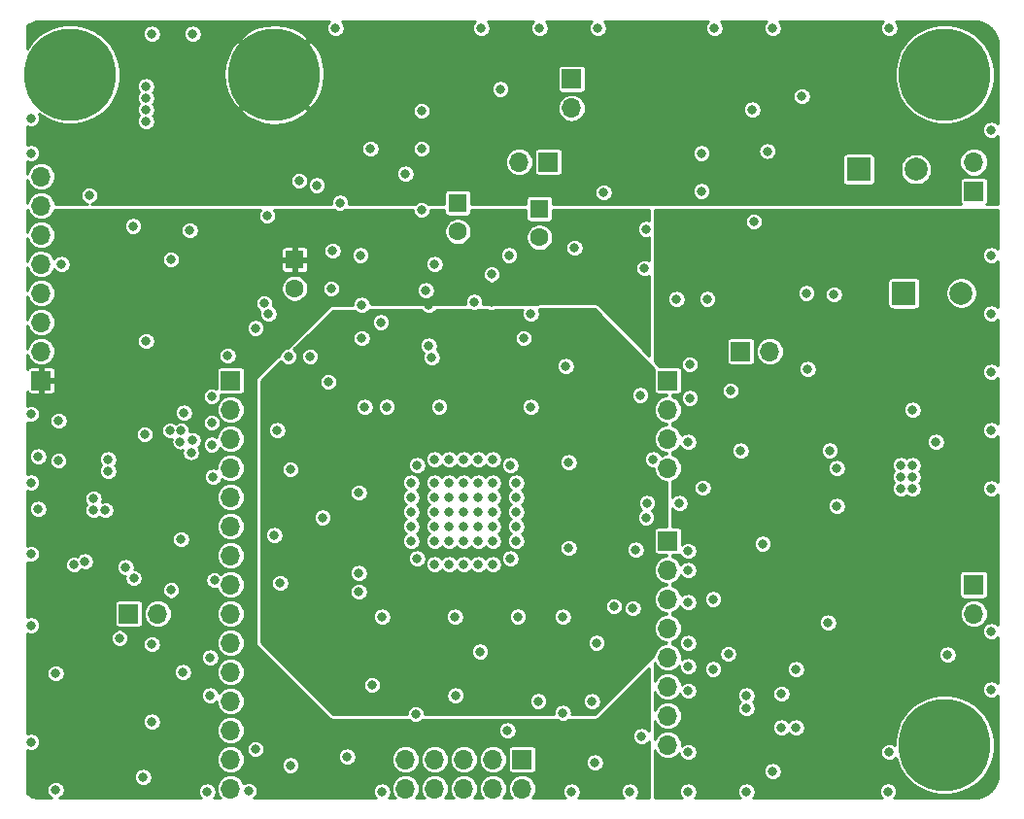
<source format=gbr>
G04 #@! TF.GenerationSoftware,KiCad,Pcbnew,(5.1.4)-1*
G04 #@! TF.CreationDate,2020-01-10T00:36:40-06:00*
G04 #@! TF.ProjectId,Capstone,43617073-746f-46e6-952e-6b696361645f,rev?*
G04 #@! TF.SameCoordinates,Original*
G04 #@! TF.FileFunction,Copper,L3,Inr*
G04 #@! TF.FilePolarity,Positive*
%FSLAX46Y46*%
G04 Gerber Fmt 4.6, Leading zero omitted, Abs format (unit mm)*
G04 Created by KiCad (PCBNEW (5.1.4)-1) date 2020-01-10 00:36:40*
%MOMM*%
%LPD*%
G04 APERTURE LIST*
%ADD10R,1.600000X1.600000*%
%ADD11C,1.600000*%
%ADD12C,8.000000*%
%ADD13C,0.900000*%
%ADD14R,1.700000X1.700000*%
%ADD15O,1.700000X1.700000*%
%ADD16R,2.000000X2.000000*%
%ADD17C,2.000000*%
%ADD18C,0.800000*%
%ADD19C,0.254000*%
G04 APERTURE END LIST*
D10*
X132334000Y-112014000D03*
D11*
X132334000Y-114514000D03*
D12*
X167640000Y-158750000D03*
D13*
X170640000Y-158750000D03*
X169761320Y-160871320D03*
X167640000Y-161750000D03*
X165518680Y-160871320D03*
X164640000Y-158750000D03*
X165518680Y-156628680D03*
X167640000Y-155750000D03*
X169761320Y-156628680D03*
D12*
X167640000Y-100330000D03*
D13*
X170640000Y-100330000D03*
X169761320Y-102451320D03*
X167640000Y-103330000D03*
X165518680Y-102451320D03*
X164640000Y-100330000D03*
X165518680Y-98208680D03*
X167640000Y-97330000D03*
X169761320Y-98208680D03*
D14*
X143510000Y-140970000D03*
D15*
X143510000Y-143510000D03*
X143510000Y-146050000D03*
X143510000Y-148590000D03*
X143510000Y-151130000D03*
X143510000Y-153670000D03*
X143510000Y-156210000D03*
X143510000Y-158750000D03*
D14*
X105410000Y-127000000D03*
D15*
X105410000Y-129540000D03*
X105410000Y-132080000D03*
X105410000Y-134620000D03*
X105410000Y-137160000D03*
X105410000Y-139700000D03*
X105410000Y-142240000D03*
X105410000Y-144780000D03*
X105410000Y-147320000D03*
X105410000Y-149860000D03*
X105410000Y-152400000D03*
X105410000Y-154940000D03*
X105410000Y-157480000D03*
X105410000Y-160020000D03*
X105410000Y-162560000D03*
D14*
X143510000Y-127000000D03*
D15*
X143510000Y-129540000D03*
X143510000Y-132080000D03*
X143510000Y-134620000D03*
D14*
X130810000Y-160020000D03*
D15*
X130810000Y-162560000D03*
X128270000Y-160020000D03*
X128270000Y-162560000D03*
X125730000Y-160020000D03*
X125730000Y-162560000D03*
X123190000Y-160020000D03*
X123190000Y-162560000D03*
X120650000Y-160020000D03*
X120650000Y-162560000D03*
D14*
X170180000Y-110490000D03*
D15*
X170180000Y-107950000D03*
D14*
X135128000Y-100711000D03*
D15*
X135128000Y-103251000D03*
D14*
X149860000Y-124460000D03*
D15*
X152400000Y-124460000D03*
D14*
X96520000Y-147320000D03*
D15*
X99060000Y-147320000D03*
D14*
X88900000Y-127000000D03*
D15*
X88900000Y-124460000D03*
X88900000Y-121920000D03*
X88900000Y-119380000D03*
X88900000Y-116840000D03*
X88900000Y-114300000D03*
X88900000Y-111760000D03*
X88900000Y-109220000D03*
D14*
X133096000Y-107950000D03*
D15*
X130556000Y-107950000D03*
D14*
X170180000Y-144780000D03*
D15*
X170180000Y-147320000D03*
D12*
X91440000Y-100330000D03*
D13*
X94440000Y-100330000D03*
X93561320Y-102451320D03*
X91440000Y-103330000D03*
X89318680Y-102451320D03*
X88440000Y-100330000D03*
X89318680Y-98208680D03*
X91440000Y-97330000D03*
X93561320Y-98208680D03*
D12*
X109220000Y-100330000D03*
D13*
X112220000Y-100330000D03*
X111341320Y-102451320D03*
X109220000Y-103330000D03*
X107098680Y-102451320D03*
X106220000Y-100330000D03*
X107098680Y-98208680D03*
X109220000Y-97330000D03*
X111341320Y-98208680D03*
D16*
X164084000Y-119380000D03*
D17*
X169084000Y-119380000D03*
D16*
X160147000Y-108585000D03*
D17*
X165147000Y-108585000D03*
D10*
X125222000Y-111506000D03*
D11*
X125222000Y-114006000D03*
D10*
X110998000Y-116459000D03*
D11*
X110998000Y-118959000D03*
D18*
X88011000Y-158496000D03*
X164846000Y-135382000D03*
X163830000Y-135382000D03*
X164846000Y-136398000D03*
X163830000Y-136398000D03*
X164846000Y-134366000D03*
X163830000Y-134366000D03*
X128270000Y-137160000D03*
X128270000Y-135890000D03*
X127000000Y-137160000D03*
X127000000Y-135890000D03*
X124460000Y-137160000D03*
X123190000Y-137160000D03*
X123190000Y-135890000D03*
X124460000Y-135890000D03*
X128270000Y-140970000D03*
X128270000Y-139700000D03*
X127000000Y-140970000D03*
X127000000Y-139700000D03*
X124460000Y-140970000D03*
X123190000Y-140970000D03*
X123190000Y-139700000D03*
X124460000Y-139700000D03*
X125730000Y-140970000D03*
X125730000Y-139700000D03*
X125730000Y-135890000D03*
X125730000Y-137160000D03*
X128270000Y-138430000D03*
X127000000Y-138430000D03*
X123190000Y-138430000D03*
X124460000Y-138430000D03*
X125730000Y-138430000D03*
X124992999Y-154432000D03*
X117729000Y-153543000D03*
X140716000Y-141732000D03*
X130937000Y-123317000D03*
X110617000Y-134747000D03*
X141681200Y-137668000D03*
X109728000Y-144653000D03*
X98552000Y-149987000D03*
X98552000Y-156718000D03*
X107569000Y-159131000D03*
X109220000Y-140462000D03*
X132207000Y-154940000D03*
X118491000Y-121920000D03*
X151765000Y-141224000D03*
X147447000Y-146050000D03*
X147447000Y-152146000D03*
X153416000Y-154305000D03*
X154686000Y-157226000D03*
X157480000Y-148082000D03*
X153416000Y-157226000D03*
X140462000Y-146862800D03*
X101854000Y-113919000D03*
X98044000Y-123571000D03*
X96901000Y-113538000D03*
X98552000Y-96774000D03*
X102108000Y-96774000D03*
X98044000Y-103378000D03*
X98044000Y-101346000D03*
X98044000Y-104394000D03*
X98044000Y-102362000D03*
X110439200Y-124891800D03*
X113919000Y-127127000D03*
X137287000Y-149860000D03*
X134366000Y-155956000D03*
X114173000Y-118999000D03*
X88011000Y-142113000D03*
X90170000Y-162687000D03*
X90170000Y-152527000D03*
X100203000Y-116459000D03*
X131572000Y-121158000D03*
X127155000Y-150622000D03*
X116586000Y-136779000D03*
X134620000Y-125730000D03*
X122682000Y-123952000D03*
X126619000Y-120142000D03*
X117602000Y-106807000D03*
X122047000Y-106807000D03*
X122047000Y-103505000D03*
X167894000Y-150876000D03*
X146558000Y-136347200D03*
X149860000Y-133096000D03*
X148971000Y-127889000D03*
X141097000Y-128270000D03*
X146939000Y-119888000D03*
X155194000Y-102235000D03*
X150876000Y-103378000D03*
X144272000Y-119888000D03*
X142240000Y-133858000D03*
X155575000Y-119380000D03*
X155702000Y-125984000D03*
X158242000Y-134620000D03*
X158242000Y-137922000D03*
X164846000Y-129540000D03*
X146431000Y-110490000D03*
X146431000Y-107188000D03*
X137922000Y-110617000D03*
X157988000Y-119507000D03*
X141478000Y-117221000D03*
X121158000Y-138430000D03*
X121158000Y-137160000D03*
X121158000Y-135890000D03*
X121158000Y-139700000D03*
X121158000Y-140970000D03*
X123190000Y-143002000D03*
X124460000Y-143002000D03*
X125730000Y-143002000D03*
X127000000Y-143002000D03*
X128270000Y-143002000D03*
X130302000Y-140970000D03*
X130302000Y-139700000D03*
X130302000Y-138430000D03*
X130302000Y-137160000D03*
X130302000Y-135890000D03*
X128270000Y-133858000D03*
X127000000Y-133858000D03*
X125730000Y-133858000D03*
X124460000Y-133858000D03*
X123190000Y-133858000D03*
X121666000Y-134366000D03*
X129794000Y-134366000D03*
X129794000Y-142494000D03*
X121666000Y-142494000D03*
X118999000Y-129286000D03*
X117094000Y-129286000D03*
X123571000Y-129286000D03*
X131572000Y-129286000D03*
X134874000Y-134112000D03*
X134874000Y-141605000D03*
X134366000Y-147574000D03*
X130429000Y-147574000D03*
X118618000Y-147574000D03*
X116586000Y-145415000D03*
X88011000Y-129921000D03*
X88011000Y-135890000D03*
X88646000Y-133604000D03*
X88646000Y-138176000D03*
X88011000Y-148336000D03*
X88011000Y-107188000D03*
X88011000Y-104140000D03*
X103378000Y-162814000D03*
X118618000Y-162814000D03*
X135128000Y-162814000D03*
X140208000Y-162814000D03*
X145288000Y-162814000D03*
X150368000Y-162814000D03*
X171704000Y-153924000D03*
X171704000Y-148844000D03*
X171704000Y-136398000D03*
X171704000Y-131318000D03*
X171704000Y-126238000D03*
X171704000Y-121158000D03*
X171704000Y-116078000D03*
X171704000Y-105156000D03*
X162814000Y-96266000D03*
X152654000Y-96266000D03*
X147574000Y-96266000D03*
X137414000Y-96266000D03*
X132334000Y-96266000D03*
X127254000Y-96266000D03*
X114554000Y-96266000D03*
X122428000Y-119126000D03*
X152654000Y-161036000D03*
X162687000Y-162814000D03*
X101346000Y-129794000D03*
X97917000Y-131699000D03*
X116713000Y-116078000D03*
X108585000Y-112649000D03*
X112903000Y-109982000D03*
X97790000Y-161544000D03*
X115570000Y-159766000D03*
X101092000Y-140843000D03*
X103632000Y-151130000D03*
X103632000Y-154432000D03*
X103987600Y-144399000D03*
X103886000Y-135382000D03*
X103759000Y-132588000D03*
X103759000Y-130683000D03*
X103759000Y-128397000D03*
X105156000Y-124841000D03*
X107569000Y-122428000D03*
X106997500Y-162750500D03*
X114300000Y-115697000D03*
X122047000Y-112141000D03*
X123190000Y-116840000D03*
X129667000Y-116078000D03*
X145415000Y-125603000D03*
X145415000Y-128524000D03*
X145288000Y-132334000D03*
X144526000Y-137668000D03*
X145288000Y-141859000D03*
X145288000Y-143510000D03*
X145288000Y-146304000D03*
X145288000Y-149860000D03*
X145288000Y-151892000D03*
X145288000Y-154051000D03*
X145288000Y-159385000D03*
X137160000Y-160274000D03*
X141224000Y-157988000D03*
X162814000Y-159385000D03*
X152171400Y-107010200D03*
X128905000Y-101600000D03*
X125730000Y-119126000D03*
X130048000Y-119126000D03*
X136144000Y-119126000D03*
X139192000Y-120396000D03*
X113538000Y-120142000D03*
X107442000Y-125730000D03*
X108966000Y-124206000D03*
X141478000Y-155321000D03*
X108204000Y-153543000D03*
X110617000Y-155575000D03*
X112776000Y-157988000D03*
X116332000Y-157988000D03*
X119126000Y-158623000D03*
X123444000Y-158496000D03*
X127762000Y-158496000D03*
X132080000Y-158496000D03*
X134366000Y-158496000D03*
X139954000Y-156718000D03*
X137922000Y-158496000D03*
X97028000Y-149987000D03*
X97028000Y-156718000D03*
X96647000Y-163068000D03*
X98933000Y-163068000D03*
X107569000Y-157099000D03*
X102997000Y-159766000D03*
X95885000Y-113538000D03*
X109474000Y-131318000D03*
X112344200Y-124891800D03*
X113411000Y-138938000D03*
X141605000Y-138938000D03*
X124968000Y-147574000D03*
X122936000Y-124968000D03*
X122682000Y-120396000D03*
X128143000Y-120142000D03*
X140843000Y-118491000D03*
X138176000Y-118491000D03*
X107188000Y-135382000D03*
X107188000Y-132334000D03*
X107188000Y-137668000D03*
X107188000Y-141859000D03*
X107188000Y-140081000D03*
X107188000Y-145288000D03*
X107188000Y-151130000D03*
X140970000Y-122682000D03*
X118872000Y-119964200D03*
X141605000Y-153035000D03*
X101346000Y-124206000D03*
X101092000Y-138811000D03*
X107188000Y-148590000D03*
X116586000Y-143764000D03*
X138811000Y-146685000D03*
X121539000Y-156083000D03*
X129540000Y-157480000D03*
X116840000Y-123317000D03*
X116840000Y-120396000D03*
X128151049Y-117743999D03*
X136906000Y-154940000D03*
X152273000Y-146074900D03*
X153289000Y-153035000D03*
X148590000Y-136347200D03*
X148209000Y-123698000D03*
X156464000Y-157226000D03*
X150749000Y-161163000D03*
X114935000Y-111506000D03*
X111379000Y-109601000D03*
X119507000Y-153543000D03*
X140716000Y-143510000D03*
X132715000Y-123317000D03*
X110617000Y-132969000D03*
X109220000Y-142240000D03*
X130429000Y-154940000D03*
X142240000Y-135382000D03*
X120269000Y-121920000D03*
X134112000Y-121158000D03*
X133223000Y-121158000D03*
X135001000Y-121158000D03*
X93091000Y-110871000D03*
X90424000Y-130492500D03*
X90678000Y-116840000D03*
X90415670Y-133993330D03*
X166878000Y-132334000D03*
X157607000Y-133096000D03*
X102616000Y-102362000D03*
X102616000Y-103378000D03*
X102616000Y-104394000D03*
X102616000Y-101346000D03*
X99060000Y-110109000D03*
X105029000Y-109982000D03*
X91694000Y-107442000D03*
X113919000Y-104140000D03*
X93472000Y-137287000D03*
X101014929Y-132323423D03*
X94488000Y-138303000D03*
X101955802Y-133264296D03*
X92710000Y-142748000D03*
X96266000Y-143256000D03*
X101260998Y-152400000D03*
X96964500Y-144208500D03*
X91773048Y-143049952D03*
X93472000Y-138303000D03*
X102108000Y-132207000D03*
X150368000Y-154432000D03*
X148780500Y-150812500D03*
X110617000Y-160528000D03*
X135382000Y-115443000D03*
X94742000Y-134874000D03*
X108712000Y-121158000D03*
X101082497Y-131350757D03*
X120650000Y-108966000D03*
X108331000Y-120269000D03*
X100122523Y-131343518D03*
X94742000Y-133858000D03*
X100232688Y-145258312D03*
X95720850Y-149441850D03*
X141605000Y-113792000D03*
X151003000Y-113157000D03*
X150368000Y-155575000D03*
X154686000Y-152146000D03*
D19*
G36*
X87757202Y-112233363D02*
G01*
X87871509Y-112447216D01*
X88025340Y-112634660D01*
X88212784Y-112788491D01*
X88426637Y-112902798D01*
X88658682Y-112973188D01*
X88839528Y-112991000D01*
X88960472Y-112991000D01*
X89141318Y-112973188D01*
X89373363Y-112902798D01*
X89587216Y-112788491D01*
X89774660Y-112634660D01*
X89928491Y-112447216D01*
X90042798Y-112233363D01*
X90070816Y-112141000D01*
X107988499Y-112141000D01*
X107978358Y-112151141D01*
X107892887Y-112279058D01*
X107834013Y-112421191D01*
X107804000Y-112572078D01*
X107804000Y-112725922D01*
X107834013Y-112876809D01*
X107892887Y-113018942D01*
X107978358Y-113146859D01*
X108087141Y-113255642D01*
X108215058Y-113341113D01*
X108357191Y-113399987D01*
X108508078Y-113430000D01*
X108661922Y-113430000D01*
X108812809Y-113399987D01*
X108954942Y-113341113D01*
X109082859Y-113255642D01*
X109191642Y-113146859D01*
X109277113Y-113018942D01*
X109335987Y-112876809D01*
X109366000Y-112725922D01*
X109366000Y-112572078D01*
X109335987Y-112421191D01*
X109277113Y-112279058D01*
X109191642Y-112151141D01*
X109181501Y-112141000D01*
X114479582Y-112141000D01*
X114565058Y-112198113D01*
X114707191Y-112256987D01*
X114858078Y-112287000D01*
X115011922Y-112287000D01*
X115162809Y-112256987D01*
X115304942Y-112198113D01*
X115390418Y-112141000D01*
X121266000Y-112141000D01*
X121266000Y-112217922D01*
X121296013Y-112368809D01*
X121354887Y-112510942D01*
X121440358Y-112638859D01*
X121549141Y-112747642D01*
X121677058Y-112833113D01*
X121819191Y-112891987D01*
X121970078Y-112922000D01*
X122123922Y-112922000D01*
X122274809Y-112891987D01*
X122416942Y-112833113D01*
X122544859Y-112747642D01*
X122653642Y-112638859D01*
X122739113Y-112510942D01*
X122797987Y-112368809D01*
X122828000Y-112217922D01*
X122828000Y-112141000D01*
X124039157Y-112141000D01*
X124039157Y-112306000D01*
X124046513Y-112380689D01*
X124068299Y-112452508D01*
X124103678Y-112518696D01*
X124151289Y-112576711D01*
X124209304Y-112624322D01*
X124275492Y-112659701D01*
X124347311Y-112681487D01*
X124422000Y-112688843D01*
X126022000Y-112688843D01*
X126096689Y-112681487D01*
X126168508Y-112659701D01*
X126234696Y-112624322D01*
X126292711Y-112576711D01*
X126340322Y-112518696D01*
X126375701Y-112452508D01*
X126397487Y-112380689D01*
X126404843Y-112306000D01*
X126404843Y-112141000D01*
X131151157Y-112141000D01*
X131151157Y-112814000D01*
X131158513Y-112888689D01*
X131180299Y-112960508D01*
X131215678Y-113026696D01*
X131263289Y-113084711D01*
X131321304Y-113132322D01*
X131387492Y-113167701D01*
X131459311Y-113189487D01*
X131534000Y-113196843D01*
X133134000Y-113196843D01*
X133208689Y-113189487D01*
X133280508Y-113167701D01*
X133346696Y-113132322D01*
X133404711Y-113084711D01*
X133452322Y-113026696D01*
X133487701Y-112960508D01*
X133509487Y-112888689D01*
X133516843Y-112814000D01*
X133516843Y-112141000D01*
X141859000Y-112141000D01*
X141859000Y-113051862D01*
X141832809Y-113041013D01*
X141681922Y-113011000D01*
X141528078Y-113011000D01*
X141377191Y-113041013D01*
X141235058Y-113099887D01*
X141107141Y-113185358D01*
X140998358Y-113294141D01*
X140912887Y-113422058D01*
X140854013Y-113564191D01*
X140824000Y-113715078D01*
X140824000Y-113868922D01*
X140854013Y-114019809D01*
X140912887Y-114161942D01*
X140998358Y-114289859D01*
X141107141Y-114398642D01*
X141235058Y-114484113D01*
X141377191Y-114542987D01*
X141528078Y-114573000D01*
X141681922Y-114573000D01*
X141832809Y-114542987D01*
X141859000Y-114532138D01*
X141859000Y-116536276D01*
X141847942Y-116528887D01*
X141705809Y-116470013D01*
X141554922Y-116440000D01*
X141401078Y-116440000D01*
X141250191Y-116470013D01*
X141108058Y-116528887D01*
X140980141Y-116614358D01*
X140871358Y-116723141D01*
X140785887Y-116851058D01*
X140727013Y-116993191D01*
X140697000Y-117144078D01*
X140697000Y-117297922D01*
X140727013Y-117448809D01*
X140785887Y-117590942D01*
X140871358Y-117718859D01*
X140980141Y-117827642D01*
X141108058Y-117913113D01*
X141250191Y-117971987D01*
X141401078Y-118002000D01*
X141554922Y-118002000D01*
X141705809Y-117971987D01*
X141847942Y-117913113D01*
X141859000Y-117905724D01*
X141859000Y-124810184D01*
X137429408Y-120380592D01*
X137369909Y-120332039D01*
X137303845Y-120297197D01*
X137232252Y-120275914D01*
X137157883Y-120269006D01*
X127379232Y-120323332D01*
X127400000Y-120218922D01*
X127400000Y-120065078D01*
X127369987Y-119914191D01*
X127311113Y-119772058D01*
X127225642Y-119644141D01*
X127116859Y-119535358D01*
X126988942Y-119449887D01*
X126846809Y-119391013D01*
X126695922Y-119361000D01*
X126542078Y-119361000D01*
X126391191Y-119391013D01*
X126249058Y-119449887D01*
X126121141Y-119535358D01*
X126012358Y-119644141D01*
X125926887Y-119772058D01*
X125868013Y-119914191D01*
X125838000Y-120065078D01*
X125838000Y-120218922D01*
X125860447Y-120331770D01*
X117621000Y-120377544D01*
X117621000Y-120319078D01*
X117590987Y-120168191D01*
X117532113Y-120026058D01*
X117446642Y-119898141D01*
X117337859Y-119789358D01*
X117209942Y-119703887D01*
X117067809Y-119645013D01*
X116916922Y-119615000D01*
X116763078Y-119615000D01*
X116612191Y-119645013D01*
X116470058Y-119703887D01*
X116342141Y-119789358D01*
X116233358Y-119898141D01*
X116147887Y-120026058D01*
X116089013Y-120168191D01*
X116059000Y-120319078D01*
X116059000Y-120386222D01*
X114297883Y-120396006D01*
X114229449Y-120402589D01*
X114157760Y-120423547D01*
X114091538Y-120458088D01*
X114033327Y-120504885D01*
X110351668Y-124112910D01*
X110211391Y-124140813D01*
X110069258Y-124199687D01*
X109941341Y-124285158D01*
X109832558Y-124393941D01*
X109747087Y-124521858D01*
X109688213Y-124663991D01*
X109663727Y-124787093D01*
X107683327Y-126727885D01*
X107633210Y-126788328D01*
X107598002Y-126854198D01*
X107576321Y-126925671D01*
X107569000Y-127000000D01*
X107569000Y-149860000D01*
X107576321Y-149934329D01*
X107598002Y-150005802D01*
X107633210Y-150071672D01*
X107680592Y-150129408D01*
X114030592Y-156479408D01*
X114088328Y-156526790D01*
X114154198Y-156561998D01*
X114225671Y-156583679D01*
X114300000Y-156591000D01*
X120942499Y-156591000D01*
X121041141Y-156689642D01*
X121169058Y-156775113D01*
X121311191Y-156833987D01*
X121462078Y-156864000D01*
X121615922Y-156864000D01*
X121766809Y-156833987D01*
X121908942Y-156775113D01*
X122036859Y-156689642D01*
X122135501Y-156591000D01*
X133910582Y-156591000D01*
X133996058Y-156648113D01*
X134138191Y-156706987D01*
X134289078Y-156737000D01*
X134442922Y-156737000D01*
X134593809Y-156706987D01*
X134735942Y-156648113D01*
X134821418Y-156591000D01*
X137160000Y-156591000D01*
X137234329Y-156583679D01*
X137305802Y-156561998D01*
X137371672Y-156526790D01*
X137429408Y-156479408D01*
X141859000Y-152049816D01*
X141859000Y-157532582D01*
X141830642Y-157490141D01*
X141721859Y-157381358D01*
X141593942Y-157295887D01*
X141451809Y-157237013D01*
X141300922Y-157207000D01*
X141147078Y-157207000D01*
X140996191Y-157237013D01*
X140854058Y-157295887D01*
X140726141Y-157381358D01*
X140617358Y-157490141D01*
X140531887Y-157618058D01*
X140473013Y-157760191D01*
X140443000Y-157911078D01*
X140443000Y-158064922D01*
X140473013Y-158215809D01*
X140531887Y-158357942D01*
X140617358Y-158485859D01*
X140726141Y-158594642D01*
X140854058Y-158680113D01*
X140996191Y-158738987D01*
X141147078Y-158769000D01*
X141300922Y-158769000D01*
X141451809Y-158738987D01*
X141593942Y-158680113D01*
X141721859Y-158594642D01*
X141830642Y-158485859D01*
X141859000Y-158443418D01*
X141859000Y-163389000D01*
X140737501Y-163389000D01*
X140814642Y-163311859D01*
X140900113Y-163183942D01*
X140958987Y-163041809D01*
X140989000Y-162890922D01*
X140989000Y-162737078D01*
X140958987Y-162586191D01*
X140900113Y-162444058D01*
X140814642Y-162316141D01*
X140705859Y-162207358D01*
X140577942Y-162121887D01*
X140435809Y-162063013D01*
X140284922Y-162033000D01*
X140131078Y-162033000D01*
X139980191Y-162063013D01*
X139838058Y-162121887D01*
X139710141Y-162207358D01*
X139601358Y-162316141D01*
X139515887Y-162444058D01*
X139457013Y-162586191D01*
X139427000Y-162737078D01*
X139427000Y-162890922D01*
X139457013Y-163041809D01*
X139515887Y-163183942D01*
X139601358Y-163311859D01*
X139678499Y-163389000D01*
X135657501Y-163389000D01*
X135734642Y-163311859D01*
X135820113Y-163183942D01*
X135878987Y-163041809D01*
X135909000Y-162890922D01*
X135909000Y-162737078D01*
X135878987Y-162586191D01*
X135820113Y-162444058D01*
X135734642Y-162316141D01*
X135625859Y-162207358D01*
X135497942Y-162121887D01*
X135355809Y-162063013D01*
X135204922Y-162033000D01*
X135051078Y-162033000D01*
X134900191Y-162063013D01*
X134758058Y-162121887D01*
X134630141Y-162207358D01*
X134521358Y-162316141D01*
X134435887Y-162444058D01*
X134377013Y-162586191D01*
X134347000Y-162737078D01*
X134347000Y-162890922D01*
X134377013Y-163041809D01*
X134435887Y-163183942D01*
X134521358Y-163311859D01*
X134598499Y-163389000D01*
X131722132Y-163389000D01*
X131838491Y-163247216D01*
X131952798Y-163033363D01*
X132023188Y-162801318D01*
X132046956Y-162560000D01*
X132023188Y-162318682D01*
X131952798Y-162086637D01*
X131838491Y-161872784D01*
X131684660Y-161685340D01*
X131497216Y-161531509D01*
X131283363Y-161417202D01*
X131051318Y-161346812D01*
X130870472Y-161329000D01*
X130749528Y-161329000D01*
X130568682Y-161346812D01*
X130336637Y-161417202D01*
X130122784Y-161531509D01*
X129935340Y-161685340D01*
X129781509Y-161872784D01*
X129667202Y-162086637D01*
X129596812Y-162318682D01*
X129573044Y-162560000D01*
X129596812Y-162801318D01*
X129667202Y-163033363D01*
X129781509Y-163247216D01*
X129897868Y-163389000D01*
X129182132Y-163389000D01*
X129298491Y-163247216D01*
X129412798Y-163033363D01*
X129483188Y-162801318D01*
X129506956Y-162560000D01*
X129483188Y-162318682D01*
X129412798Y-162086637D01*
X129298491Y-161872784D01*
X129144660Y-161685340D01*
X128957216Y-161531509D01*
X128743363Y-161417202D01*
X128511318Y-161346812D01*
X128330472Y-161329000D01*
X128209528Y-161329000D01*
X128028682Y-161346812D01*
X127796637Y-161417202D01*
X127582784Y-161531509D01*
X127395340Y-161685340D01*
X127241509Y-161872784D01*
X127127202Y-162086637D01*
X127056812Y-162318682D01*
X127033044Y-162560000D01*
X127056812Y-162801318D01*
X127127202Y-163033363D01*
X127241509Y-163247216D01*
X127357868Y-163389000D01*
X126642132Y-163389000D01*
X126758491Y-163247216D01*
X126872798Y-163033363D01*
X126943188Y-162801318D01*
X126966956Y-162560000D01*
X126943188Y-162318682D01*
X126872798Y-162086637D01*
X126758491Y-161872784D01*
X126604660Y-161685340D01*
X126417216Y-161531509D01*
X126203363Y-161417202D01*
X125971318Y-161346812D01*
X125790472Y-161329000D01*
X125669528Y-161329000D01*
X125488682Y-161346812D01*
X125256637Y-161417202D01*
X125042784Y-161531509D01*
X124855340Y-161685340D01*
X124701509Y-161872784D01*
X124587202Y-162086637D01*
X124516812Y-162318682D01*
X124493044Y-162560000D01*
X124516812Y-162801318D01*
X124587202Y-163033363D01*
X124701509Y-163247216D01*
X124817868Y-163389000D01*
X124102132Y-163389000D01*
X124218491Y-163247216D01*
X124332798Y-163033363D01*
X124403188Y-162801318D01*
X124426956Y-162560000D01*
X124403188Y-162318682D01*
X124332798Y-162086637D01*
X124218491Y-161872784D01*
X124064660Y-161685340D01*
X123877216Y-161531509D01*
X123663363Y-161417202D01*
X123431318Y-161346812D01*
X123250472Y-161329000D01*
X123129528Y-161329000D01*
X122948682Y-161346812D01*
X122716637Y-161417202D01*
X122502784Y-161531509D01*
X122315340Y-161685340D01*
X122161509Y-161872784D01*
X122047202Y-162086637D01*
X121976812Y-162318682D01*
X121953044Y-162560000D01*
X121976812Y-162801318D01*
X122047202Y-163033363D01*
X122161509Y-163247216D01*
X122277868Y-163389000D01*
X121562132Y-163389000D01*
X121678491Y-163247216D01*
X121792798Y-163033363D01*
X121863188Y-162801318D01*
X121886956Y-162560000D01*
X121863188Y-162318682D01*
X121792798Y-162086637D01*
X121678491Y-161872784D01*
X121524660Y-161685340D01*
X121337216Y-161531509D01*
X121123363Y-161417202D01*
X120891318Y-161346812D01*
X120710472Y-161329000D01*
X120589528Y-161329000D01*
X120408682Y-161346812D01*
X120176637Y-161417202D01*
X119962784Y-161531509D01*
X119775340Y-161685340D01*
X119621509Y-161872784D01*
X119507202Y-162086637D01*
X119436812Y-162318682D01*
X119413044Y-162560000D01*
X119436812Y-162801318D01*
X119507202Y-163033363D01*
X119621509Y-163247216D01*
X119737868Y-163389000D01*
X119147501Y-163389000D01*
X119224642Y-163311859D01*
X119310113Y-163183942D01*
X119368987Y-163041809D01*
X119399000Y-162890922D01*
X119399000Y-162737078D01*
X119368987Y-162586191D01*
X119310113Y-162444058D01*
X119224642Y-162316141D01*
X119115859Y-162207358D01*
X118987942Y-162121887D01*
X118845809Y-162063013D01*
X118694922Y-162033000D01*
X118541078Y-162033000D01*
X118390191Y-162063013D01*
X118248058Y-162121887D01*
X118120141Y-162207358D01*
X118011358Y-162316141D01*
X117925887Y-162444058D01*
X117867013Y-162586191D01*
X117837000Y-162737078D01*
X117837000Y-162890922D01*
X117867013Y-163041809D01*
X117925887Y-163183942D01*
X118011358Y-163311859D01*
X118088499Y-163389000D01*
X107447680Y-163389000D01*
X107495359Y-163357142D01*
X107604142Y-163248359D01*
X107689613Y-163120442D01*
X107748487Y-162978309D01*
X107778500Y-162827422D01*
X107778500Y-162673578D01*
X107748487Y-162522691D01*
X107689613Y-162380558D01*
X107604142Y-162252641D01*
X107495359Y-162143858D01*
X107367442Y-162058387D01*
X107225309Y-161999513D01*
X107074422Y-161969500D01*
X106920578Y-161969500D01*
X106769691Y-161999513D01*
X106627558Y-162058387D01*
X106558272Y-162104682D01*
X106552798Y-162086637D01*
X106438491Y-161872784D01*
X106284660Y-161685340D01*
X106097216Y-161531509D01*
X105883363Y-161417202D01*
X105651318Y-161346812D01*
X105470472Y-161329000D01*
X105349528Y-161329000D01*
X105168682Y-161346812D01*
X104936637Y-161417202D01*
X104722784Y-161531509D01*
X104535340Y-161685340D01*
X104381509Y-161872784D01*
X104267202Y-162086637D01*
X104196812Y-162318682D01*
X104173044Y-162560000D01*
X104196812Y-162801318D01*
X104267202Y-163033363D01*
X104381509Y-163247216D01*
X104497868Y-163389000D01*
X103907501Y-163389000D01*
X103984642Y-163311859D01*
X104070113Y-163183942D01*
X104128987Y-163041809D01*
X104159000Y-162890922D01*
X104159000Y-162737078D01*
X104128987Y-162586191D01*
X104070113Y-162444058D01*
X103984642Y-162316141D01*
X103875859Y-162207358D01*
X103747942Y-162121887D01*
X103605809Y-162063013D01*
X103454922Y-162033000D01*
X103301078Y-162033000D01*
X103150191Y-162063013D01*
X103008058Y-162121887D01*
X102880141Y-162207358D01*
X102771358Y-162316141D01*
X102685887Y-162444058D01*
X102627013Y-162586191D01*
X102597000Y-162737078D01*
X102597000Y-162890922D01*
X102627013Y-163041809D01*
X102685887Y-163183942D01*
X102771358Y-163311859D01*
X102848499Y-163389000D01*
X90516073Y-163389000D01*
X90539942Y-163379113D01*
X90667859Y-163293642D01*
X90776642Y-163184859D01*
X90862113Y-163056942D01*
X90920987Y-162914809D01*
X90951000Y-162763922D01*
X90951000Y-162610078D01*
X90920987Y-162459191D01*
X90862113Y-162317058D01*
X90776642Y-162189141D01*
X90667859Y-162080358D01*
X90539942Y-161994887D01*
X90397809Y-161936013D01*
X90246922Y-161906000D01*
X90093078Y-161906000D01*
X89942191Y-161936013D01*
X89800058Y-161994887D01*
X89672141Y-162080358D01*
X89563358Y-162189141D01*
X89477887Y-162317058D01*
X89419013Y-162459191D01*
X89389000Y-162610078D01*
X89389000Y-162763922D01*
X89419013Y-162914809D01*
X89477887Y-163056942D01*
X89563358Y-163184859D01*
X89672141Y-163293642D01*
X89800058Y-163379113D01*
X89823927Y-163389000D01*
X88921566Y-163389000D01*
X88492715Y-163346951D01*
X88100939Y-163228667D01*
X87739599Y-163036539D01*
X87693500Y-162998941D01*
X87693500Y-161467078D01*
X97009000Y-161467078D01*
X97009000Y-161620922D01*
X97039013Y-161771809D01*
X97097887Y-161913942D01*
X97183358Y-162041859D01*
X97292141Y-162150642D01*
X97420058Y-162236113D01*
X97562191Y-162294987D01*
X97713078Y-162325000D01*
X97866922Y-162325000D01*
X98017809Y-162294987D01*
X98159942Y-162236113D01*
X98287859Y-162150642D01*
X98396642Y-162041859D01*
X98482113Y-161913942D01*
X98540987Y-161771809D01*
X98571000Y-161620922D01*
X98571000Y-161467078D01*
X98540987Y-161316191D01*
X98482113Y-161174058D01*
X98396642Y-161046141D01*
X98287859Y-160937358D01*
X98159942Y-160851887D01*
X98017809Y-160793013D01*
X97866922Y-160763000D01*
X97713078Y-160763000D01*
X97562191Y-160793013D01*
X97420058Y-160851887D01*
X97292141Y-160937358D01*
X97183358Y-161046141D01*
X97097887Y-161174058D01*
X97039013Y-161316191D01*
X97009000Y-161467078D01*
X87693500Y-161467078D01*
X87693500Y-160020000D01*
X104173044Y-160020000D01*
X104196812Y-160261318D01*
X104267202Y-160493363D01*
X104381509Y-160707216D01*
X104535340Y-160894660D01*
X104722784Y-161048491D01*
X104936637Y-161162798D01*
X105168682Y-161233188D01*
X105349528Y-161251000D01*
X105470472Y-161251000D01*
X105651318Y-161233188D01*
X105883363Y-161162798D01*
X106097216Y-161048491D01*
X106284660Y-160894660D01*
X106438491Y-160707216D01*
X106552798Y-160493363D01*
X106565624Y-160451078D01*
X109836000Y-160451078D01*
X109836000Y-160604922D01*
X109866013Y-160755809D01*
X109924887Y-160897942D01*
X110010358Y-161025859D01*
X110119141Y-161134642D01*
X110247058Y-161220113D01*
X110389191Y-161278987D01*
X110540078Y-161309000D01*
X110693922Y-161309000D01*
X110844809Y-161278987D01*
X110986942Y-161220113D01*
X111114859Y-161134642D01*
X111223642Y-161025859D01*
X111309113Y-160897942D01*
X111367987Y-160755809D01*
X111398000Y-160604922D01*
X111398000Y-160451078D01*
X111367987Y-160300191D01*
X111309113Y-160158058D01*
X111223642Y-160030141D01*
X111114859Y-159921358D01*
X110986942Y-159835887D01*
X110844809Y-159777013D01*
X110693922Y-159747000D01*
X110540078Y-159747000D01*
X110389191Y-159777013D01*
X110247058Y-159835887D01*
X110119141Y-159921358D01*
X110010358Y-160030141D01*
X109924887Y-160158058D01*
X109866013Y-160300191D01*
X109836000Y-160451078D01*
X106565624Y-160451078D01*
X106623188Y-160261318D01*
X106646956Y-160020000D01*
X106623188Y-159778682D01*
X106552798Y-159546637D01*
X106438491Y-159332784D01*
X106284660Y-159145340D01*
X106173457Y-159054078D01*
X106788000Y-159054078D01*
X106788000Y-159207922D01*
X106818013Y-159358809D01*
X106876887Y-159500942D01*
X106962358Y-159628859D01*
X107071141Y-159737642D01*
X107199058Y-159823113D01*
X107341191Y-159881987D01*
X107492078Y-159912000D01*
X107645922Y-159912000D01*
X107796809Y-159881987D01*
X107938942Y-159823113D01*
X108066859Y-159737642D01*
X108115423Y-159689078D01*
X114789000Y-159689078D01*
X114789000Y-159842922D01*
X114819013Y-159993809D01*
X114877887Y-160135942D01*
X114963358Y-160263859D01*
X115072141Y-160372642D01*
X115200058Y-160458113D01*
X115342191Y-160516987D01*
X115493078Y-160547000D01*
X115646922Y-160547000D01*
X115797809Y-160516987D01*
X115939942Y-160458113D01*
X116067859Y-160372642D01*
X116176642Y-160263859D01*
X116262113Y-160135942D01*
X116310138Y-160020000D01*
X119413044Y-160020000D01*
X119436812Y-160261318D01*
X119507202Y-160493363D01*
X119621509Y-160707216D01*
X119775340Y-160894660D01*
X119962784Y-161048491D01*
X120176637Y-161162798D01*
X120408682Y-161233188D01*
X120589528Y-161251000D01*
X120710472Y-161251000D01*
X120891318Y-161233188D01*
X121123363Y-161162798D01*
X121337216Y-161048491D01*
X121524660Y-160894660D01*
X121678491Y-160707216D01*
X121792798Y-160493363D01*
X121863188Y-160261318D01*
X121886956Y-160020000D01*
X121953044Y-160020000D01*
X121976812Y-160261318D01*
X122047202Y-160493363D01*
X122161509Y-160707216D01*
X122315340Y-160894660D01*
X122502784Y-161048491D01*
X122716637Y-161162798D01*
X122948682Y-161233188D01*
X123129528Y-161251000D01*
X123250472Y-161251000D01*
X123431318Y-161233188D01*
X123663363Y-161162798D01*
X123877216Y-161048491D01*
X124064660Y-160894660D01*
X124218491Y-160707216D01*
X124332798Y-160493363D01*
X124403188Y-160261318D01*
X124426956Y-160020000D01*
X124493044Y-160020000D01*
X124516812Y-160261318D01*
X124587202Y-160493363D01*
X124701509Y-160707216D01*
X124855340Y-160894660D01*
X125042784Y-161048491D01*
X125256637Y-161162798D01*
X125488682Y-161233188D01*
X125669528Y-161251000D01*
X125790472Y-161251000D01*
X125971318Y-161233188D01*
X126203363Y-161162798D01*
X126417216Y-161048491D01*
X126604660Y-160894660D01*
X126758491Y-160707216D01*
X126872798Y-160493363D01*
X126943188Y-160261318D01*
X126966956Y-160020000D01*
X127033044Y-160020000D01*
X127056812Y-160261318D01*
X127127202Y-160493363D01*
X127241509Y-160707216D01*
X127395340Y-160894660D01*
X127582784Y-161048491D01*
X127796637Y-161162798D01*
X128028682Y-161233188D01*
X128209528Y-161251000D01*
X128330472Y-161251000D01*
X128511318Y-161233188D01*
X128743363Y-161162798D01*
X128957216Y-161048491D01*
X129144660Y-160894660D01*
X129298491Y-160707216D01*
X129412798Y-160493363D01*
X129483188Y-160261318D01*
X129506956Y-160020000D01*
X129483188Y-159778682D01*
X129412798Y-159546637D01*
X129298491Y-159332784D01*
X129164898Y-159170000D01*
X129577157Y-159170000D01*
X129577157Y-160870000D01*
X129584513Y-160944689D01*
X129606299Y-161016508D01*
X129641678Y-161082696D01*
X129689289Y-161140711D01*
X129747304Y-161188322D01*
X129813492Y-161223701D01*
X129885311Y-161245487D01*
X129960000Y-161252843D01*
X131660000Y-161252843D01*
X131734689Y-161245487D01*
X131806508Y-161223701D01*
X131872696Y-161188322D01*
X131930711Y-161140711D01*
X131978322Y-161082696D01*
X132013701Y-161016508D01*
X132035487Y-160944689D01*
X132042843Y-160870000D01*
X132042843Y-160197078D01*
X136379000Y-160197078D01*
X136379000Y-160350922D01*
X136409013Y-160501809D01*
X136467887Y-160643942D01*
X136553358Y-160771859D01*
X136662141Y-160880642D01*
X136790058Y-160966113D01*
X136932191Y-161024987D01*
X137083078Y-161055000D01*
X137236922Y-161055000D01*
X137387809Y-161024987D01*
X137529942Y-160966113D01*
X137657859Y-160880642D01*
X137766642Y-160771859D01*
X137852113Y-160643942D01*
X137910987Y-160501809D01*
X137941000Y-160350922D01*
X137941000Y-160197078D01*
X137910987Y-160046191D01*
X137852113Y-159904058D01*
X137766642Y-159776141D01*
X137657859Y-159667358D01*
X137529942Y-159581887D01*
X137387809Y-159523013D01*
X137236922Y-159493000D01*
X137083078Y-159493000D01*
X136932191Y-159523013D01*
X136790058Y-159581887D01*
X136662141Y-159667358D01*
X136553358Y-159776141D01*
X136467887Y-159904058D01*
X136409013Y-160046191D01*
X136379000Y-160197078D01*
X132042843Y-160197078D01*
X132042843Y-159170000D01*
X132035487Y-159095311D01*
X132013701Y-159023492D01*
X131978322Y-158957304D01*
X131930711Y-158899289D01*
X131872696Y-158851678D01*
X131806508Y-158816299D01*
X131734689Y-158794513D01*
X131660000Y-158787157D01*
X129960000Y-158787157D01*
X129885311Y-158794513D01*
X129813492Y-158816299D01*
X129747304Y-158851678D01*
X129689289Y-158899289D01*
X129641678Y-158957304D01*
X129606299Y-159023492D01*
X129584513Y-159095311D01*
X129577157Y-159170000D01*
X129164898Y-159170000D01*
X129144660Y-159145340D01*
X128957216Y-158991509D01*
X128743363Y-158877202D01*
X128511318Y-158806812D01*
X128330472Y-158789000D01*
X128209528Y-158789000D01*
X128028682Y-158806812D01*
X127796637Y-158877202D01*
X127582784Y-158991509D01*
X127395340Y-159145340D01*
X127241509Y-159332784D01*
X127127202Y-159546637D01*
X127056812Y-159778682D01*
X127033044Y-160020000D01*
X126966956Y-160020000D01*
X126943188Y-159778682D01*
X126872798Y-159546637D01*
X126758491Y-159332784D01*
X126604660Y-159145340D01*
X126417216Y-158991509D01*
X126203363Y-158877202D01*
X125971318Y-158806812D01*
X125790472Y-158789000D01*
X125669528Y-158789000D01*
X125488682Y-158806812D01*
X125256637Y-158877202D01*
X125042784Y-158991509D01*
X124855340Y-159145340D01*
X124701509Y-159332784D01*
X124587202Y-159546637D01*
X124516812Y-159778682D01*
X124493044Y-160020000D01*
X124426956Y-160020000D01*
X124403188Y-159778682D01*
X124332798Y-159546637D01*
X124218491Y-159332784D01*
X124064660Y-159145340D01*
X123877216Y-158991509D01*
X123663363Y-158877202D01*
X123431318Y-158806812D01*
X123250472Y-158789000D01*
X123129528Y-158789000D01*
X122948682Y-158806812D01*
X122716637Y-158877202D01*
X122502784Y-158991509D01*
X122315340Y-159145340D01*
X122161509Y-159332784D01*
X122047202Y-159546637D01*
X121976812Y-159778682D01*
X121953044Y-160020000D01*
X121886956Y-160020000D01*
X121863188Y-159778682D01*
X121792798Y-159546637D01*
X121678491Y-159332784D01*
X121524660Y-159145340D01*
X121337216Y-158991509D01*
X121123363Y-158877202D01*
X120891318Y-158806812D01*
X120710472Y-158789000D01*
X120589528Y-158789000D01*
X120408682Y-158806812D01*
X120176637Y-158877202D01*
X119962784Y-158991509D01*
X119775340Y-159145340D01*
X119621509Y-159332784D01*
X119507202Y-159546637D01*
X119436812Y-159778682D01*
X119413044Y-160020000D01*
X116310138Y-160020000D01*
X116320987Y-159993809D01*
X116351000Y-159842922D01*
X116351000Y-159689078D01*
X116320987Y-159538191D01*
X116262113Y-159396058D01*
X116176642Y-159268141D01*
X116067859Y-159159358D01*
X115939942Y-159073887D01*
X115797809Y-159015013D01*
X115646922Y-158985000D01*
X115493078Y-158985000D01*
X115342191Y-159015013D01*
X115200058Y-159073887D01*
X115072141Y-159159358D01*
X114963358Y-159268141D01*
X114877887Y-159396058D01*
X114819013Y-159538191D01*
X114789000Y-159689078D01*
X108115423Y-159689078D01*
X108175642Y-159628859D01*
X108261113Y-159500942D01*
X108319987Y-159358809D01*
X108350000Y-159207922D01*
X108350000Y-159054078D01*
X108319987Y-158903191D01*
X108261113Y-158761058D01*
X108175642Y-158633141D01*
X108066859Y-158524358D01*
X107938942Y-158438887D01*
X107796809Y-158380013D01*
X107645922Y-158350000D01*
X107492078Y-158350000D01*
X107341191Y-158380013D01*
X107199058Y-158438887D01*
X107071141Y-158524358D01*
X106962358Y-158633141D01*
X106876887Y-158761058D01*
X106818013Y-158903191D01*
X106788000Y-159054078D01*
X106173457Y-159054078D01*
X106097216Y-158991509D01*
X105883363Y-158877202D01*
X105651318Y-158806812D01*
X105470472Y-158789000D01*
X105349528Y-158789000D01*
X105168682Y-158806812D01*
X104936637Y-158877202D01*
X104722784Y-158991509D01*
X104535340Y-159145340D01*
X104381509Y-159332784D01*
X104267202Y-159546637D01*
X104196812Y-159778682D01*
X104173044Y-160020000D01*
X87693500Y-160020000D01*
X87693500Y-159209835D01*
X87783191Y-159246987D01*
X87934078Y-159277000D01*
X88087922Y-159277000D01*
X88238809Y-159246987D01*
X88380942Y-159188113D01*
X88508859Y-159102642D01*
X88617642Y-158993859D01*
X88703113Y-158865942D01*
X88761987Y-158723809D01*
X88792000Y-158572922D01*
X88792000Y-158419078D01*
X88761987Y-158268191D01*
X88703113Y-158126058D01*
X88617642Y-157998141D01*
X88508859Y-157889358D01*
X88380942Y-157803887D01*
X88238809Y-157745013D01*
X88087922Y-157715000D01*
X87934078Y-157715000D01*
X87783191Y-157745013D01*
X87693500Y-157782165D01*
X87693500Y-156641078D01*
X97771000Y-156641078D01*
X97771000Y-156794922D01*
X97801013Y-156945809D01*
X97859887Y-157087942D01*
X97945358Y-157215859D01*
X98054141Y-157324642D01*
X98182058Y-157410113D01*
X98324191Y-157468987D01*
X98475078Y-157499000D01*
X98628922Y-157499000D01*
X98724442Y-157480000D01*
X104173044Y-157480000D01*
X104196812Y-157721318D01*
X104267202Y-157953363D01*
X104381509Y-158167216D01*
X104535340Y-158354660D01*
X104722784Y-158508491D01*
X104936637Y-158622798D01*
X105168682Y-158693188D01*
X105349528Y-158711000D01*
X105470472Y-158711000D01*
X105651318Y-158693188D01*
X105883363Y-158622798D01*
X106097216Y-158508491D01*
X106284660Y-158354660D01*
X106438491Y-158167216D01*
X106552798Y-157953363D01*
X106623188Y-157721318D01*
X106646956Y-157480000D01*
X106639380Y-157403078D01*
X128759000Y-157403078D01*
X128759000Y-157556922D01*
X128789013Y-157707809D01*
X128847887Y-157849942D01*
X128933358Y-157977859D01*
X129042141Y-158086642D01*
X129170058Y-158172113D01*
X129312191Y-158230987D01*
X129463078Y-158261000D01*
X129616922Y-158261000D01*
X129767809Y-158230987D01*
X129909942Y-158172113D01*
X130037859Y-158086642D01*
X130146642Y-157977859D01*
X130232113Y-157849942D01*
X130290987Y-157707809D01*
X130321000Y-157556922D01*
X130321000Y-157403078D01*
X130290987Y-157252191D01*
X130232113Y-157110058D01*
X130146642Y-156982141D01*
X130037859Y-156873358D01*
X129909942Y-156787887D01*
X129767809Y-156729013D01*
X129616922Y-156699000D01*
X129463078Y-156699000D01*
X129312191Y-156729013D01*
X129170058Y-156787887D01*
X129042141Y-156873358D01*
X128933358Y-156982141D01*
X128847887Y-157110058D01*
X128789013Y-157252191D01*
X128759000Y-157403078D01*
X106639380Y-157403078D01*
X106623188Y-157238682D01*
X106552798Y-157006637D01*
X106438491Y-156792784D01*
X106284660Y-156605340D01*
X106097216Y-156451509D01*
X105883363Y-156337202D01*
X105651318Y-156266812D01*
X105470472Y-156249000D01*
X105349528Y-156249000D01*
X105168682Y-156266812D01*
X104936637Y-156337202D01*
X104722784Y-156451509D01*
X104535340Y-156605340D01*
X104381509Y-156792784D01*
X104267202Y-157006637D01*
X104196812Y-157238682D01*
X104173044Y-157480000D01*
X98724442Y-157480000D01*
X98779809Y-157468987D01*
X98921942Y-157410113D01*
X99049859Y-157324642D01*
X99158642Y-157215859D01*
X99244113Y-157087942D01*
X99302987Y-156945809D01*
X99333000Y-156794922D01*
X99333000Y-156641078D01*
X99302987Y-156490191D01*
X99244113Y-156348058D01*
X99158642Y-156220141D01*
X99049859Y-156111358D01*
X98921942Y-156025887D01*
X98779809Y-155967013D01*
X98628922Y-155937000D01*
X98475078Y-155937000D01*
X98324191Y-155967013D01*
X98182058Y-156025887D01*
X98054141Y-156111358D01*
X97945358Y-156220141D01*
X97859887Y-156348058D01*
X97801013Y-156490191D01*
X97771000Y-156641078D01*
X87693500Y-156641078D01*
X87693500Y-154355078D01*
X102851000Y-154355078D01*
X102851000Y-154508922D01*
X102881013Y-154659809D01*
X102939887Y-154801942D01*
X103025358Y-154929859D01*
X103134141Y-155038642D01*
X103262058Y-155124113D01*
X103404191Y-155182987D01*
X103555078Y-155213000D01*
X103708922Y-155213000D01*
X103859809Y-155182987D01*
X104001942Y-155124113D01*
X104129859Y-155038642D01*
X104178016Y-154990485D01*
X104196812Y-155181318D01*
X104267202Y-155413363D01*
X104381509Y-155627216D01*
X104535340Y-155814660D01*
X104722784Y-155968491D01*
X104936637Y-156082798D01*
X105168682Y-156153188D01*
X105349528Y-156171000D01*
X105470472Y-156171000D01*
X105651318Y-156153188D01*
X105883363Y-156082798D01*
X106097216Y-155968491D01*
X106284660Y-155814660D01*
X106438491Y-155627216D01*
X106552798Y-155413363D01*
X106623188Y-155181318D01*
X106646956Y-154940000D01*
X106623188Y-154698682D01*
X106552798Y-154466637D01*
X106438491Y-154252784D01*
X106284660Y-154065340D01*
X106097216Y-153911509D01*
X105883363Y-153797202D01*
X105651318Y-153726812D01*
X105470472Y-153709000D01*
X105349528Y-153709000D01*
X105168682Y-153726812D01*
X104936637Y-153797202D01*
X104722784Y-153911509D01*
X104535340Y-154065340D01*
X104390479Y-154241854D01*
X104382987Y-154204191D01*
X104324113Y-154062058D01*
X104238642Y-153934141D01*
X104129859Y-153825358D01*
X104001942Y-153739887D01*
X103859809Y-153681013D01*
X103708922Y-153651000D01*
X103555078Y-153651000D01*
X103404191Y-153681013D01*
X103262058Y-153739887D01*
X103134141Y-153825358D01*
X103025358Y-153934141D01*
X102939887Y-154062058D01*
X102881013Y-154204191D01*
X102851000Y-154355078D01*
X87693500Y-154355078D01*
X87693500Y-152450078D01*
X89389000Y-152450078D01*
X89389000Y-152603922D01*
X89419013Y-152754809D01*
X89477887Y-152896942D01*
X89563358Y-153024859D01*
X89672141Y-153133642D01*
X89800058Y-153219113D01*
X89942191Y-153277987D01*
X90093078Y-153308000D01*
X90246922Y-153308000D01*
X90397809Y-153277987D01*
X90539942Y-153219113D01*
X90667859Y-153133642D01*
X90776642Y-153024859D01*
X90862113Y-152896942D01*
X90920987Y-152754809D01*
X90951000Y-152603922D01*
X90951000Y-152450078D01*
X90925739Y-152323078D01*
X100479998Y-152323078D01*
X100479998Y-152476922D01*
X100510011Y-152627809D01*
X100568885Y-152769942D01*
X100654356Y-152897859D01*
X100763139Y-153006642D01*
X100891056Y-153092113D01*
X101033189Y-153150987D01*
X101184076Y-153181000D01*
X101337920Y-153181000D01*
X101488807Y-153150987D01*
X101630940Y-153092113D01*
X101758857Y-153006642D01*
X101867640Y-152897859D01*
X101953111Y-152769942D01*
X102011985Y-152627809D01*
X102041998Y-152476922D01*
X102041998Y-152400000D01*
X104173044Y-152400000D01*
X104196812Y-152641318D01*
X104267202Y-152873363D01*
X104381509Y-153087216D01*
X104535340Y-153274660D01*
X104722784Y-153428491D01*
X104936637Y-153542798D01*
X105168682Y-153613188D01*
X105349528Y-153631000D01*
X105470472Y-153631000D01*
X105651318Y-153613188D01*
X105883363Y-153542798D01*
X106097216Y-153428491D01*
X106284660Y-153274660D01*
X106438491Y-153087216D01*
X106552798Y-152873363D01*
X106623188Y-152641318D01*
X106646956Y-152400000D01*
X106623188Y-152158682D01*
X106552798Y-151926637D01*
X106438491Y-151712784D01*
X106284660Y-151525340D01*
X106097216Y-151371509D01*
X105883363Y-151257202D01*
X105651318Y-151186812D01*
X105470472Y-151169000D01*
X105349528Y-151169000D01*
X105168682Y-151186812D01*
X104936637Y-151257202D01*
X104722784Y-151371509D01*
X104535340Y-151525340D01*
X104381509Y-151712784D01*
X104267202Y-151926637D01*
X104196812Y-152158682D01*
X104173044Y-152400000D01*
X102041998Y-152400000D01*
X102041998Y-152323078D01*
X102011985Y-152172191D01*
X101953111Y-152030058D01*
X101867640Y-151902141D01*
X101758857Y-151793358D01*
X101630940Y-151707887D01*
X101488807Y-151649013D01*
X101337920Y-151619000D01*
X101184076Y-151619000D01*
X101033189Y-151649013D01*
X100891056Y-151707887D01*
X100763139Y-151793358D01*
X100654356Y-151902141D01*
X100568885Y-152030058D01*
X100510011Y-152172191D01*
X100479998Y-152323078D01*
X90925739Y-152323078D01*
X90920987Y-152299191D01*
X90862113Y-152157058D01*
X90776642Y-152029141D01*
X90667859Y-151920358D01*
X90539942Y-151834887D01*
X90397809Y-151776013D01*
X90246922Y-151746000D01*
X90093078Y-151746000D01*
X89942191Y-151776013D01*
X89800058Y-151834887D01*
X89672141Y-151920358D01*
X89563358Y-152029141D01*
X89477887Y-152157058D01*
X89419013Y-152299191D01*
X89389000Y-152450078D01*
X87693500Y-152450078D01*
X87693500Y-151053078D01*
X102851000Y-151053078D01*
X102851000Y-151206922D01*
X102881013Y-151357809D01*
X102939887Y-151499942D01*
X103025358Y-151627859D01*
X103134141Y-151736642D01*
X103262058Y-151822113D01*
X103404191Y-151880987D01*
X103555078Y-151911000D01*
X103708922Y-151911000D01*
X103859809Y-151880987D01*
X104001942Y-151822113D01*
X104129859Y-151736642D01*
X104238642Y-151627859D01*
X104324113Y-151499942D01*
X104382987Y-151357809D01*
X104413000Y-151206922D01*
X104413000Y-151053078D01*
X104382987Y-150902191D01*
X104324113Y-150760058D01*
X104238642Y-150632141D01*
X104129859Y-150523358D01*
X104001942Y-150437887D01*
X103859809Y-150379013D01*
X103708922Y-150349000D01*
X103555078Y-150349000D01*
X103404191Y-150379013D01*
X103262058Y-150437887D01*
X103134141Y-150523358D01*
X103025358Y-150632141D01*
X102939887Y-150760058D01*
X102881013Y-150902191D01*
X102851000Y-151053078D01*
X87693500Y-151053078D01*
X87693500Y-149364928D01*
X94939850Y-149364928D01*
X94939850Y-149518772D01*
X94969863Y-149669659D01*
X95028737Y-149811792D01*
X95114208Y-149939709D01*
X95222991Y-150048492D01*
X95350908Y-150133963D01*
X95493041Y-150192837D01*
X95643928Y-150222850D01*
X95797772Y-150222850D01*
X95948659Y-150192837D01*
X96090792Y-150133963D01*
X96218709Y-150048492D01*
X96327492Y-149939709D01*
X96347290Y-149910078D01*
X97771000Y-149910078D01*
X97771000Y-150063922D01*
X97801013Y-150214809D01*
X97859887Y-150356942D01*
X97945358Y-150484859D01*
X98054141Y-150593642D01*
X98182058Y-150679113D01*
X98324191Y-150737987D01*
X98475078Y-150768000D01*
X98628922Y-150768000D01*
X98779809Y-150737987D01*
X98921942Y-150679113D01*
X99049859Y-150593642D01*
X99158642Y-150484859D01*
X99244113Y-150356942D01*
X99302987Y-150214809D01*
X99333000Y-150063922D01*
X99333000Y-149910078D01*
X99323039Y-149860000D01*
X104173044Y-149860000D01*
X104196812Y-150101318D01*
X104267202Y-150333363D01*
X104381509Y-150547216D01*
X104535340Y-150734660D01*
X104722784Y-150888491D01*
X104936637Y-151002798D01*
X105168682Y-151073188D01*
X105349528Y-151091000D01*
X105470472Y-151091000D01*
X105651318Y-151073188D01*
X105883363Y-151002798D01*
X106097216Y-150888491D01*
X106284660Y-150734660D01*
X106438491Y-150547216D01*
X106552798Y-150333363D01*
X106623188Y-150101318D01*
X106646956Y-149860000D01*
X106623188Y-149618682D01*
X106552798Y-149386637D01*
X106438491Y-149172784D01*
X106284660Y-148985340D01*
X106097216Y-148831509D01*
X105883363Y-148717202D01*
X105651318Y-148646812D01*
X105470472Y-148629000D01*
X105349528Y-148629000D01*
X105168682Y-148646812D01*
X104936637Y-148717202D01*
X104722784Y-148831509D01*
X104535340Y-148985340D01*
X104381509Y-149172784D01*
X104267202Y-149386637D01*
X104196812Y-149618682D01*
X104173044Y-149860000D01*
X99323039Y-149860000D01*
X99302987Y-149759191D01*
X99244113Y-149617058D01*
X99158642Y-149489141D01*
X99049859Y-149380358D01*
X98921942Y-149294887D01*
X98779809Y-149236013D01*
X98628922Y-149206000D01*
X98475078Y-149206000D01*
X98324191Y-149236013D01*
X98182058Y-149294887D01*
X98054141Y-149380358D01*
X97945358Y-149489141D01*
X97859887Y-149617058D01*
X97801013Y-149759191D01*
X97771000Y-149910078D01*
X96347290Y-149910078D01*
X96412963Y-149811792D01*
X96471837Y-149669659D01*
X96501850Y-149518772D01*
X96501850Y-149364928D01*
X96471837Y-149214041D01*
X96412963Y-149071908D01*
X96327492Y-148943991D01*
X96218709Y-148835208D01*
X96090792Y-148749737D01*
X95948659Y-148690863D01*
X95797772Y-148660850D01*
X95643928Y-148660850D01*
X95493041Y-148690863D01*
X95350908Y-148749737D01*
X95222991Y-148835208D01*
X95114208Y-148943991D01*
X95028737Y-149071908D01*
X94969863Y-149214041D01*
X94939850Y-149364928D01*
X87693500Y-149364928D01*
X87693500Y-149049835D01*
X87783191Y-149086987D01*
X87934078Y-149117000D01*
X88087922Y-149117000D01*
X88238809Y-149086987D01*
X88380942Y-149028113D01*
X88508859Y-148942642D01*
X88617642Y-148833859D01*
X88703113Y-148705942D01*
X88761987Y-148563809D01*
X88792000Y-148412922D01*
X88792000Y-148259078D01*
X88761987Y-148108191D01*
X88703113Y-147966058D01*
X88617642Y-147838141D01*
X88508859Y-147729358D01*
X88380942Y-147643887D01*
X88238809Y-147585013D01*
X88087922Y-147555000D01*
X87934078Y-147555000D01*
X87783191Y-147585013D01*
X87693500Y-147622165D01*
X87693500Y-146470000D01*
X95287157Y-146470000D01*
X95287157Y-148170000D01*
X95294513Y-148244689D01*
X95316299Y-148316508D01*
X95351678Y-148382696D01*
X95399289Y-148440711D01*
X95457304Y-148488322D01*
X95523492Y-148523701D01*
X95595311Y-148545487D01*
X95670000Y-148552843D01*
X97370000Y-148552843D01*
X97444689Y-148545487D01*
X97516508Y-148523701D01*
X97582696Y-148488322D01*
X97640711Y-148440711D01*
X97688322Y-148382696D01*
X97723701Y-148316508D01*
X97745487Y-148244689D01*
X97752843Y-148170000D01*
X97752843Y-147320000D01*
X97823044Y-147320000D01*
X97846812Y-147561318D01*
X97917202Y-147793363D01*
X98031509Y-148007216D01*
X98185340Y-148194660D01*
X98372784Y-148348491D01*
X98586637Y-148462798D01*
X98818682Y-148533188D01*
X98999528Y-148551000D01*
X99120472Y-148551000D01*
X99301318Y-148533188D01*
X99533363Y-148462798D01*
X99747216Y-148348491D01*
X99934660Y-148194660D01*
X100088491Y-148007216D01*
X100202798Y-147793363D01*
X100273188Y-147561318D01*
X100296956Y-147320000D01*
X104173044Y-147320000D01*
X104196812Y-147561318D01*
X104267202Y-147793363D01*
X104381509Y-148007216D01*
X104535340Y-148194660D01*
X104722784Y-148348491D01*
X104936637Y-148462798D01*
X105168682Y-148533188D01*
X105349528Y-148551000D01*
X105470472Y-148551000D01*
X105651318Y-148533188D01*
X105883363Y-148462798D01*
X106097216Y-148348491D01*
X106284660Y-148194660D01*
X106438491Y-148007216D01*
X106552798Y-147793363D01*
X106623188Y-147561318D01*
X106646956Y-147320000D01*
X106623188Y-147078682D01*
X106552798Y-146846637D01*
X106438491Y-146632784D01*
X106284660Y-146445340D01*
X106097216Y-146291509D01*
X105883363Y-146177202D01*
X105651318Y-146106812D01*
X105470472Y-146089000D01*
X105349528Y-146089000D01*
X105168682Y-146106812D01*
X104936637Y-146177202D01*
X104722784Y-146291509D01*
X104535340Y-146445340D01*
X104381509Y-146632784D01*
X104267202Y-146846637D01*
X104196812Y-147078682D01*
X104173044Y-147320000D01*
X100296956Y-147320000D01*
X100273188Y-147078682D01*
X100202798Y-146846637D01*
X100088491Y-146632784D01*
X99934660Y-146445340D01*
X99747216Y-146291509D01*
X99533363Y-146177202D01*
X99301318Y-146106812D01*
X99120472Y-146089000D01*
X98999528Y-146089000D01*
X98818682Y-146106812D01*
X98586637Y-146177202D01*
X98372784Y-146291509D01*
X98185340Y-146445340D01*
X98031509Y-146632784D01*
X97917202Y-146846637D01*
X97846812Y-147078682D01*
X97823044Y-147320000D01*
X97752843Y-147320000D01*
X97752843Y-146470000D01*
X97745487Y-146395311D01*
X97723701Y-146323492D01*
X97688322Y-146257304D01*
X97640711Y-146199289D01*
X97582696Y-146151678D01*
X97516508Y-146116299D01*
X97444689Y-146094513D01*
X97370000Y-146087157D01*
X95670000Y-146087157D01*
X95595311Y-146094513D01*
X95523492Y-146116299D01*
X95457304Y-146151678D01*
X95399289Y-146199289D01*
X95351678Y-146257304D01*
X95316299Y-146323492D01*
X95294513Y-146395311D01*
X95287157Y-146470000D01*
X87693500Y-146470000D01*
X87693500Y-145181390D01*
X99451688Y-145181390D01*
X99451688Y-145335234D01*
X99481701Y-145486121D01*
X99540575Y-145628254D01*
X99626046Y-145756171D01*
X99734829Y-145864954D01*
X99862746Y-145950425D01*
X100004879Y-146009299D01*
X100155766Y-146039312D01*
X100309610Y-146039312D01*
X100460497Y-146009299D01*
X100602630Y-145950425D01*
X100730547Y-145864954D01*
X100839330Y-145756171D01*
X100924801Y-145628254D01*
X100983675Y-145486121D01*
X101013688Y-145335234D01*
X101013688Y-145181390D01*
X100983675Y-145030503D01*
X100924801Y-144888370D01*
X100839330Y-144760453D01*
X100730547Y-144651670D01*
X100602630Y-144566199D01*
X100460497Y-144507325D01*
X100309610Y-144477312D01*
X100155766Y-144477312D01*
X100004879Y-144507325D01*
X99862746Y-144566199D01*
X99734829Y-144651670D01*
X99626046Y-144760453D01*
X99540575Y-144888370D01*
X99481701Y-145030503D01*
X99451688Y-145181390D01*
X87693500Y-145181390D01*
X87693500Y-142973030D01*
X90992048Y-142973030D01*
X90992048Y-143126874D01*
X91022061Y-143277761D01*
X91080935Y-143419894D01*
X91166406Y-143547811D01*
X91275189Y-143656594D01*
X91403106Y-143742065D01*
X91545239Y-143800939D01*
X91696126Y-143830952D01*
X91849970Y-143830952D01*
X92000857Y-143800939D01*
X92142990Y-143742065D01*
X92270907Y-143656594D01*
X92379690Y-143547811D01*
X92427461Y-143476317D01*
X92482191Y-143498987D01*
X92633078Y-143529000D01*
X92786922Y-143529000D01*
X92937809Y-143498987D01*
X93079942Y-143440113D01*
X93207859Y-143354642D01*
X93316642Y-143245859D01*
X93361263Y-143179078D01*
X95485000Y-143179078D01*
X95485000Y-143332922D01*
X95515013Y-143483809D01*
X95573887Y-143625942D01*
X95659358Y-143753859D01*
X95768141Y-143862642D01*
X95896058Y-143948113D01*
X96038191Y-144006987D01*
X96189078Y-144037000D01*
X96202313Y-144037000D01*
X96183500Y-144131578D01*
X96183500Y-144285422D01*
X96213513Y-144436309D01*
X96272387Y-144578442D01*
X96357858Y-144706359D01*
X96466641Y-144815142D01*
X96594558Y-144900613D01*
X96736691Y-144959487D01*
X96887578Y-144989500D01*
X97041422Y-144989500D01*
X97192309Y-144959487D01*
X97334442Y-144900613D01*
X97462359Y-144815142D01*
X97571142Y-144706359D01*
X97656613Y-144578442D01*
X97715487Y-144436309D01*
X97738208Y-144322078D01*
X103206600Y-144322078D01*
X103206600Y-144475922D01*
X103236613Y-144626809D01*
X103295487Y-144768942D01*
X103380958Y-144896859D01*
X103489741Y-145005642D01*
X103617658Y-145091113D01*
X103759791Y-145149987D01*
X103910678Y-145180000D01*
X104064522Y-145180000D01*
X104215409Y-145149987D01*
X104233562Y-145142468D01*
X104267202Y-145253363D01*
X104381509Y-145467216D01*
X104535340Y-145654660D01*
X104722784Y-145808491D01*
X104936637Y-145922798D01*
X105168682Y-145993188D01*
X105349528Y-146011000D01*
X105470472Y-146011000D01*
X105651318Y-145993188D01*
X105883363Y-145922798D01*
X106097216Y-145808491D01*
X106284660Y-145654660D01*
X106438491Y-145467216D01*
X106552798Y-145253363D01*
X106623188Y-145021318D01*
X106646956Y-144780000D01*
X106623188Y-144538682D01*
X106552798Y-144306637D01*
X106438491Y-144092784D01*
X106284660Y-143905340D01*
X106097216Y-143751509D01*
X105883363Y-143637202D01*
X105651318Y-143566812D01*
X105470472Y-143549000D01*
X105349528Y-143549000D01*
X105168682Y-143566812D01*
X104936637Y-143637202D01*
X104722784Y-143751509D01*
X104569998Y-143876897D01*
X104485459Y-143792358D01*
X104357542Y-143706887D01*
X104215409Y-143648013D01*
X104064522Y-143618000D01*
X103910678Y-143618000D01*
X103759791Y-143648013D01*
X103617658Y-143706887D01*
X103489741Y-143792358D01*
X103380958Y-143901141D01*
X103295487Y-144029058D01*
X103236613Y-144171191D01*
X103206600Y-144322078D01*
X97738208Y-144322078D01*
X97745500Y-144285422D01*
X97745500Y-144131578D01*
X97715487Y-143980691D01*
X97656613Y-143838558D01*
X97571142Y-143710641D01*
X97462359Y-143601858D01*
X97334442Y-143516387D01*
X97192309Y-143457513D01*
X97041422Y-143427500D01*
X97028187Y-143427500D01*
X97047000Y-143332922D01*
X97047000Y-143179078D01*
X97016987Y-143028191D01*
X96958113Y-142886058D01*
X96872642Y-142758141D01*
X96763859Y-142649358D01*
X96635942Y-142563887D01*
X96493809Y-142505013D01*
X96342922Y-142475000D01*
X96189078Y-142475000D01*
X96038191Y-142505013D01*
X95896058Y-142563887D01*
X95768141Y-142649358D01*
X95659358Y-142758141D01*
X95573887Y-142886058D01*
X95515013Y-143028191D01*
X95485000Y-143179078D01*
X93361263Y-143179078D01*
X93402113Y-143117942D01*
X93460987Y-142975809D01*
X93491000Y-142824922D01*
X93491000Y-142671078D01*
X93460987Y-142520191D01*
X93402113Y-142378058D01*
X93316642Y-142250141D01*
X93306501Y-142240000D01*
X104173044Y-142240000D01*
X104196812Y-142481318D01*
X104267202Y-142713363D01*
X104381509Y-142927216D01*
X104535340Y-143114660D01*
X104722784Y-143268491D01*
X104936637Y-143382798D01*
X105168682Y-143453188D01*
X105349528Y-143471000D01*
X105470472Y-143471000D01*
X105651318Y-143453188D01*
X105883363Y-143382798D01*
X106097216Y-143268491D01*
X106284660Y-143114660D01*
X106438491Y-142927216D01*
X106552798Y-142713363D01*
X106623188Y-142481318D01*
X106646956Y-142240000D01*
X106623188Y-141998682D01*
X106552798Y-141766637D01*
X106438491Y-141552784D01*
X106284660Y-141365340D01*
X106097216Y-141211509D01*
X105883363Y-141097202D01*
X105651318Y-141026812D01*
X105470472Y-141009000D01*
X105349528Y-141009000D01*
X105168682Y-141026812D01*
X104936637Y-141097202D01*
X104722784Y-141211509D01*
X104535340Y-141365340D01*
X104381509Y-141552784D01*
X104267202Y-141766637D01*
X104196812Y-141998682D01*
X104173044Y-142240000D01*
X93306501Y-142240000D01*
X93207859Y-142141358D01*
X93079942Y-142055887D01*
X92937809Y-141997013D01*
X92786922Y-141967000D01*
X92633078Y-141967000D01*
X92482191Y-141997013D01*
X92340058Y-142055887D01*
X92212141Y-142141358D01*
X92103358Y-142250141D01*
X92055587Y-142321635D01*
X92000857Y-142298965D01*
X91849970Y-142268952D01*
X91696126Y-142268952D01*
X91545239Y-142298965D01*
X91403106Y-142357839D01*
X91275189Y-142443310D01*
X91166406Y-142552093D01*
X91080935Y-142680010D01*
X91022061Y-142822143D01*
X90992048Y-142973030D01*
X87693500Y-142973030D01*
X87693500Y-142826835D01*
X87783191Y-142863987D01*
X87934078Y-142894000D01*
X88087922Y-142894000D01*
X88238809Y-142863987D01*
X88380942Y-142805113D01*
X88508859Y-142719642D01*
X88617642Y-142610859D01*
X88703113Y-142482942D01*
X88761987Y-142340809D01*
X88792000Y-142189922D01*
X88792000Y-142036078D01*
X88761987Y-141885191D01*
X88703113Y-141743058D01*
X88617642Y-141615141D01*
X88508859Y-141506358D01*
X88380942Y-141420887D01*
X88238809Y-141362013D01*
X88087922Y-141332000D01*
X87934078Y-141332000D01*
X87783191Y-141362013D01*
X87693500Y-141399165D01*
X87693500Y-140766078D01*
X100311000Y-140766078D01*
X100311000Y-140919922D01*
X100341013Y-141070809D01*
X100399887Y-141212942D01*
X100485358Y-141340859D01*
X100594141Y-141449642D01*
X100722058Y-141535113D01*
X100864191Y-141593987D01*
X101015078Y-141624000D01*
X101168922Y-141624000D01*
X101319809Y-141593987D01*
X101461942Y-141535113D01*
X101589859Y-141449642D01*
X101698642Y-141340859D01*
X101784113Y-141212942D01*
X101842987Y-141070809D01*
X101873000Y-140919922D01*
X101873000Y-140766078D01*
X101842987Y-140615191D01*
X101784113Y-140473058D01*
X101698642Y-140345141D01*
X101589859Y-140236358D01*
X101461942Y-140150887D01*
X101319809Y-140092013D01*
X101168922Y-140062000D01*
X101015078Y-140062000D01*
X100864191Y-140092013D01*
X100722058Y-140150887D01*
X100594141Y-140236358D01*
X100485358Y-140345141D01*
X100399887Y-140473058D01*
X100341013Y-140615191D01*
X100311000Y-140766078D01*
X87693500Y-140766078D01*
X87693500Y-139700000D01*
X104173044Y-139700000D01*
X104196812Y-139941318D01*
X104267202Y-140173363D01*
X104381509Y-140387216D01*
X104535340Y-140574660D01*
X104722784Y-140728491D01*
X104936637Y-140842798D01*
X105168682Y-140913188D01*
X105349528Y-140931000D01*
X105470472Y-140931000D01*
X105651318Y-140913188D01*
X105883363Y-140842798D01*
X106097216Y-140728491D01*
X106284660Y-140574660D01*
X106438491Y-140387216D01*
X106552798Y-140173363D01*
X106623188Y-139941318D01*
X106646956Y-139700000D01*
X106623188Y-139458682D01*
X106552798Y-139226637D01*
X106438491Y-139012784D01*
X106284660Y-138825340D01*
X106097216Y-138671509D01*
X105883363Y-138557202D01*
X105651318Y-138486812D01*
X105470472Y-138469000D01*
X105349528Y-138469000D01*
X105168682Y-138486812D01*
X104936637Y-138557202D01*
X104722784Y-138671509D01*
X104535340Y-138825340D01*
X104381509Y-139012784D01*
X104267202Y-139226637D01*
X104196812Y-139458682D01*
X104173044Y-139700000D01*
X87693500Y-139700000D01*
X87693500Y-138099078D01*
X87865000Y-138099078D01*
X87865000Y-138252922D01*
X87895013Y-138403809D01*
X87953887Y-138545942D01*
X88039358Y-138673859D01*
X88148141Y-138782642D01*
X88276058Y-138868113D01*
X88418191Y-138926987D01*
X88569078Y-138957000D01*
X88722922Y-138957000D01*
X88873809Y-138926987D01*
X89015942Y-138868113D01*
X89143859Y-138782642D01*
X89252642Y-138673859D01*
X89338113Y-138545942D01*
X89396987Y-138403809D01*
X89427000Y-138252922D01*
X89427000Y-138099078D01*
X89396987Y-137948191D01*
X89338113Y-137806058D01*
X89252642Y-137678141D01*
X89143859Y-137569358D01*
X89015942Y-137483887D01*
X88873809Y-137425013D01*
X88722922Y-137395000D01*
X88569078Y-137395000D01*
X88418191Y-137425013D01*
X88276058Y-137483887D01*
X88148141Y-137569358D01*
X88039358Y-137678141D01*
X87953887Y-137806058D01*
X87895013Y-137948191D01*
X87865000Y-138099078D01*
X87693500Y-138099078D01*
X87693500Y-137210078D01*
X92691000Y-137210078D01*
X92691000Y-137363922D01*
X92721013Y-137514809D01*
X92779887Y-137656942D01*
X92865358Y-137784859D01*
X92875499Y-137795000D01*
X92865358Y-137805141D01*
X92779887Y-137933058D01*
X92721013Y-138075191D01*
X92691000Y-138226078D01*
X92691000Y-138379922D01*
X92721013Y-138530809D01*
X92779887Y-138672942D01*
X92865358Y-138800859D01*
X92974141Y-138909642D01*
X93102058Y-138995113D01*
X93244191Y-139053987D01*
X93395078Y-139084000D01*
X93548922Y-139084000D01*
X93699809Y-139053987D01*
X93841942Y-138995113D01*
X93969859Y-138909642D01*
X93980000Y-138899501D01*
X93990141Y-138909642D01*
X94118058Y-138995113D01*
X94260191Y-139053987D01*
X94411078Y-139084000D01*
X94564922Y-139084000D01*
X94715809Y-139053987D01*
X94857942Y-138995113D01*
X94985859Y-138909642D01*
X95094642Y-138800859D01*
X95180113Y-138672942D01*
X95238987Y-138530809D01*
X95269000Y-138379922D01*
X95269000Y-138226078D01*
X95238987Y-138075191D01*
X95180113Y-137933058D01*
X95094642Y-137805141D01*
X94985859Y-137696358D01*
X94857942Y-137610887D01*
X94715809Y-137552013D01*
X94564922Y-137522000D01*
X94411078Y-137522000D01*
X94260191Y-137552013D01*
X94196679Y-137578321D01*
X94222987Y-137514809D01*
X94253000Y-137363922D01*
X94253000Y-137210078D01*
X94243039Y-137160000D01*
X104173044Y-137160000D01*
X104196812Y-137401318D01*
X104267202Y-137633363D01*
X104381509Y-137847216D01*
X104535340Y-138034660D01*
X104722784Y-138188491D01*
X104936637Y-138302798D01*
X105168682Y-138373188D01*
X105349528Y-138391000D01*
X105470472Y-138391000D01*
X105651318Y-138373188D01*
X105883363Y-138302798D01*
X106097216Y-138188491D01*
X106284660Y-138034660D01*
X106438491Y-137847216D01*
X106552798Y-137633363D01*
X106623188Y-137401318D01*
X106646956Y-137160000D01*
X106623188Y-136918682D01*
X106552798Y-136686637D01*
X106438491Y-136472784D01*
X106284660Y-136285340D01*
X106097216Y-136131509D01*
X105883363Y-136017202D01*
X105651318Y-135946812D01*
X105470472Y-135929000D01*
X105349528Y-135929000D01*
X105168682Y-135946812D01*
X104936637Y-136017202D01*
X104722784Y-136131509D01*
X104535340Y-136285340D01*
X104381509Y-136472784D01*
X104267202Y-136686637D01*
X104196812Y-136918682D01*
X104173044Y-137160000D01*
X94243039Y-137160000D01*
X94222987Y-137059191D01*
X94164113Y-136917058D01*
X94078642Y-136789141D01*
X93969859Y-136680358D01*
X93841942Y-136594887D01*
X93699809Y-136536013D01*
X93548922Y-136506000D01*
X93395078Y-136506000D01*
X93244191Y-136536013D01*
X93102058Y-136594887D01*
X92974141Y-136680358D01*
X92865358Y-136789141D01*
X92779887Y-136917058D01*
X92721013Y-137059191D01*
X92691000Y-137210078D01*
X87693500Y-137210078D01*
X87693500Y-136603835D01*
X87783191Y-136640987D01*
X87934078Y-136671000D01*
X88087922Y-136671000D01*
X88238809Y-136640987D01*
X88380942Y-136582113D01*
X88508859Y-136496642D01*
X88617642Y-136387859D01*
X88703113Y-136259942D01*
X88761987Y-136117809D01*
X88792000Y-135966922D01*
X88792000Y-135813078D01*
X88761987Y-135662191D01*
X88703113Y-135520058D01*
X88617642Y-135392141D01*
X88508859Y-135283358D01*
X88380942Y-135197887D01*
X88238809Y-135139013D01*
X88087922Y-135109000D01*
X87934078Y-135109000D01*
X87783191Y-135139013D01*
X87693500Y-135176165D01*
X87693500Y-133527078D01*
X87865000Y-133527078D01*
X87865000Y-133680922D01*
X87895013Y-133831809D01*
X87953887Y-133973942D01*
X88039358Y-134101859D01*
X88148141Y-134210642D01*
X88276058Y-134296113D01*
X88418191Y-134354987D01*
X88569078Y-134385000D01*
X88722922Y-134385000D01*
X88873809Y-134354987D01*
X89015942Y-134296113D01*
X89143859Y-134210642D01*
X89252642Y-134101859D01*
X89338113Y-133973942D01*
X89361944Y-133916408D01*
X89634670Y-133916408D01*
X89634670Y-134070252D01*
X89664683Y-134221139D01*
X89723557Y-134363272D01*
X89809028Y-134491189D01*
X89917811Y-134599972D01*
X90045728Y-134685443D01*
X90187861Y-134744317D01*
X90338748Y-134774330D01*
X90492592Y-134774330D01*
X90643479Y-134744317D01*
X90785612Y-134685443D01*
X90913529Y-134599972D01*
X91022312Y-134491189D01*
X91107783Y-134363272D01*
X91166657Y-134221139D01*
X91196670Y-134070252D01*
X91196670Y-133916408D01*
X91169752Y-133781078D01*
X93961000Y-133781078D01*
X93961000Y-133934922D01*
X93991013Y-134085809D01*
X94049887Y-134227942D01*
X94135358Y-134355859D01*
X94145499Y-134366000D01*
X94135358Y-134376141D01*
X94049887Y-134504058D01*
X93991013Y-134646191D01*
X93961000Y-134797078D01*
X93961000Y-134950922D01*
X93991013Y-135101809D01*
X94049887Y-135243942D01*
X94135358Y-135371859D01*
X94244141Y-135480642D01*
X94372058Y-135566113D01*
X94514191Y-135624987D01*
X94665078Y-135655000D01*
X94818922Y-135655000D01*
X94969809Y-135624987D01*
X95111942Y-135566113D01*
X95239859Y-135480642D01*
X95348642Y-135371859D01*
X95393263Y-135305078D01*
X103105000Y-135305078D01*
X103105000Y-135458922D01*
X103135013Y-135609809D01*
X103193887Y-135751942D01*
X103279358Y-135879859D01*
X103388141Y-135988642D01*
X103516058Y-136074113D01*
X103658191Y-136132987D01*
X103809078Y-136163000D01*
X103962922Y-136163000D01*
X104113809Y-136132987D01*
X104255942Y-136074113D01*
X104383859Y-135988642D01*
X104492642Y-135879859D01*
X104578113Y-135751942D01*
X104636987Y-135609809D01*
X104642413Y-135582532D01*
X104722784Y-135648491D01*
X104936637Y-135762798D01*
X105168682Y-135833188D01*
X105349528Y-135851000D01*
X105470472Y-135851000D01*
X105651318Y-135833188D01*
X105883363Y-135762798D01*
X106097216Y-135648491D01*
X106284660Y-135494660D01*
X106438491Y-135307216D01*
X106552798Y-135093363D01*
X106623188Y-134861318D01*
X106646956Y-134620000D01*
X106623188Y-134378682D01*
X106552798Y-134146637D01*
X106438491Y-133932784D01*
X106284660Y-133745340D01*
X106097216Y-133591509D01*
X105883363Y-133477202D01*
X105651318Y-133406812D01*
X105470472Y-133389000D01*
X105349528Y-133389000D01*
X105168682Y-133406812D01*
X104936637Y-133477202D01*
X104722784Y-133591509D01*
X104535340Y-133745340D01*
X104381509Y-133932784D01*
X104267202Y-134146637D01*
X104196812Y-134378682D01*
X104173044Y-134620000D01*
X104176694Y-134657061D01*
X104113809Y-134631013D01*
X103962922Y-134601000D01*
X103809078Y-134601000D01*
X103658191Y-134631013D01*
X103516058Y-134689887D01*
X103388141Y-134775358D01*
X103279358Y-134884141D01*
X103193887Y-135012058D01*
X103135013Y-135154191D01*
X103105000Y-135305078D01*
X95393263Y-135305078D01*
X95434113Y-135243942D01*
X95492987Y-135101809D01*
X95523000Y-134950922D01*
X95523000Y-134797078D01*
X95492987Y-134646191D01*
X95434113Y-134504058D01*
X95348642Y-134376141D01*
X95338501Y-134366000D01*
X95348642Y-134355859D01*
X95434113Y-134227942D01*
X95492987Y-134085809D01*
X95523000Y-133934922D01*
X95523000Y-133781078D01*
X95492987Y-133630191D01*
X95434113Y-133488058D01*
X95348642Y-133360141D01*
X95239859Y-133251358D01*
X95111942Y-133165887D01*
X94969809Y-133107013D01*
X94818922Y-133077000D01*
X94665078Y-133077000D01*
X94514191Y-133107013D01*
X94372058Y-133165887D01*
X94244141Y-133251358D01*
X94135358Y-133360141D01*
X94049887Y-133488058D01*
X93991013Y-133630191D01*
X93961000Y-133781078D01*
X91169752Y-133781078D01*
X91166657Y-133765521D01*
X91107783Y-133623388D01*
X91022312Y-133495471D01*
X90913529Y-133386688D01*
X90785612Y-133301217D01*
X90643479Y-133242343D01*
X90492592Y-133212330D01*
X90338748Y-133212330D01*
X90187861Y-133242343D01*
X90045728Y-133301217D01*
X89917811Y-133386688D01*
X89809028Y-133495471D01*
X89723557Y-133623388D01*
X89664683Y-133765521D01*
X89634670Y-133916408D01*
X89361944Y-133916408D01*
X89396987Y-133831809D01*
X89427000Y-133680922D01*
X89427000Y-133527078D01*
X89396987Y-133376191D01*
X89338113Y-133234058D01*
X89252642Y-133106141D01*
X89143859Y-132997358D01*
X89015942Y-132911887D01*
X88873809Y-132853013D01*
X88722922Y-132823000D01*
X88569078Y-132823000D01*
X88418191Y-132853013D01*
X88276058Y-132911887D01*
X88148141Y-132997358D01*
X88039358Y-133106141D01*
X87953887Y-133234058D01*
X87895013Y-133376191D01*
X87865000Y-133527078D01*
X87693500Y-133527078D01*
X87693500Y-131622078D01*
X97136000Y-131622078D01*
X97136000Y-131775922D01*
X97166013Y-131926809D01*
X97224887Y-132068942D01*
X97310358Y-132196859D01*
X97419141Y-132305642D01*
X97547058Y-132391113D01*
X97689191Y-132449987D01*
X97840078Y-132480000D01*
X97993922Y-132480000D01*
X98144809Y-132449987D01*
X98286942Y-132391113D01*
X98414859Y-132305642D01*
X98523642Y-132196859D01*
X98609113Y-132068942D01*
X98667987Y-131926809D01*
X98698000Y-131775922D01*
X98698000Y-131622078D01*
X98667987Y-131471191D01*
X98609113Y-131329058D01*
X98567378Y-131266596D01*
X99341523Y-131266596D01*
X99341523Y-131420440D01*
X99371536Y-131571327D01*
X99430410Y-131713460D01*
X99515881Y-131841377D01*
X99624664Y-131950160D01*
X99752581Y-132035631D01*
X99894714Y-132094505D01*
X100045601Y-132124518D01*
X100199445Y-132124518D01*
X100260613Y-132112351D01*
X100233929Y-132246501D01*
X100233929Y-132400345D01*
X100263942Y-132551232D01*
X100322816Y-132693365D01*
X100408287Y-132821282D01*
X100517070Y-132930065D01*
X100644987Y-133015536D01*
X100787120Y-133074410D01*
X100938007Y-133104423D01*
X101091851Y-133104423D01*
X101195399Y-133083826D01*
X101174802Y-133187374D01*
X101174802Y-133341218D01*
X101204815Y-133492105D01*
X101263689Y-133634238D01*
X101349160Y-133762155D01*
X101457943Y-133870938D01*
X101585860Y-133956409D01*
X101727993Y-134015283D01*
X101878880Y-134045296D01*
X102032724Y-134045296D01*
X102183611Y-134015283D01*
X102325744Y-133956409D01*
X102453661Y-133870938D01*
X102562444Y-133762155D01*
X102647915Y-133634238D01*
X102706789Y-133492105D01*
X102736802Y-133341218D01*
X102736802Y-133187374D01*
X102706789Y-133036487D01*
X102647915Y-132894354D01*
X102597650Y-132819127D01*
X102605859Y-132813642D01*
X102714642Y-132704859D01*
X102800113Y-132576942D01*
X102827395Y-132511078D01*
X102978000Y-132511078D01*
X102978000Y-132664922D01*
X103008013Y-132815809D01*
X103066887Y-132957942D01*
X103152358Y-133085859D01*
X103261141Y-133194642D01*
X103389058Y-133280113D01*
X103531191Y-133338987D01*
X103682078Y-133369000D01*
X103835922Y-133369000D01*
X103986809Y-133338987D01*
X104128942Y-133280113D01*
X104256859Y-133194642D01*
X104365642Y-133085859D01*
X104451113Y-132957942D01*
X104480269Y-132887555D01*
X104535340Y-132954660D01*
X104722784Y-133108491D01*
X104936637Y-133222798D01*
X105168682Y-133293188D01*
X105349528Y-133311000D01*
X105470472Y-133311000D01*
X105651318Y-133293188D01*
X105883363Y-133222798D01*
X106097216Y-133108491D01*
X106284660Y-132954660D01*
X106438491Y-132767216D01*
X106552798Y-132553363D01*
X106623188Y-132321318D01*
X106646956Y-132080000D01*
X106623188Y-131838682D01*
X106552798Y-131606637D01*
X106438491Y-131392784D01*
X106284660Y-131205340D01*
X106097216Y-131051509D01*
X105883363Y-130937202D01*
X105651318Y-130866812D01*
X105470472Y-130849000D01*
X105349528Y-130849000D01*
X105168682Y-130866812D01*
X104936637Y-130937202D01*
X104722784Y-131051509D01*
X104535340Y-131205340D01*
X104381509Y-131392784D01*
X104267202Y-131606637D01*
X104196812Y-131838682D01*
X104187335Y-131934904D01*
X104128942Y-131895887D01*
X103986809Y-131837013D01*
X103835922Y-131807000D01*
X103682078Y-131807000D01*
X103531191Y-131837013D01*
X103389058Y-131895887D01*
X103261141Y-131981358D01*
X103152358Y-132090141D01*
X103066887Y-132218058D01*
X103008013Y-132360191D01*
X102978000Y-132511078D01*
X102827395Y-132511078D01*
X102858987Y-132434809D01*
X102889000Y-132283922D01*
X102889000Y-132130078D01*
X102858987Y-131979191D01*
X102800113Y-131837058D01*
X102714642Y-131709141D01*
X102605859Y-131600358D01*
X102477942Y-131514887D01*
X102335809Y-131456013D01*
X102184922Y-131426000D01*
X102031078Y-131426000D01*
X101880191Y-131456013D01*
X101855856Y-131466093D01*
X101863497Y-131427679D01*
X101863497Y-131273835D01*
X101833484Y-131122948D01*
X101774610Y-130980815D01*
X101689139Y-130852898D01*
X101580356Y-130744115D01*
X101452439Y-130658644D01*
X101310306Y-130599770D01*
X101159419Y-130569757D01*
X101005575Y-130569757D01*
X100854688Y-130599770D01*
X100712555Y-130658644D01*
X100607927Y-130728554D01*
X100492465Y-130651405D01*
X100350332Y-130592531D01*
X100199445Y-130562518D01*
X100045601Y-130562518D01*
X99894714Y-130592531D01*
X99752581Y-130651405D01*
X99624664Y-130736876D01*
X99515881Y-130845659D01*
X99430410Y-130973576D01*
X99371536Y-131115709D01*
X99341523Y-131266596D01*
X98567378Y-131266596D01*
X98523642Y-131201141D01*
X98414859Y-131092358D01*
X98286942Y-131006887D01*
X98144809Y-130948013D01*
X97993922Y-130918000D01*
X97840078Y-130918000D01*
X97689191Y-130948013D01*
X97547058Y-131006887D01*
X97419141Y-131092358D01*
X97310358Y-131201141D01*
X97224887Y-131329058D01*
X97166013Y-131471191D01*
X97136000Y-131622078D01*
X87693500Y-131622078D01*
X87693500Y-130634835D01*
X87783191Y-130671987D01*
X87934078Y-130702000D01*
X88087922Y-130702000D01*
X88238809Y-130671987D01*
X88380942Y-130613113D01*
X88508859Y-130527642D01*
X88617642Y-130418859D01*
X88619834Y-130415578D01*
X89643000Y-130415578D01*
X89643000Y-130569422D01*
X89673013Y-130720309D01*
X89731887Y-130862442D01*
X89817358Y-130990359D01*
X89926141Y-131099142D01*
X90054058Y-131184613D01*
X90196191Y-131243487D01*
X90347078Y-131273500D01*
X90500922Y-131273500D01*
X90651809Y-131243487D01*
X90793942Y-131184613D01*
X90921859Y-131099142D01*
X91030642Y-130990359D01*
X91116113Y-130862442D01*
X91174987Y-130720309D01*
X91205000Y-130569422D01*
X91205000Y-130415578D01*
X91174987Y-130264691D01*
X91116113Y-130122558D01*
X91030642Y-129994641D01*
X90921859Y-129885858D01*
X90793942Y-129800387D01*
X90651809Y-129741513D01*
X90528965Y-129717078D01*
X100565000Y-129717078D01*
X100565000Y-129870922D01*
X100595013Y-130021809D01*
X100653887Y-130163942D01*
X100739358Y-130291859D01*
X100848141Y-130400642D01*
X100976058Y-130486113D01*
X101118191Y-130544987D01*
X101269078Y-130575000D01*
X101422922Y-130575000D01*
X101573809Y-130544987D01*
X101715942Y-130486113D01*
X101843859Y-130400642D01*
X101952642Y-130291859D01*
X102038113Y-130163942D01*
X102096987Y-130021809D01*
X102127000Y-129870922D01*
X102127000Y-129717078D01*
X102096987Y-129566191D01*
X102038113Y-129424058D01*
X101952642Y-129296141D01*
X101843859Y-129187358D01*
X101715942Y-129101887D01*
X101573809Y-129043013D01*
X101422922Y-129013000D01*
X101269078Y-129013000D01*
X101118191Y-129043013D01*
X100976058Y-129101887D01*
X100848141Y-129187358D01*
X100739358Y-129296141D01*
X100653887Y-129424058D01*
X100595013Y-129566191D01*
X100565000Y-129717078D01*
X90528965Y-129717078D01*
X90500922Y-129711500D01*
X90347078Y-129711500D01*
X90196191Y-129741513D01*
X90054058Y-129800387D01*
X89926141Y-129885858D01*
X89817358Y-129994641D01*
X89731887Y-130122558D01*
X89673013Y-130264691D01*
X89643000Y-130415578D01*
X88619834Y-130415578D01*
X88703113Y-130290942D01*
X88761987Y-130148809D01*
X88792000Y-129997922D01*
X88792000Y-129844078D01*
X88761987Y-129693191D01*
X88703113Y-129551058D01*
X88617642Y-129423141D01*
X88508859Y-129314358D01*
X88380942Y-129228887D01*
X88238809Y-129170013D01*
X88087922Y-129140000D01*
X87934078Y-129140000D01*
X87783191Y-129170013D01*
X87693500Y-129207165D01*
X87693500Y-128320078D01*
X102978000Y-128320078D01*
X102978000Y-128473922D01*
X103008013Y-128624809D01*
X103066887Y-128766942D01*
X103152358Y-128894859D01*
X103261141Y-129003642D01*
X103389058Y-129089113D01*
X103531191Y-129147987D01*
X103682078Y-129178000D01*
X103835922Y-129178000D01*
X103986809Y-129147987D01*
X104128942Y-129089113D01*
X104256859Y-129003642D01*
X104351415Y-128909086D01*
X104267202Y-129066637D01*
X104196812Y-129298682D01*
X104173044Y-129540000D01*
X104196812Y-129781318D01*
X104267202Y-130013363D01*
X104351415Y-130170914D01*
X104256859Y-130076358D01*
X104128942Y-129990887D01*
X103986809Y-129932013D01*
X103835922Y-129902000D01*
X103682078Y-129902000D01*
X103531191Y-129932013D01*
X103389058Y-129990887D01*
X103261141Y-130076358D01*
X103152358Y-130185141D01*
X103066887Y-130313058D01*
X103008013Y-130455191D01*
X102978000Y-130606078D01*
X102978000Y-130759922D01*
X103008013Y-130910809D01*
X103066887Y-131052942D01*
X103152358Y-131180859D01*
X103261141Y-131289642D01*
X103389058Y-131375113D01*
X103531191Y-131433987D01*
X103682078Y-131464000D01*
X103835922Y-131464000D01*
X103986809Y-131433987D01*
X104128942Y-131375113D01*
X104256859Y-131289642D01*
X104365642Y-131180859D01*
X104451113Y-131052942D01*
X104509987Y-130910809D01*
X104540000Y-130759922D01*
X104540000Y-130606078D01*
X104509987Y-130455191D01*
X104451113Y-130313058D01*
X104447413Y-130307520D01*
X104535340Y-130414660D01*
X104722784Y-130568491D01*
X104936637Y-130682798D01*
X105168682Y-130753188D01*
X105349528Y-130771000D01*
X105470472Y-130771000D01*
X105651318Y-130753188D01*
X105883363Y-130682798D01*
X106097216Y-130568491D01*
X106284660Y-130414660D01*
X106438491Y-130227216D01*
X106552798Y-130013363D01*
X106623188Y-129781318D01*
X106646956Y-129540000D01*
X106623188Y-129298682D01*
X106552798Y-129066637D01*
X106438491Y-128852784D01*
X106284660Y-128665340D01*
X106097216Y-128511509D01*
X105883363Y-128397202D01*
X105651318Y-128326812D01*
X105470472Y-128309000D01*
X105349528Y-128309000D01*
X105168682Y-128326812D01*
X104936637Y-128397202D01*
X104722784Y-128511509D01*
X104535340Y-128665340D01*
X104447413Y-128772480D01*
X104451113Y-128766942D01*
X104509987Y-128624809D01*
X104540000Y-128473922D01*
X104540000Y-128320078D01*
X104521902Y-128229091D01*
X104560000Y-128232843D01*
X106260000Y-128232843D01*
X106334689Y-128225487D01*
X106406508Y-128203701D01*
X106472696Y-128168322D01*
X106530711Y-128120711D01*
X106578322Y-128062696D01*
X106613701Y-127996508D01*
X106635487Y-127924689D01*
X106642843Y-127850000D01*
X106642843Y-126150000D01*
X106635487Y-126075311D01*
X106613701Y-126003492D01*
X106578322Y-125937304D01*
X106530711Y-125879289D01*
X106472696Y-125831678D01*
X106406508Y-125796299D01*
X106334689Y-125774513D01*
X106260000Y-125767157D01*
X104560000Y-125767157D01*
X104485311Y-125774513D01*
X104413492Y-125796299D01*
X104347304Y-125831678D01*
X104289289Y-125879289D01*
X104241678Y-125937304D01*
X104206299Y-126003492D01*
X104184513Y-126075311D01*
X104177157Y-126150000D01*
X104177157Y-127737103D01*
X104128942Y-127704887D01*
X103986809Y-127646013D01*
X103835922Y-127616000D01*
X103682078Y-127616000D01*
X103531191Y-127646013D01*
X103389058Y-127704887D01*
X103261141Y-127790358D01*
X103152358Y-127899141D01*
X103066887Y-128027058D01*
X103008013Y-128169191D01*
X102978000Y-128320078D01*
X87693500Y-128320078D01*
X87693500Y-127987281D01*
X87696299Y-127996508D01*
X87731678Y-128062696D01*
X87779289Y-128120711D01*
X87837304Y-128168322D01*
X87903492Y-128203701D01*
X87975311Y-128225487D01*
X88050000Y-128232843D01*
X88677750Y-128231000D01*
X88773000Y-128135750D01*
X88773000Y-127127000D01*
X89027000Y-127127000D01*
X89027000Y-128135750D01*
X89122250Y-128231000D01*
X89750000Y-128232843D01*
X89824689Y-128225487D01*
X89896508Y-128203701D01*
X89962696Y-128168322D01*
X90020711Y-128120711D01*
X90068322Y-128062696D01*
X90103701Y-127996508D01*
X90125487Y-127924689D01*
X90132843Y-127850000D01*
X90131000Y-127222250D01*
X90035750Y-127127000D01*
X89027000Y-127127000D01*
X88773000Y-127127000D01*
X88753000Y-127127000D01*
X88753000Y-126873000D01*
X88773000Y-126873000D01*
X88773000Y-125864250D01*
X89027000Y-125864250D01*
X89027000Y-126873000D01*
X90035750Y-126873000D01*
X90131000Y-126777750D01*
X90132843Y-126150000D01*
X90125487Y-126075311D01*
X90103701Y-126003492D01*
X90068322Y-125937304D01*
X90020711Y-125879289D01*
X89962696Y-125831678D01*
X89896508Y-125796299D01*
X89824689Y-125774513D01*
X89750000Y-125767157D01*
X89122250Y-125769000D01*
X89027000Y-125864250D01*
X88773000Y-125864250D01*
X88677750Y-125769000D01*
X88050000Y-125767157D01*
X87975311Y-125774513D01*
X87903492Y-125796299D01*
X87837304Y-125831678D01*
X87779289Y-125879289D01*
X87731678Y-125937304D01*
X87696299Y-126003492D01*
X87693500Y-126012719D01*
X87693500Y-124723365D01*
X87757202Y-124933363D01*
X87871509Y-125147216D01*
X88025340Y-125334660D01*
X88212784Y-125488491D01*
X88426637Y-125602798D01*
X88658682Y-125673188D01*
X88839528Y-125691000D01*
X88960472Y-125691000D01*
X89141318Y-125673188D01*
X89373363Y-125602798D01*
X89587216Y-125488491D01*
X89774660Y-125334660D01*
X89928491Y-125147216D01*
X90042798Y-124933363D01*
X90094149Y-124764078D01*
X104375000Y-124764078D01*
X104375000Y-124917922D01*
X104405013Y-125068809D01*
X104463887Y-125210942D01*
X104549358Y-125338859D01*
X104658141Y-125447642D01*
X104786058Y-125533113D01*
X104928191Y-125591987D01*
X105079078Y-125622000D01*
X105232922Y-125622000D01*
X105383809Y-125591987D01*
X105525942Y-125533113D01*
X105653859Y-125447642D01*
X105762642Y-125338859D01*
X105848113Y-125210942D01*
X105906987Y-125068809D01*
X105937000Y-124917922D01*
X105937000Y-124764078D01*
X105906987Y-124613191D01*
X105848113Y-124471058D01*
X105762642Y-124343141D01*
X105653859Y-124234358D01*
X105525942Y-124148887D01*
X105383809Y-124090013D01*
X105232922Y-124060000D01*
X105079078Y-124060000D01*
X104928191Y-124090013D01*
X104786058Y-124148887D01*
X104658141Y-124234358D01*
X104549358Y-124343141D01*
X104463887Y-124471058D01*
X104405013Y-124613191D01*
X104375000Y-124764078D01*
X90094149Y-124764078D01*
X90113188Y-124701318D01*
X90136956Y-124460000D01*
X90113188Y-124218682D01*
X90042798Y-123986637D01*
X89928491Y-123772784D01*
X89774660Y-123585340D01*
X89663457Y-123494078D01*
X97263000Y-123494078D01*
X97263000Y-123647922D01*
X97293013Y-123798809D01*
X97351887Y-123940942D01*
X97437358Y-124068859D01*
X97546141Y-124177642D01*
X97674058Y-124263113D01*
X97816191Y-124321987D01*
X97967078Y-124352000D01*
X98120922Y-124352000D01*
X98271809Y-124321987D01*
X98413942Y-124263113D01*
X98541859Y-124177642D01*
X98650642Y-124068859D01*
X98736113Y-123940942D01*
X98794987Y-123798809D01*
X98825000Y-123647922D01*
X98825000Y-123494078D01*
X98794987Y-123343191D01*
X98736113Y-123201058D01*
X98650642Y-123073141D01*
X98541859Y-122964358D01*
X98413942Y-122878887D01*
X98271809Y-122820013D01*
X98120922Y-122790000D01*
X97967078Y-122790000D01*
X97816191Y-122820013D01*
X97674058Y-122878887D01*
X97546141Y-122964358D01*
X97437358Y-123073141D01*
X97351887Y-123201058D01*
X97293013Y-123343191D01*
X97263000Y-123494078D01*
X89663457Y-123494078D01*
X89587216Y-123431509D01*
X89373363Y-123317202D01*
X89141318Y-123246812D01*
X88960472Y-123229000D01*
X88839528Y-123229000D01*
X88658682Y-123246812D01*
X88426637Y-123317202D01*
X88212784Y-123431509D01*
X88025340Y-123585340D01*
X87871509Y-123772784D01*
X87757202Y-123986637D01*
X87693500Y-124196635D01*
X87693500Y-122183365D01*
X87757202Y-122393363D01*
X87871509Y-122607216D01*
X88025340Y-122794660D01*
X88212784Y-122948491D01*
X88426637Y-123062798D01*
X88658682Y-123133188D01*
X88839528Y-123151000D01*
X88960472Y-123151000D01*
X89141318Y-123133188D01*
X89373363Y-123062798D01*
X89587216Y-122948491D01*
X89774660Y-122794660D01*
X89928491Y-122607216D01*
X90042798Y-122393363D01*
X90055624Y-122351078D01*
X106788000Y-122351078D01*
X106788000Y-122504922D01*
X106818013Y-122655809D01*
X106876887Y-122797942D01*
X106962358Y-122925859D01*
X107071141Y-123034642D01*
X107199058Y-123120113D01*
X107341191Y-123178987D01*
X107492078Y-123209000D01*
X107645922Y-123209000D01*
X107796809Y-123178987D01*
X107938942Y-123120113D01*
X108066859Y-123034642D01*
X108175642Y-122925859D01*
X108261113Y-122797942D01*
X108319987Y-122655809D01*
X108350000Y-122504922D01*
X108350000Y-122351078D01*
X108319987Y-122200191D01*
X108261113Y-122058058D01*
X108175642Y-121930141D01*
X108066859Y-121821358D01*
X107938942Y-121735887D01*
X107796809Y-121677013D01*
X107645922Y-121647000D01*
X107492078Y-121647000D01*
X107341191Y-121677013D01*
X107199058Y-121735887D01*
X107071141Y-121821358D01*
X106962358Y-121930141D01*
X106876887Y-122058058D01*
X106818013Y-122200191D01*
X106788000Y-122351078D01*
X90055624Y-122351078D01*
X90113188Y-122161318D01*
X90136956Y-121920000D01*
X90113188Y-121678682D01*
X90042798Y-121446637D01*
X89928491Y-121232784D01*
X89774660Y-121045340D01*
X89587216Y-120891509D01*
X89373363Y-120777202D01*
X89141318Y-120706812D01*
X88960472Y-120689000D01*
X88839528Y-120689000D01*
X88658682Y-120706812D01*
X88426637Y-120777202D01*
X88212784Y-120891509D01*
X88025340Y-121045340D01*
X87871509Y-121232784D01*
X87757202Y-121446637D01*
X87693500Y-121656635D01*
X87693500Y-119643365D01*
X87757202Y-119853363D01*
X87871509Y-120067216D01*
X88025340Y-120254660D01*
X88212784Y-120408491D01*
X88426637Y-120522798D01*
X88658682Y-120593188D01*
X88839528Y-120611000D01*
X88960472Y-120611000D01*
X89141318Y-120593188D01*
X89373363Y-120522798D01*
X89587216Y-120408491D01*
X89774660Y-120254660D01*
X89826019Y-120192078D01*
X107550000Y-120192078D01*
X107550000Y-120345922D01*
X107580013Y-120496809D01*
X107638887Y-120638942D01*
X107724358Y-120766859D01*
X107833141Y-120875642D01*
X107955589Y-120957459D01*
X107931000Y-121081078D01*
X107931000Y-121234922D01*
X107961013Y-121385809D01*
X108019887Y-121527942D01*
X108105358Y-121655859D01*
X108214141Y-121764642D01*
X108342058Y-121850113D01*
X108484191Y-121908987D01*
X108635078Y-121939000D01*
X108788922Y-121939000D01*
X108939809Y-121908987D01*
X109081942Y-121850113D01*
X109209859Y-121764642D01*
X109318642Y-121655859D01*
X109404113Y-121527942D01*
X109462987Y-121385809D01*
X109493000Y-121234922D01*
X109493000Y-121081078D01*
X109462987Y-120930191D01*
X109404113Y-120788058D01*
X109318642Y-120660141D01*
X109209859Y-120551358D01*
X109087411Y-120469541D01*
X109112000Y-120345922D01*
X109112000Y-120192078D01*
X109081987Y-120041191D01*
X109023113Y-119899058D01*
X108937642Y-119771141D01*
X108828859Y-119662358D01*
X108700942Y-119576887D01*
X108558809Y-119518013D01*
X108407922Y-119488000D01*
X108254078Y-119488000D01*
X108103191Y-119518013D01*
X107961058Y-119576887D01*
X107833141Y-119662358D01*
X107724358Y-119771141D01*
X107638887Y-119899058D01*
X107580013Y-120041191D01*
X107550000Y-120192078D01*
X89826019Y-120192078D01*
X89928491Y-120067216D01*
X90042798Y-119853363D01*
X90113188Y-119621318D01*
X90136956Y-119380000D01*
X90113188Y-119138682D01*
X90042798Y-118906637D01*
X90008614Y-118842682D01*
X109817000Y-118842682D01*
X109817000Y-119075318D01*
X109862386Y-119303485D01*
X109951412Y-119518413D01*
X110080658Y-119711843D01*
X110245157Y-119876342D01*
X110438587Y-120005588D01*
X110653515Y-120094614D01*
X110881682Y-120140000D01*
X111114318Y-120140000D01*
X111342485Y-120094614D01*
X111557413Y-120005588D01*
X111750843Y-119876342D01*
X111915342Y-119711843D01*
X112044588Y-119518413D01*
X112133614Y-119303485D01*
X112179000Y-119075318D01*
X112179000Y-118922078D01*
X113392000Y-118922078D01*
X113392000Y-119075922D01*
X113422013Y-119226809D01*
X113480887Y-119368942D01*
X113566358Y-119496859D01*
X113675141Y-119605642D01*
X113803058Y-119691113D01*
X113945191Y-119749987D01*
X114096078Y-119780000D01*
X114249922Y-119780000D01*
X114400809Y-119749987D01*
X114542942Y-119691113D01*
X114670859Y-119605642D01*
X114779642Y-119496859D01*
X114865113Y-119368942D01*
X114923987Y-119226809D01*
X114954000Y-119075922D01*
X114954000Y-119049078D01*
X121647000Y-119049078D01*
X121647000Y-119202922D01*
X121677013Y-119353809D01*
X121735887Y-119495942D01*
X121821358Y-119623859D01*
X121930141Y-119732642D01*
X122058058Y-119818113D01*
X122200191Y-119876987D01*
X122351078Y-119907000D01*
X122504922Y-119907000D01*
X122655809Y-119876987D01*
X122797942Y-119818113D01*
X122925859Y-119732642D01*
X123034642Y-119623859D01*
X123120113Y-119495942D01*
X123178987Y-119353809D01*
X123209000Y-119202922D01*
X123209000Y-119049078D01*
X123178987Y-118898191D01*
X123120113Y-118756058D01*
X123034642Y-118628141D01*
X122925859Y-118519358D01*
X122797942Y-118433887D01*
X122655809Y-118375013D01*
X122504922Y-118345000D01*
X122351078Y-118345000D01*
X122200191Y-118375013D01*
X122058058Y-118433887D01*
X121930141Y-118519358D01*
X121821358Y-118628141D01*
X121735887Y-118756058D01*
X121677013Y-118898191D01*
X121647000Y-119049078D01*
X114954000Y-119049078D01*
X114954000Y-118922078D01*
X114923987Y-118771191D01*
X114865113Y-118629058D01*
X114779642Y-118501141D01*
X114670859Y-118392358D01*
X114542942Y-118306887D01*
X114400809Y-118248013D01*
X114249922Y-118218000D01*
X114096078Y-118218000D01*
X113945191Y-118248013D01*
X113803058Y-118306887D01*
X113675141Y-118392358D01*
X113566358Y-118501141D01*
X113480887Y-118629058D01*
X113422013Y-118771191D01*
X113392000Y-118922078D01*
X112179000Y-118922078D01*
X112179000Y-118842682D01*
X112133614Y-118614515D01*
X112044588Y-118399587D01*
X111915342Y-118206157D01*
X111750843Y-118041658D01*
X111557413Y-117912412D01*
X111342485Y-117823386D01*
X111114318Y-117778000D01*
X110881682Y-117778000D01*
X110653515Y-117823386D01*
X110438587Y-117912412D01*
X110245157Y-118041658D01*
X110080658Y-118206157D01*
X109951412Y-118399587D01*
X109862386Y-118614515D01*
X109817000Y-118842682D01*
X90008614Y-118842682D01*
X89928491Y-118692784D01*
X89774660Y-118505340D01*
X89587216Y-118351509D01*
X89373363Y-118237202D01*
X89141318Y-118166812D01*
X88960472Y-118149000D01*
X88839528Y-118149000D01*
X88658682Y-118166812D01*
X88426637Y-118237202D01*
X88212784Y-118351509D01*
X88025340Y-118505340D01*
X87871509Y-118692784D01*
X87757202Y-118906637D01*
X87693500Y-119116635D01*
X87693500Y-117103365D01*
X87757202Y-117313363D01*
X87871509Y-117527216D01*
X88025340Y-117714660D01*
X88212784Y-117868491D01*
X88426637Y-117982798D01*
X88658682Y-118053188D01*
X88839528Y-118071000D01*
X88960472Y-118071000D01*
X89141318Y-118053188D01*
X89373363Y-117982798D01*
X89587216Y-117868491D01*
X89774660Y-117714660D01*
X89813710Y-117667077D01*
X127370049Y-117667077D01*
X127370049Y-117820921D01*
X127400062Y-117971808D01*
X127458936Y-118113941D01*
X127544407Y-118241858D01*
X127653190Y-118350641D01*
X127781107Y-118436112D01*
X127923240Y-118494986D01*
X128074127Y-118524999D01*
X128227971Y-118524999D01*
X128378858Y-118494986D01*
X128520991Y-118436112D01*
X128648908Y-118350641D01*
X128757691Y-118241858D01*
X128843162Y-118113941D01*
X128902036Y-117971808D01*
X128932049Y-117820921D01*
X128932049Y-117667077D01*
X128902036Y-117516190D01*
X128843162Y-117374057D01*
X128757691Y-117246140D01*
X128648908Y-117137357D01*
X128520991Y-117051886D01*
X128378858Y-116993012D01*
X128227971Y-116962999D01*
X128074127Y-116962999D01*
X127923240Y-116993012D01*
X127781107Y-117051886D01*
X127653190Y-117137357D01*
X127544407Y-117246140D01*
X127458936Y-117374057D01*
X127400062Y-117516190D01*
X127370049Y-117667077D01*
X89813710Y-117667077D01*
X89928491Y-117527216D01*
X90042798Y-117313363D01*
X90046605Y-117300813D01*
X90071358Y-117337859D01*
X90180141Y-117446642D01*
X90308058Y-117532113D01*
X90450191Y-117590987D01*
X90601078Y-117621000D01*
X90754922Y-117621000D01*
X90905809Y-117590987D01*
X91047942Y-117532113D01*
X91175859Y-117446642D01*
X91284642Y-117337859D01*
X91337333Y-117259000D01*
X109815157Y-117259000D01*
X109822513Y-117333689D01*
X109844299Y-117405508D01*
X109879678Y-117471696D01*
X109927289Y-117529711D01*
X109985304Y-117577322D01*
X110051492Y-117612701D01*
X110123311Y-117634487D01*
X110198000Y-117641843D01*
X110775750Y-117640000D01*
X110871000Y-117544750D01*
X110871000Y-116586000D01*
X111125000Y-116586000D01*
X111125000Y-117544750D01*
X111220250Y-117640000D01*
X111798000Y-117641843D01*
X111872689Y-117634487D01*
X111944508Y-117612701D01*
X112010696Y-117577322D01*
X112068711Y-117529711D01*
X112116322Y-117471696D01*
X112151701Y-117405508D01*
X112173487Y-117333689D01*
X112180843Y-117259000D01*
X112179000Y-116681250D01*
X112083750Y-116586000D01*
X111125000Y-116586000D01*
X110871000Y-116586000D01*
X109912250Y-116586000D01*
X109817000Y-116681250D01*
X109815157Y-117259000D01*
X91337333Y-117259000D01*
X91370113Y-117209942D01*
X91428987Y-117067809D01*
X91459000Y-116916922D01*
X91459000Y-116763078D01*
X91428987Y-116612191D01*
X91370113Y-116470058D01*
X91311327Y-116382078D01*
X99422000Y-116382078D01*
X99422000Y-116535922D01*
X99452013Y-116686809D01*
X99510887Y-116828942D01*
X99596358Y-116956859D01*
X99705141Y-117065642D01*
X99833058Y-117151113D01*
X99975191Y-117209987D01*
X100126078Y-117240000D01*
X100279922Y-117240000D01*
X100430809Y-117209987D01*
X100572942Y-117151113D01*
X100700859Y-117065642D01*
X100809642Y-116956859D01*
X100895113Y-116828942D01*
X100953987Y-116686809D01*
X100984000Y-116535922D01*
X100984000Y-116382078D01*
X100953987Y-116231191D01*
X100895113Y-116089058D01*
X100809642Y-115961141D01*
X100700859Y-115852358D01*
X100572942Y-115766887D01*
X100430809Y-115708013D01*
X100279922Y-115678000D01*
X100126078Y-115678000D01*
X99975191Y-115708013D01*
X99833058Y-115766887D01*
X99705141Y-115852358D01*
X99596358Y-115961141D01*
X99510887Y-116089058D01*
X99452013Y-116231191D01*
X99422000Y-116382078D01*
X91311327Y-116382078D01*
X91284642Y-116342141D01*
X91175859Y-116233358D01*
X91047942Y-116147887D01*
X90905809Y-116089013D01*
X90754922Y-116059000D01*
X90601078Y-116059000D01*
X90450191Y-116089013D01*
X90308058Y-116147887D01*
X90180141Y-116233358D01*
X90071358Y-116342141D01*
X90046605Y-116379187D01*
X90042798Y-116366637D01*
X89928491Y-116152784D01*
X89774660Y-115965340D01*
X89587216Y-115811509D01*
X89373363Y-115697202D01*
X89247428Y-115659000D01*
X109815157Y-115659000D01*
X109817000Y-116236750D01*
X109912250Y-116332000D01*
X110871000Y-116332000D01*
X110871000Y-115373250D01*
X111125000Y-115373250D01*
X111125000Y-116332000D01*
X112083750Y-116332000D01*
X112179000Y-116236750D01*
X112180843Y-115659000D01*
X112177010Y-115620078D01*
X113519000Y-115620078D01*
X113519000Y-115773922D01*
X113549013Y-115924809D01*
X113607887Y-116066942D01*
X113693358Y-116194859D01*
X113802141Y-116303642D01*
X113930058Y-116389113D01*
X114072191Y-116447987D01*
X114223078Y-116478000D01*
X114376922Y-116478000D01*
X114527809Y-116447987D01*
X114669942Y-116389113D01*
X114797859Y-116303642D01*
X114906642Y-116194859D01*
X114992113Y-116066942D01*
X115019395Y-116001078D01*
X115932000Y-116001078D01*
X115932000Y-116154922D01*
X115962013Y-116305809D01*
X116020887Y-116447942D01*
X116106358Y-116575859D01*
X116215141Y-116684642D01*
X116343058Y-116770113D01*
X116485191Y-116828987D01*
X116636078Y-116859000D01*
X116789922Y-116859000D01*
X116940809Y-116828987D01*
X117082942Y-116770113D01*
X117093470Y-116763078D01*
X122409000Y-116763078D01*
X122409000Y-116916922D01*
X122439013Y-117067809D01*
X122497887Y-117209942D01*
X122583358Y-117337859D01*
X122692141Y-117446642D01*
X122820058Y-117532113D01*
X122962191Y-117590987D01*
X123113078Y-117621000D01*
X123266922Y-117621000D01*
X123417809Y-117590987D01*
X123559942Y-117532113D01*
X123687859Y-117446642D01*
X123796642Y-117337859D01*
X123882113Y-117209942D01*
X123940987Y-117067809D01*
X123971000Y-116916922D01*
X123971000Y-116763078D01*
X123940987Y-116612191D01*
X123882113Y-116470058D01*
X123796642Y-116342141D01*
X123687859Y-116233358D01*
X123559942Y-116147887D01*
X123417809Y-116089013D01*
X123266922Y-116059000D01*
X123113078Y-116059000D01*
X122962191Y-116089013D01*
X122820058Y-116147887D01*
X122692141Y-116233358D01*
X122583358Y-116342141D01*
X122497887Y-116470058D01*
X122439013Y-116612191D01*
X122409000Y-116763078D01*
X117093470Y-116763078D01*
X117210859Y-116684642D01*
X117319642Y-116575859D01*
X117405113Y-116447942D01*
X117463987Y-116305809D01*
X117494000Y-116154922D01*
X117494000Y-116001078D01*
X128886000Y-116001078D01*
X128886000Y-116154922D01*
X128916013Y-116305809D01*
X128974887Y-116447942D01*
X129060358Y-116575859D01*
X129169141Y-116684642D01*
X129297058Y-116770113D01*
X129439191Y-116828987D01*
X129590078Y-116859000D01*
X129743922Y-116859000D01*
X129894809Y-116828987D01*
X130036942Y-116770113D01*
X130164859Y-116684642D01*
X130273642Y-116575859D01*
X130359113Y-116447942D01*
X130417987Y-116305809D01*
X130448000Y-116154922D01*
X130448000Y-116001078D01*
X130417987Y-115850191D01*
X130359113Y-115708058D01*
X130273642Y-115580141D01*
X130164859Y-115471358D01*
X130036942Y-115385887D01*
X129894809Y-115327013D01*
X129743922Y-115297000D01*
X129590078Y-115297000D01*
X129439191Y-115327013D01*
X129297058Y-115385887D01*
X129169141Y-115471358D01*
X129060358Y-115580141D01*
X128974887Y-115708058D01*
X128916013Y-115850191D01*
X128886000Y-116001078D01*
X117494000Y-116001078D01*
X117463987Y-115850191D01*
X117405113Y-115708058D01*
X117319642Y-115580141D01*
X117210859Y-115471358D01*
X117082942Y-115385887D01*
X116940809Y-115327013D01*
X116789922Y-115297000D01*
X116636078Y-115297000D01*
X116485191Y-115327013D01*
X116343058Y-115385887D01*
X116215141Y-115471358D01*
X116106358Y-115580141D01*
X116020887Y-115708058D01*
X115962013Y-115850191D01*
X115932000Y-116001078D01*
X115019395Y-116001078D01*
X115050987Y-115924809D01*
X115081000Y-115773922D01*
X115081000Y-115620078D01*
X115050987Y-115469191D01*
X114992113Y-115327058D01*
X114906642Y-115199141D01*
X114797859Y-115090358D01*
X114669942Y-115004887D01*
X114527809Y-114946013D01*
X114376922Y-114916000D01*
X114223078Y-114916000D01*
X114072191Y-114946013D01*
X113930058Y-115004887D01*
X113802141Y-115090358D01*
X113693358Y-115199141D01*
X113607887Y-115327058D01*
X113549013Y-115469191D01*
X113519000Y-115620078D01*
X112177010Y-115620078D01*
X112173487Y-115584311D01*
X112151701Y-115512492D01*
X112116322Y-115446304D01*
X112068711Y-115388289D01*
X112010696Y-115340678D01*
X111944508Y-115305299D01*
X111872689Y-115283513D01*
X111798000Y-115276157D01*
X111220250Y-115278000D01*
X111125000Y-115373250D01*
X110871000Y-115373250D01*
X110775750Y-115278000D01*
X110198000Y-115276157D01*
X110123311Y-115283513D01*
X110051492Y-115305299D01*
X109985304Y-115340678D01*
X109927289Y-115388289D01*
X109879678Y-115446304D01*
X109844299Y-115512492D01*
X109822513Y-115584311D01*
X109815157Y-115659000D01*
X89247428Y-115659000D01*
X89141318Y-115626812D01*
X88960472Y-115609000D01*
X88839528Y-115609000D01*
X88658682Y-115626812D01*
X88426637Y-115697202D01*
X88212784Y-115811509D01*
X88025340Y-115965340D01*
X87871509Y-116152784D01*
X87757202Y-116366637D01*
X87693500Y-116576635D01*
X87693500Y-114563365D01*
X87757202Y-114773363D01*
X87871509Y-114987216D01*
X88025340Y-115174660D01*
X88212784Y-115328491D01*
X88426637Y-115442798D01*
X88658682Y-115513188D01*
X88839528Y-115531000D01*
X88960472Y-115531000D01*
X89141318Y-115513188D01*
X89373363Y-115442798D01*
X89587216Y-115328491D01*
X89774660Y-115174660D01*
X89928491Y-114987216D01*
X90042798Y-114773363D01*
X90113188Y-114541318D01*
X90136956Y-114300000D01*
X90113188Y-114058682D01*
X90042798Y-113826637D01*
X89928491Y-113612784D01*
X89803990Y-113461078D01*
X96120000Y-113461078D01*
X96120000Y-113614922D01*
X96150013Y-113765809D01*
X96208887Y-113907942D01*
X96294358Y-114035859D01*
X96403141Y-114144642D01*
X96531058Y-114230113D01*
X96673191Y-114288987D01*
X96824078Y-114319000D01*
X96977922Y-114319000D01*
X97128809Y-114288987D01*
X97270942Y-114230113D01*
X97398859Y-114144642D01*
X97507642Y-114035859D01*
X97593113Y-113907942D01*
X97620395Y-113842078D01*
X101073000Y-113842078D01*
X101073000Y-113995922D01*
X101103013Y-114146809D01*
X101161887Y-114288942D01*
X101247358Y-114416859D01*
X101356141Y-114525642D01*
X101484058Y-114611113D01*
X101626191Y-114669987D01*
X101777078Y-114700000D01*
X101930922Y-114700000D01*
X102081809Y-114669987D01*
X102223942Y-114611113D01*
X102351859Y-114525642D01*
X102460642Y-114416859D01*
X102546113Y-114288942D01*
X102604987Y-114146809D01*
X102635000Y-113995922D01*
X102635000Y-113889682D01*
X124041000Y-113889682D01*
X124041000Y-114122318D01*
X124086386Y-114350485D01*
X124175412Y-114565413D01*
X124304658Y-114758843D01*
X124469157Y-114923342D01*
X124662587Y-115052588D01*
X124877515Y-115141614D01*
X125105682Y-115187000D01*
X125338318Y-115187000D01*
X125566485Y-115141614D01*
X125781413Y-115052588D01*
X125974843Y-114923342D01*
X126139342Y-114758843D01*
X126268588Y-114565413D01*
X126338064Y-114397682D01*
X131153000Y-114397682D01*
X131153000Y-114630318D01*
X131198386Y-114858485D01*
X131287412Y-115073413D01*
X131416658Y-115266843D01*
X131581157Y-115431342D01*
X131774587Y-115560588D01*
X131989515Y-115649614D01*
X132217682Y-115695000D01*
X132450318Y-115695000D01*
X132678485Y-115649614D01*
X132893413Y-115560588D01*
X133086843Y-115431342D01*
X133152107Y-115366078D01*
X134601000Y-115366078D01*
X134601000Y-115519922D01*
X134631013Y-115670809D01*
X134689887Y-115812942D01*
X134775358Y-115940859D01*
X134884141Y-116049642D01*
X135012058Y-116135113D01*
X135154191Y-116193987D01*
X135305078Y-116224000D01*
X135458922Y-116224000D01*
X135609809Y-116193987D01*
X135751942Y-116135113D01*
X135879859Y-116049642D01*
X135988642Y-115940859D01*
X136074113Y-115812942D01*
X136132987Y-115670809D01*
X136163000Y-115519922D01*
X136163000Y-115366078D01*
X136132987Y-115215191D01*
X136074113Y-115073058D01*
X135988642Y-114945141D01*
X135879859Y-114836358D01*
X135751942Y-114750887D01*
X135609809Y-114692013D01*
X135458922Y-114662000D01*
X135305078Y-114662000D01*
X135154191Y-114692013D01*
X135012058Y-114750887D01*
X134884141Y-114836358D01*
X134775358Y-114945141D01*
X134689887Y-115073058D01*
X134631013Y-115215191D01*
X134601000Y-115366078D01*
X133152107Y-115366078D01*
X133251342Y-115266843D01*
X133380588Y-115073413D01*
X133469614Y-114858485D01*
X133515000Y-114630318D01*
X133515000Y-114397682D01*
X133469614Y-114169515D01*
X133380588Y-113954587D01*
X133251342Y-113761157D01*
X133086843Y-113596658D01*
X132893413Y-113467412D01*
X132678485Y-113378386D01*
X132450318Y-113333000D01*
X132217682Y-113333000D01*
X131989515Y-113378386D01*
X131774587Y-113467412D01*
X131581157Y-113596658D01*
X131416658Y-113761157D01*
X131287412Y-113954587D01*
X131198386Y-114169515D01*
X131153000Y-114397682D01*
X126338064Y-114397682D01*
X126357614Y-114350485D01*
X126403000Y-114122318D01*
X126403000Y-113889682D01*
X126357614Y-113661515D01*
X126268588Y-113446587D01*
X126139342Y-113253157D01*
X125974843Y-113088658D01*
X125781413Y-112959412D01*
X125566485Y-112870386D01*
X125338318Y-112825000D01*
X125105682Y-112825000D01*
X124877515Y-112870386D01*
X124662587Y-112959412D01*
X124469157Y-113088658D01*
X124304658Y-113253157D01*
X124175412Y-113446587D01*
X124086386Y-113661515D01*
X124041000Y-113889682D01*
X102635000Y-113889682D01*
X102635000Y-113842078D01*
X102604987Y-113691191D01*
X102546113Y-113549058D01*
X102460642Y-113421141D01*
X102351859Y-113312358D01*
X102223942Y-113226887D01*
X102081809Y-113168013D01*
X101930922Y-113138000D01*
X101777078Y-113138000D01*
X101626191Y-113168013D01*
X101484058Y-113226887D01*
X101356141Y-113312358D01*
X101247358Y-113421141D01*
X101161887Y-113549058D01*
X101103013Y-113691191D01*
X101073000Y-113842078D01*
X97620395Y-113842078D01*
X97651987Y-113765809D01*
X97682000Y-113614922D01*
X97682000Y-113461078D01*
X97651987Y-113310191D01*
X97593113Y-113168058D01*
X97507642Y-113040141D01*
X97398859Y-112931358D01*
X97270942Y-112845887D01*
X97128809Y-112787013D01*
X96977922Y-112757000D01*
X96824078Y-112757000D01*
X96673191Y-112787013D01*
X96531058Y-112845887D01*
X96403141Y-112931358D01*
X96294358Y-113040141D01*
X96208887Y-113168058D01*
X96150013Y-113310191D01*
X96120000Y-113461078D01*
X89803990Y-113461078D01*
X89774660Y-113425340D01*
X89587216Y-113271509D01*
X89373363Y-113157202D01*
X89141318Y-113086812D01*
X88960472Y-113069000D01*
X88839528Y-113069000D01*
X88658682Y-113086812D01*
X88426637Y-113157202D01*
X88212784Y-113271509D01*
X88025340Y-113425340D01*
X87871509Y-113612784D01*
X87757202Y-113826637D01*
X87693500Y-114036635D01*
X87693500Y-112141000D01*
X87729184Y-112141000D01*
X87757202Y-112233363D01*
X87757202Y-112233363D01*
G37*
X87757202Y-112233363D02*
X87871509Y-112447216D01*
X88025340Y-112634660D01*
X88212784Y-112788491D01*
X88426637Y-112902798D01*
X88658682Y-112973188D01*
X88839528Y-112991000D01*
X88960472Y-112991000D01*
X89141318Y-112973188D01*
X89373363Y-112902798D01*
X89587216Y-112788491D01*
X89774660Y-112634660D01*
X89928491Y-112447216D01*
X90042798Y-112233363D01*
X90070816Y-112141000D01*
X107988499Y-112141000D01*
X107978358Y-112151141D01*
X107892887Y-112279058D01*
X107834013Y-112421191D01*
X107804000Y-112572078D01*
X107804000Y-112725922D01*
X107834013Y-112876809D01*
X107892887Y-113018942D01*
X107978358Y-113146859D01*
X108087141Y-113255642D01*
X108215058Y-113341113D01*
X108357191Y-113399987D01*
X108508078Y-113430000D01*
X108661922Y-113430000D01*
X108812809Y-113399987D01*
X108954942Y-113341113D01*
X109082859Y-113255642D01*
X109191642Y-113146859D01*
X109277113Y-113018942D01*
X109335987Y-112876809D01*
X109366000Y-112725922D01*
X109366000Y-112572078D01*
X109335987Y-112421191D01*
X109277113Y-112279058D01*
X109191642Y-112151141D01*
X109181501Y-112141000D01*
X114479582Y-112141000D01*
X114565058Y-112198113D01*
X114707191Y-112256987D01*
X114858078Y-112287000D01*
X115011922Y-112287000D01*
X115162809Y-112256987D01*
X115304942Y-112198113D01*
X115390418Y-112141000D01*
X121266000Y-112141000D01*
X121266000Y-112217922D01*
X121296013Y-112368809D01*
X121354887Y-112510942D01*
X121440358Y-112638859D01*
X121549141Y-112747642D01*
X121677058Y-112833113D01*
X121819191Y-112891987D01*
X121970078Y-112922000D01*
X122123922Y-112922000D01*
X122274809Y-112891987D01*
X122416942Y-112833113D01*
X122544859Y-112747642D01*
X122653642Y-112638859D01*
X122739113Y-112510942D01*
X122797987Y-112368809D01*
X122828000Y-112217922D01*
X122828000Y-112141000D01*
X124039157Y-112141000D01*
X124039157Y-112306000D01*
X124046513Y-112380689D01*
X124068299Y-112452508D01*
X124103678Y-112518696D01*
X124151289Y-112576711D01*
X124209304Y-112624322D01*
X124275492Y-112659701D01*
X124347311Y-112681487D01*
X124422000Y-112688843D01*
X126022000Y-112688843D01*
X126096689Y-112681487D01*
X126168508Y-112659701D01*
X126234696Y-112624322D01*
X126292711Y-112576711D01*
X126340322Y-112518696D01*
X126375701Y-112452508D01*
X126397487Y-112380689D01*
X126404843Y-112306000D01*
X126404843Y-112141000D01*
X131151157Y-112141000D01*
X131151157Y-112814000D01*
X131158513Y-112888689D01*
X131180299Y-112960508D01*
X131215678Y-113026696D01*
X131263289Y-113084711D01*
X131321304Y-113132322D01*
X131387492Y-113167701D01*
X131459311Y-113189487D01*
X131534000Y-113196843D01*
X133134000Y-113196843D01*
X133208689Y-113189487D01*
X133280508Y-113167701D01*
X133346696Y-113132322D01*
X133404711Y-113084711D01*
X133452322Y-113026696D01*
X133487701Y-112960508D01*
X133509487Y-112888689D01*
X133516843Y-112814000D01*
X133516843Y-112141000D01*
X141859000Y-112141000D01*
X141859000Y-113051862D01*
X141832809Y-113041013D01*
X141681922Y-113011000D01*
X141528078Y-113011000D01*
X141377191Y-113041013D01*
X141235058Y-113099887D01*
X141107141Y-113185358D01*
X140998358Y-113294141D01*
X140912887Y-113422058D01*
X140854013Y-113564191D01*
X140824000Y-113715078D01*
X140824000Y-113868922D01*
X140854013Y-114019809D01*
X140912887Y-114161942D01*
X140998358Y-114289859D01*
X141107141Y-114398642D01*
X141235058Y-114484113D01*
X141377191Y-114542987D01*
X141528078Y-114573000D01*
X141681922Y-114573000D01*
X141832809Y-114542987D01*
X141859000Y-114532138D01*
X141859000Y-116536276D01*
X141847942Y-116528887D01*
X141705809Y-116470013D01*
X141554922Y-116440000D01*
X141401078Y-116440000D01*
X141250191Y-116470013D01*
X141108058Y-116528887D01*
X140980141Y-116614358D01*
X140871358Y-116723141D01*
X140785887Y-116851058D01*
X140727013Y-116993191D01*
X140697000Y-117144078D01*
X140697000Y-117297922D01*
X140727013Y-117448809D01*
X140785887Y-117590942D01*
X140871358Y-117718859D01*
X140980141Y-117827642D01*
X141108058Y-117913113D01*
X141250191Y-117971987D01*
X141401078Y-118002000D01*
X141554922Y-118002000D01*
X141705809Y-117971987D01*
X141847942Y-117913113D01*
X141859000Y-117905724D01*
X141859000Y-124810184D01*
X137429408Y-120380592D01*
X137369909Y-120332039D01*
X137303845Y-120297197D01*
X137232252Y-120275914D01*
X137157883Y-120269006D01*
X127379232Y-120323332D01*
X127400000Y-120218922D01*
X127400000Y-120065078D01*
X127369987Y-119914191D01*
X127311113Y-119772058D01*
X127225642Y-119644141D01*
X127116859Y-119535358D01*
X126988942Y-119449887D01*
X126846809Y-119391013D01*
X126695922Y-119361000D01*
X126542078Y-119361000D01*
X126391191Y-119391013D01*
X126249058Y-119449887D01*
X126121141Y-119535358D01*
X126012358Y-119644141D01*
X125926887Y-119772058D01*
X125868013Y-119914191D01*
X125838000Y-120065078D01*
X125838000Y-120218922D01*
X125860447Y-120331770D01*
X117621000Y-120377544D01*
X117621000Y-120319078D01*
X117590987Y-120168191D01*
X117532113Y-120026058D01*
X117446642Y-119898141D01*
X117337859Y-119789358D01*
X117209942Y-119703887D01*
X117067809Y-119645013D01*
X116916922Y-119615000D01*
X116763078Y-119615000D01*
X116612191Y-119645013D01*
X116470058Y-119703887D01*
X116342141Y-119789358D01*
X116233358Y-119898141D01*
X116147887Y-120026058D01*
X116089013Y-120168191D01*
X116059000Y-120319078D01*
X116059000Y-120386222D01*
X114297883Y-120396006D01*
X114229449Y-120402589D01*
X114157760Y-120423547D01*
X114091538Y-120458088D01*
X114033327Y-120504885D01*
X110351668Y-124112910D01*
X110211391Y-124140813D01*
X110069258Y-124199687D01*
X109941341Y-124285158D01*
X109832558Y-124393941D01*
X109747087Y-124521858D01*
X109688213Y-124663991D01*
X109663727Y-124787093D01*
X107683327Y-126727885D01*
X107633210Y-126788328D01*
X107598002Y-126854198D01*
X107576321Y-126925671D01*
X107569000Y-127000000D01*
X107569000Y-149860000D01*
X107576321Y-149934329D01*
X107598002Y-150005802D01*
X107633210Y-150071672D01*
X107680592Y-150129408D01*
X114030592Y-156479408D01*
X114088328Y-156526790D01*
X114154198Y-156561998D01*
X114225671Y-156583679D01*
X114300000Y-156591000D01*
X120942499Y-156591000D01*
X121041141Y-156689642D01*
X121169058Y-156775113D01*
X121311191Y-156833987D01*
X121462078Y-156864000D01*
X121615922Y-156864000D01*
X121766809Y-156833987D01*
X121908942Y-156775113D01*
X122036859Y-156689642D01*
X122135501Y-156591000D01*
X133910582Y-156591000D01*
X133996058Y-156648113D01*
X134138191Y-156706987D01*
X134289078Y-156737000D01*
X134442922Y-156737000D01*
X134593809Y-156706987D01*
X134735942Y-156648113D01*
X134821418Y-156591000D01*
X137160000Y-156591000D01*
X137234329Y-156583679D01*
X137305802Y-156561998D01*
X137371672Y-156526790D01*
X137429408Y-156479408D01*
X141859000Y-152049816D01*
X141859000Y-157532582D01*
X141830642Y-157490141D01*
X141721859Y-157381358D01*
X141593942Y-157295887D01*
X141451809Y-157237013D01*
X141300922Y-157207000D01*
X141147078Y-157207000D01*
X140996191Y-157237013D01*
X140854058Y-157295887D01*
X140726141Y-157381358D01*
X140617358Y-157490141D01*
X140531887Y-157618058D01*
X140473013Y-157760191D01*
X140443000Y-157911078D01*
X140443000Y-158064922D01*
X140473013Y-158215809D01*
X140531887Y-158357942D01*
X140617358Y-158485859D01*
X140726141Y-158594642D01*
X140854058Y-158680113D01*
X140996191Y-158738987D01*
X141147078Y-158769000D01*
X141300922Y-158769000D01*
X141451809Y-158738987D01*
X141593942Y-158680113D01*
X141721859Y-158594642D01*
X141830642Y-158485859D01*
X141859000Y-158443418D01*
X141859000Y-163389000D01*
X140737501Y-163389000D01*
X140814642Y-163311859D01*
X140900113Y-163183942D01*
X140958987Y-163041809D01*
X140989000Y-162890922D01*
X140989000Y-162737078D01*
X140958987Y-162586191D01*
X140900113Y-162444058D01*
X140814642Y-162316141D01*
X140705859Y-162207358D01*
X140577942Y-162121887D01*
X140435809Y-162063013D01*
X140284922Y-162033000D01*
X140131078Y-162033000D01*
X139980191Y-162063013D01*
X139838058Y-162121887D01*
X139710141Y-162207358D01*
X139601358Y-162316141D01*
X139515887Y-162444058D01*
X139457013Y-162586191D01*
X139427000Y-162737078D01*
X139427000Y-162890922D01*
X139457013Y-163041809D01*
X139515887Y-163183942D01*
X139601358Y-163311859D01*
X139678499Y-163389000D01*
X135657501Y-163389000D01*
X135734642Y-163311859D01*
X135820113Y-163183942D01*
X135878987Y-163041809D01*
X135909000Y-162890922D01*
X135909000Y-162737078D01*
X135878987Y-162586191D01*
X135820113Y-162444058D01*
X135734642Y-162316141D01*
X135625859Y-162207358D01*
X135497942Y-162121887D01*
X135355809Y-162063013D01*
X135204922Y-162033000D01*
X135051078Y-162033000D01*
X134900191Y-162063013D01*
X134758058Y-162121887D01*
X134630141Y-162207358D01*
X134521358Y-162316141D01*
X134435887Y-162444058D01*
X134377013Y-162586191D01*
X134347000Y-162737078D01*
X134347000Y-162890922D01*
X134377013Y-163041809D01*
X134435887Y-163183942D01*
X134521358Y-163311859D01*
X134598499Y-163389000D01*
X131722132Y-163389000D01*
X131838491Y-163247216D01*
X131952798Y-163033363D01*
X132023188Y-162801318D01*
X132046956Y-162560000D01*
X132023188Y-162318682D01*
X131952798Y-162086637D01*
X131838491Y-161872784D01*
X131684660Y-161685340D01*
X131497216Y-161531509D01*
X131283363Y-161417202D01*
X131051318Y-161346812D01*
X130870472Y-161329000D01*
X130749528Y-161329000D01*
X130568682Y-161346812D01*
X130336637Y-161417202D01*
X130122784Y-161531509D01*
X129935340Y-161685340D01*
X129781509Y-161872784D01*
X129667202Y-162086637D01*
X129596812Y-162318682D01*
X129573044Y-162560000D01*
X129596812Y-162801318D01*
X129667202Y-163033363D01*
X129781509Y-163247216D01*
X129897868Y-163389000D01*
X129182132Y-163389000D01*
X129298491Y-163247216D01*
X129412798Y-163033363D01*
X129483188Y-162801318D01*
X129506956Y-162560000D01*
X129483188Y-162318682D01*
X129412798Y-162086637D01*
X129298491Y-161872784D01*
X129144660Y-161685340D01*
X128957216Y-161531509D01*
X128743363Y-161417202D01*
X128511318Y-161346812D01*
X128330472Y-161329000D01*
X128209528Y-161329000D01*
X128028682Y-161346812D01*
X127796637Y-161417202D01*
X127582784Y-161531509D01*
X127395340Y-161685340D01*
X127241509Y-161872784D01*
X127127202Y-162086637D01*
X127056812Y-162318682D01*
X127033044Y-162560000D01*
X127056812Y-162801318D01*
X127127202Y-163033363D01*
X127241509Y-163247216D01*
X127357868Y-163389000D01*
X126642132Y-163389000D01*
X126758491Y-163247216D01*
X126872798Y-163033363D01*
X126943188Y-162801318D01*
X126966956Y-162560000D01*
X126943188Y-162318682D01*
X126872798Y-162086637D01*
X126758491Y-161872784D01*
X126604660Y-161685340D01*
X126417216Y-161531509D01*
X126203363Y-161417202D01*
X125971318Y-161346812D01*
X125790472Y-161329000D01*
X125669528Y-161329000D01*
X125488682Y-161346812D01*
X125256637Y-161417202D01*
X125042784Y-161531509D01*
X124855340Y-161685340D01*
X124701509Y-161872784D01*
X124587202Y-162086637D01*
X124516812Y-162318682D01*
X124493044Y-162560000D01*
X124516812Y-162801318D01*
X124587202Y-163033363D01*
X124701509Y-163247216D01*
X124817868Y-163389000D01*
X124102132Y-163389000D01*
X124218491Y-163247216D01*
X124332798Y-163033363D01*
X124403188Y-162801318D01*
X124426956Y-162560000D01*
X124403188Y-162318682D01*
X124332798Y-162086637D01*
X124218491Y-161872784D01*
X124064660Y-161685340D01*
X123877216Y-161531509D01*
X123663363Y-161417202D01*
X123431318Y-161346812D01*
X123250472Y-161329000D01*
X123129528Y-161329000D01*
X122948682Y-161346812D01*
X122716637Y-161417202D01*
X122502784Y-161531509D01*
X122315340Y-161685340D01*
X122161509Y-161872784D01*
X122047202Y-162086637D01*
X121976812Y-162318682D01*
X121953044Y-162560000D01*
X121976812Y-162801318D01*
X122047202Y-163033363D01*
X122161509Y-163247216D01*
X122277868Y-163389000D01*
X121562132Y-163389000D01*
X121678491Y-163247216D01*
X121792798Y-163033363D01*
X121863188Y-162801318D01*
X121886956Y-162560000D01*
X121863188Y-162318682D01*
X121792798Y-162086637D01*
X121678491Y-161872784D01*
X121524660Y-161685340D01*
X121337216Y-161531509D01*
X121123363Y-161417202D01*
X120891318Y-161346812D01*
X120710472Y-161329000D01*
X120589528Y-161329000D01*
X120408682Y-161346812D01*
X120176637Y-161417202D01*
X119962784Y-161531509D01*
X119775340Y-161685340D01*
X119621509Y-161872784D01*
X119507202Y-162086637D01*
X119436812Y-162318682D01*
X119413044Y-162560000D01*
X119436812Y-162801318D01*
X119507202Y-163033363D01*
X119621509Y-163247216D01*
X119737868Y-163389000D01*
X119147501Y-163389000D01*
X119224642Y-163311859D01*
X119310113Y-163183942D01*
X119368987Y-163041809D01*
X119399000Y-162890922D01*
X119399000Y-162737078D01*
X119368987Y-162586191D01*
X119310113Y-162444058D01*
X119224642Y-162316141D01*
X119115859Y-162207358D01*
X118987942Y-162121887D01*
X118845809Y-162063013D01*
X118694922Y-162033000D01*
X118541078Y-162033000D01*
X118390191Y-162063013D01*
X118248058Y-162121887D01*
X118120141Y-162207358D01*
X118011358Y-162316141D01*
X117925887Y-162444058D01*
X117867013Y-162586191D01*
X117837000Y-162737078D01*
X117837000Y-162890922D01*
X117867013Y-163041809D01*
X117925887Y-163183942D01*
X118011358Y-163311859D01*
X118088499Y-163389000D01*
X107447680Y-163389000D01*
X107495359Y-163357142D01*
X107604142Y-163248359D01*
X107689613Y-163120442D01*
X107748487Y-162978309D01*
X107778500Y-162827422D01*
X107778500Y-162673578D01*
X107748487Y-162522691D01*
X107689613Y-162380558D01*
X107604142Y-162252641D01*
X107495359Y-162143858D01*
X107367442Y-162058387D01*
X107225309Y-161999513D01*
X107074422Y-161969500D01*
X106920578Y-161969500D01*
X106769691Y-161999513D01*
X106627558Y-162058387D01*
X106558272Y-162104682D01*
X106552798Y-162086637D01*
X106438491Y-161872784D01*
X106284660Y-161685340D01*
X106097216Y-161531509D01*
X105883363Y-161417202D01*
X105651318Y-161346812D01*
X105470472Y-161329000D01*
X105349528Y-161329000D01*
X105168682Y-161346812D01*
X104936637Y-161417202D01*
X104722784Y-161531509D01*
X104535340Y-161685340D01*
X104381509Y-161872784D01*
X104267202Y-162086637D01*
X104196812Y-162318682D01*
X104173044Y-162560000D01*
X104196812Y-162801318D01*
X104267202Y-163033363D01*
X104381509Y-163247216D01*
X104497868Y-163389000D01*
X103907501Y-163389000D01*
X103984642Y-163311859D01*
X104070113Y-163183942D01*
X104128987Y-163041809D01*
X104159000Y-162890922D01*
X104159000Y-162737078D01*
X104128987Y-162586191D01*
X104070113Y-162444058D01*
X103984642Y-162316141D01*
X103875859Y-162207358D01*
X103747942Y-162121887D01*
X103605809Y-162063013D01*
X103454922Y-162033000D01*
X103301078Y-162033000D01*
X103150191Y-162063013D01*
X103008058Y-162121887D01*
X102880141Y-162207358D01*
X102771358Y-162316141D01*
X102685887Y-162444058D01*
X102627013Y-162586191D01*
X102597000Y-162737078D01*
X102597000Y-162890922D01*
X102627013Y-163041809D01*
X102685887Y-163183942D01*
X102771358Y-163311859D01*
X102848499Y-163389000D01*
X90516073Y-163389000D01*
X90539942Y-163379113D01*
X90667859Y-163293642D01*
X90776642Y-163184859D01*
X90862113Y-163056942D01*
X90920987Y-162914809D01*
X90951000Y-162763922D01*
X90951000Y-162610078D01*
X90920987Y-162459191D01*
X90862113Y-162317058D01*
X90776642Y-162189141D01*
X90667859Y-162080358D01*
X90539942Y-161994887D01*
X90397809Y-161936013D01*
X90246922Y-161906000D01*
X90093078Y-161906000D01*
X89942191Y-161936013D01*
X89800058Y-161994887D01*
X89672141Y-162080358D01*
X89563358Y-162189141D01*
X89477887Y-162317058D01*
X89419013Y-162459191D01*
X89389000Y-162610078D01*
X89389000Y-162763922D01*
X89419013Y-162914809D01*
X89477887Y-163056942D01*
X89563358Y-163184859D01*
X89672141Y-163293642D01*
X89800058Y-163379113D01*
X89823927Y-163389000D01*
X88921566Y-163389000D01*
X88492715Y-163346951D01*
X88100939Y-163228667D01*
X87739599Y-163036539D01*
X87693500Y-162998941D01*
X87693500Y-161467078D01*
X97009000Y-161467078D01*
X97009000Y-161620922D01*
X97039013Y-161771809D01*
X97097887Y-161913942D01*
X97183358Y-162041859D01*
X97292141Y-162150642D01*
X97420058Y-162236113D01*
X97562191Y-162294987D01*
X97713078Y-162325000D01*
X97866922Y-162325000D01*
X98017809Y-162294987D01*
X98159942Y-162236113D01*
X98287859Y-162150642D01*
X98396642Y-162041859D01*
X98482113Y-161913942D01*
X98540987Y-161771809D01*
X98571000Y-161620922D01*
X98571000Y-161467078D01*
X98540987Y-161316191D01*
X98482113Y-161174058D01*
X98396642Y-161046141D01*
X98287859Y-160937358D01*
X98159942Y-160851887D01*
X98017809Y-160793013D01*
X97866922Y-160763000D01*
X97713078Y-160763000D01*
X97562191Y-160793013D01*
X97420058Y-160851887D01*
X97292141Y-160937358D01*
X97183358Y-161046141D01*
X97097887Y-161174058D01*
X97039013Y-161316191D01*
X97009000Y-161467078D01*
X87693500Y-161467078D01*
X87693500Y-160020000D01*
X104173044Y-160020000D01*
X104196812Y-160261318D01*
X104267202Y-160493363D01*
X104381509Y-160707216D01*
X104535340Y-160894660D01*
X104722784Y-161048491D01*
X104936637Y-161162798D01*
X105168682Y-161233188D01*
X105349528Y-161251000D01*
X105470472Y-161251000D01*
X105651318Y-161233188D01*
X105883363Y-161162798D01*
X106097216Y-161048491D01*
X106284660Y-160894660D01*
X106438491Y-160707216D01*
X106552798Y-160493363D01*
X106565624Y-160451078D01*
X109836000Y-160451078D01*
X109836000Y-160604922D01*
X109866013Y-160755809D01*
X109924887Y-160897942D01*
X110010358Y-161025859D01*
X110119141Y-161134642D01*
X110247058Y-161220113D01*
X110389191Y-161278987D01*
X110540078Y-161309000D01*
X110693922Y-161309000D01*
X110844809Y-161278987D01*
X110986942Y-161220113D01*
X111114859Y-161134642D01*
X111223642Y-161025859D01*
X111309113Y-160897942D01*
X111367987Y-160755809D01*
X111398000Y-160604922D01*
X111398000Y-160451078D01*
X111367987Y-160300191D01*
X111309113Y-160158058D01*
X111223642Y-160030141D01*
X111114859Y-159921358D01*
X110986942Y-159835887D01*
X110844809Y-159777013D01*
X110693922Y-159747000D01*
X110540078Y-159747000D01*
X110389191Y-159777013D01*
X110247058Y-159835887D01*
X110119141Y-159921358D01*
X110010358Y-160030141D01*
X109924887Y-160158058D01*
X109866013Y-160300191D01*
X109836000Y-160451078D01*
X106565624Y-160451078D01*
X106623188Y-160261318D01*
X106646956Y-160020000D01*
X106623188Y-159778682D01*
X106552798Y-159546637D01*
X106438491Y-159332784D01*
X106284660Y-159145340D01*
X106173457Y-159054078D01*
X106788000Y-159054078D01*
X106788000Y-159207922D01*
X106818013Y-159358809D01*
X106876887Y-159500942D01*
X106962358Y-159628859D01*
X107071141Y-159737642D01*
X107199058Y-159823113D01*
X107341191Y-159881987D01*
X107492078Y-159912000D01*
X107645922Y-159912000D01*
X107796809Y-159881987D01*
X107938942Y-159823113D01*
X108066859Y-159737642D01*
X108115423Y-159689078D01*
X114789000Y-159689078D01*
X114789000Y-159842922D01*
X114819013Y-159993809D01*
X114877887Y-160135942D01*
X114963358Y-160263859D01*
X115072141Y-160372642D01*
X115200058Y-160458113D01*
X115342191Y-160516987D01*
X115493078Y-160547000D01*
X115646922Y-160547000D01*
X115797809Y-160516987D01*
X115939942Y-160458113D01*
X116067859Y-160372642D01*
X116176642Y-160263859D01*
X116262113Y-160135942D01*
X116310138Y-160020000D01*
X119413044Y-160020000D01*
X119436812Y-160261318D01*
X119507202Y-160493363D01*
X119621509Y-160707216D01*
X119775340Y-160894660D01*
X119962784Y-161048491D01*
X120176637Y-161162798D01*
X120408682Y-161233188D01*
X120589528Y-161251000D01*
X120710472Y-161251000D01*
X120891318Y-161233188D01*
X121123363Y-161162798D01*
X121337216Y-161048491D01*
X121524660Y-160894660D01*
X121678491Y-160707216D01*
X121792798Y-160493363D01*
X121863188Y-160261318D01*
X121886956Y-160020000D01*
X121953044Y-160020000D01*
X121976812Y-160261318D01*
X122047202Y-160493363D01*
X122161509Y-160707216D01*
X122315340Y-160894660D01*
X122502784Y-161048491D01*
X122716637Y-161162798D01*
X122948682Y-161233188D01*
X123129528Y-161251000D01*
X123250472Y-161251000D01*
X123431318Y-161233188D01*
X123663363Y-161162798D01*
X123877216Y-161048491D01*
X124064660Y-160894660D01*
X124218491Y-160707216D01*
X124332798Y-160493363D01*
X124403188Y-160261318D01*
X124426956Y-160020000D01*
X124493044Y-160020000D01*
X124516812Y-160261318D01*
X124587202Y-160493363D01*
X124701509Y-160707216D01*
X124855340Y-160894660D01*
X125042784Y-161048491D01*
X125256637Y-161162798D01*
X125488682Y-161233188D01*
X125669528Y-161251000D01*
X125790472Y-161251000D01*
X125971318Y-161233188D01*
X126203363Y-161162798D01*
X126417216Y-161048491D01*
X126604660Y-160894660D01*
X126758491Y-160707216D01*
X126872798Y-160493363D01*
X126943188Y-160261318D01*
X126966956Y-160020000D01*
X127033044Y-160020000D01*
X127056812Y-160261318D01*
X127127202Y-160493363D01*
X127241509Y-160707216D01*
X127395340Y-160894660D01*
X127582784Y-161048491D01*
X127796637Y-161162798D01*
X128028682Y-161233188D01*
X128209528Y-161251000D01*
X128330472Y-161251000D01*
X128511318Y-161233188D01*
X128743363Y-161162798D01*
X128957216Y-161048491D01*
X129144660Y-160894660D01*
X129298491Y-160707216D01*
X129412798Y-160493363D01*
X129483188Y-160261318D01*
X129506956Y-160020000D01*
X129483188Y-159778682D01*
X129412798Y-159546637D01*
X129298491Y-159332784D01*
X129164898Y-159170000D01*
X129577157Y-159170000D01*
X129577157Y-160870000D01*
X129584513Y-160944689D01*
X129606299Y-161016508D01*
X129641678Y-161082696D01*
X129689289Y-161140711D01*
X129747304Y-161188322D01*
X129813492Y-161223701D01*
X129885311Y-161245487D01*
X129960000Y-161252843D01*
X131660000Y-161252843D01*
X131734689Y-161245487D01*
X131806508Y-161223701D01*
X131872696Y-161188322D01*
X131930711Y-161140711D01*
X131978322Y-161082696D01*
X132013701Y-161016508D01*
X132035487Y-160944689D01*
X132042843Y-160870000D01*
X132042843Y-160197078D01*
X136379000Y-160197078D01*
X136379000Y-160350922D01*
X136409013Y-160501809D01*
X136467887Y-160643942D01*
X136553358Y-160771859D01*
X136662141Y-160880642D01*
X136790058Y-160966113D01*
X136932191Y-161024987D01*
X137083078Y-161055000D01*
X137236922Y-161055000D01*
X137387809Y-161024987D01*
X137529942Y-160966113D01*
X137657859Y-160880642D01*
X137766642Y-160771859D01*
X137852113Y-160643942D01*
X137910987Y-160501809D01*
X137941000Y-160350922D01*
X137941000Y-160197078D01*
X137910987Y-160046191D01*
X137852113Y-159904058D01*
X137766642Y-159776141D01*
X137657859Y-159667358D01*
X137529942Y-159581887D01*
X137387809Y-159523013D01*
X137236922Y-159493000D01*
X137083078Y-159493000D01*
X136932191Y-159523013D01*
X136790058Y-159581887D01*
X136662141Y-159667358D01*
X136553358Y-159776141D01*
X136467887Y-159904058D01*
X136409013Y-160046191D01*
X136379000Y-160197078D01*
X132042843Y-160197078D01*
X132042843Y-159170000D01*
X132035487Y-159095311D01*
X132013701Y-159023492D01*
X131978322Y-158957304D01*
X131930711Y-158899289D01*
X131872696Y-158851678D01*
X131806508Y-158816299D01*
X131734689Y-158794513D01*
X131660000Y-158787157D01*
X129960000Y-158787157D01*
X129885311Y-158794513D01*
X129813492Y-158816299D01*
X129747304Y-158851678D01*
X129689289Y-158899289D01*
X129641678Y-158957304D01*
X129606299Y-159023492D01*
X129584513Y-159095311D01*
X129577157Y-159170000D01*
X129164898Y-159170000D01*
X129144660Y-159145340D01*
X128957216Y-158991509D01*
X128743363Y-158877202D01*
X128511318Y-158806812D01*
X128330472Y-158789000D01*
X128209528Y-158789000D01*
X128028682Y-158806812D01*
X127796637Y-158877202D01*
X127582784Y-158991509D01*
X127395340Y-159145340D01*
X127241509Y-159332784D01*
X127127202Y-159546637D01*
X127056812Y-159778682D01*
X127033044Y-160020000D01*
X126966956Y-160020000D01*
X126943188Y-159778682D01*
X126872798Y-159546637D01*
X126758491Y-159332784D01*
X126604660Y-159145340D01*
X126417216Y-158991509D01*
X126203363Y-158877202D01*
X125971318Y-158806812D01*
X125790472Y-158789000D01*
X125669528Y-158789000D01*
X125488682Y-158806812D01*
X125256637Y-158877202D01*
X125042784Y-158991509D01*
X124855340Y-159145340D01*
X124701509Y-159332784D01*
X124587202Y-159546637D01*
X124516812Y-159778682D01*
X124493044Y-160020000D01*
X124426956Y-160020000D01*
X124403188Y-159778682D01*
X124332798Y-159546637D01*
X124218491Y-159332784D01*
X124064660Y-159145340D01*
X123877216Y-158991509D01*
X123663363Y-158877202D01*
X123431318Y-158806812D01*
X123250472Y-158789000D01*
X123129528Y-158789000D01*
X122948682Y-158806812D01*
X122716637Y-158877202D01*
X122502784Y-158991509D01*
X122315340Y-159145340D01*
X122161509Y-159332784D01*
X122047202Y-159546637D01*
X121976812Y-159778682D01*
X121953044Y-160020000D01*
X121886956Y-160020000D01*
X121863188Y-159778682D01*
X121792798Y-159546637D01*
X121678491Y-159332784D01*
X121524660Y-159145340D01*
X121337216Y-158991509D01*
X121123363Y-158877202D01*
X120891318Y-158806812D01*
X120710472Y-158789000D01*
X120589528Y-158789000D01*
X120408682Y-158806812D01*
X120176637Y-158877202D01*
X119962784Y-158991509D01*
X119775340Y-159145340D01*
X119621509Y-159332784D01*
X119507202Y-159546637D01*
X119436812Y-159778682D01*
X119413044Y-160020000D01*
X116310138Y-160020000D01*
X116320987Y-159993809D01*
X116351000Y-159842922D01*
X116351000Y-159689078D01*
X116320987Y-159538191D01*
X116262113Y-159396058D01*
X116176642Y-159268141D01*
X116067859Y-159159358D01*
X115939942Y-159073887D01*
X115797809Y-159015013D01*
X115646922Y-158985000D01*
X115493078Y-158985000D01*
X115342191Y-159015013D01*
X115200058Y-159073887D01*
X115072141Y-159159358D01*
X114963358Y-159268141D01*
X114877887Y-159396058D01*
X114819013Y-159538191D01*
X114789000Y-159689078D01*
X108115423Y-159689078D01*
X108175642Y-159628859D01*
X108261113Y-159500942D01*
X108319987Y-159358809D01*
X108350000Y-159207922D01*
X108350000Y-159054078D01*
X108319987Y-158903191D01*
X108261113Y-158761058D01*
X108175642Y-158633141D01*
X108066859Y-158524358D01*
X107938942Y-158438887D01*
X107796809Y-158380013D01*
X107645922Y-158350000D01*
X107492078Y-158350000D01*
X107341191Y-158380013D01*
X107199058Y-158438887D01*
X107071141Y-158524358D01*
X106962358Y-158633141D01*
X106876887Y-158761058D01*
X106818013Y-158903191D01*
X106788000Y-159054078D01*
X106173457Y-159054078D01*
X106097216Y-158991509D01*
X105883363Y-158877202D01*
X105651318Y-158806812D01*
X105470472Y-158789000D01*
X105349528Y-158789000D01*
X105168682Y-158806812D01*
X104936637Y-158877202D01*
X104722784Y-158991509D01*
X104535340Y-159145340D01*
X104381509Y-159332784D01*
X104267202Y-159546637D01*
X104196812Y-159778682D01*
X104173044Y-160020000D01*
X87693500Y-160020000D01*
X87693500Y-159209835D01*
X87783191Y-159246987D01*
X87934078Y-159277000D01*
X88087922Y-159277000D01*
X88238809Y-159246987D01*
X88380942Y-159188113D01*
X88508859Y-159102642D01*
X88617642Y-158993859D01*
X88703113Y-158865942D01*
X88761987Y-158723809D01*
X88792000Y-158572922D01*
X88792000Y-158419078D01*
X88761987Y-158268191D01*
X88703113Y-158126058D01*
X88617642Y-157998141D01*
X88508859Y-157889358D01*
X88380942Y-157803887D01*
X88238809Y-157745013D01*
X88087922Y-157715000D01*
X87934078Y-157715000D01*
X87783191Y-157745013D01*
X87693500Y-157782165D01*
X87693500Y-156641078D01*
X97771000Y-156641078D01*
X97771000Y-156794922D01*
X97801013Y-156945809D01*
X97859887Y-157087942D01*
X97945358Y-157215859D01*
X98054141Y-157324642D01*
X98182058Y-157410113D01*
X98324191Y-157468987D01*
X98475078Y-157499000D01*
X98628922Y-157499000D01*
X98724442Y-157480000D01*
X104173044Y-157480000D01*
X104196812Y-157721318D01*
X104267202Y-157953363D01*
X104381509Y-158167216D01*
X104535340Y-158354660D01*
X104722784Y-158508491D01*
X104936637Y-158622798D01*
X105168682Y-158693188D01*
X105349528Y-158711000D01*
X105470472Y-158711000D01*
X105651318Y-158693188D01*
X105883363Y-158622798D01*
X106097216Y-158508491D01*
X106284660Y-158354660D01*
X106438491Y-158167216D01*
X106552798Y-157953363D01*
X106623188Y-157721318D01*
X106646956Y-157480000D01*
X106639380Y-157403078D01*
X128759000Y-157403078D01*
X128759000Y-157556922D01*
X128789013Y-157707809D01*
X128847887Y-157849942D01*
X128933358Y-157977859D01*
X129042141Y-158086642D01*
X129170058Y-158172113D01*
X129312191Y-158230987D01*
X129463078Y-158261000D01*
X129616922Y-158261000D01*
X129767809Y-158230987D01*
X129909942Y-158172113D01*
X130037859Y-158086642D01*
X130146642Y-157977859D01*
X130232113Y-157849942D01*
X130290987Y-157707809D01*
X130321000Y-157556922D01*
X130321000Y-157403078D01*
X130290987Y-157252191D01*
X130232113Y-157110058D01*
X130146642Y-156982141D01*
X130037859Y-156873358D01*
X129909942Y-156787887D01*
X129767809Y-156729013D01*
X129616922Y-156699000D01*
X129463078Y-156699000D01*
X129312191Y-156729013D01*
X129170058Y-156787887D01*
X129042141Y-156873358D01*
X128933358Y-156982141D01*
X128847887Y-157110058D01*
X128789013Y-157252191D01*
X128759000Y-157403078D01*
X106639380Y-157403078D01*
X106623188Y-157238682D01*
X106552798Y-157006637D01*
X106438491Y-156792784D01*
X106284660Y-156605340D01*
X106097216Y-156451509D01*
X105883363Y-156337202D01*
X105651318Y-156266812D01*
X105470472Y-156249000D01*
X105349528Y-156249000D01*
X105168682Y-156266812D01*
X104936637Y-156337202D01*
X104722784Y-156451509D01*
X104535340Y-156605340D01*
X104381509Y-156792784D01*
X104267202Y-157006637D01*
X104196812Y-157238682D01*
X104173044Y-157480000D01*
X98724442Y-157480000D01*
X98779809Y-157468987D01*
X98921942Y-157410113D01*
X99049859Y-157324642D01*
X99158642Y-157215859D01*
X99244113Y-157087942D01*
X99302987Y-156945809D01*
X99333000Y-156794922D01*
X99333000Y-156641078D01*
X99302987Y-156490191D01*
X99244113Y-156348058D01*
X99158642Y-156220141D01*
X99049859Y-156111358D01*
X98921942Y-156025887D01*
X98779809Y-155967013D01*
X98628922Y-155937000D01*
X98475078Y-155937000D01*
X98324191Y-155967013D01*
X98182058Y-156025887D01*
X98054141Y-156111358D01*
X97945358Y-156220141D01*
X97859887Y-156348058D01*
X97801013Y-156490191D01*
X97771000Y-156641078D01*
X87693500Y-156641078D01*
X87693500Y-154355078D01*
X102851000Y-154355078D01*
X102851000Y-154508922D01*
X102881013Y-154659809D01*
X102939887Y-154801942D01*
X103025358Y-154929859D01*
X103134141Y-155038642D01*
X103262058Y-155124113D01*
X103404191Y-155182987D01*
X103555078Y-155213000D01*
X103708922Y-155213000D01*
X103859809Y-155182987D01*
X104001942Y-155124113D01*
X104129859Y-155038642D01*
X104178016Y-154990485D01*
X104196812Y-155181318D01*
X104267202Y-155413363D01*
X104381509Y-155627216D01*
X104535340Y-155814660D01*
X104722784Y-155968491D01*
X104936637Y-156082798D01*
X105168682Y-156153188D01*
X105349528Y-156171000D01*
X105470472Y-156171000D01*
X105651318Y-156153188D01*
X105883363Y-156082798D01*
X106097216Y-155968491D01*
X106284660Y-155814660D01*
X106438491Y-155627216D01*
X106552798Y-155413363D01*
X106623188Y-155181318D01*
X106646956Y-154940000D01*
X106623188Y-154698682D01*
X106552798Y-154466637D01*
X106438491Y-154252784D01*
X106284660Y-154065340D01*
X106097216Y-153911509D01*
X105883363Y-153797202D01*
X105651318Y-153726812D01*
X105470472Y-153709000D01*
X105349528Y-153709000D01*
X105168682Y-153726812D01*
X104936637Y-153797202D01*
X104722784Y-153911509D01*
X104535340Y-154065340D01*
X104390479Y-154241854D01*
X104382987Y-154204191D01*
X104324113Y-154062058D01*
X104238642Y-153934141D01*
X104129859Y-153825358D01*
X104001942Y-153739887D01*
X103859809Y-153681013D01*
X103708922Y-153651000D01*
X103555078Y-153651000D01*
X103404191Y-153681013D01*
X103262058Y-153739887D01*
X103134141Y-153825358D01*
X103025358Y-153934141D01*
X102939887Y-154062058D01*
X102881013Y-154204191D01*
X102851000Y-154355078D01*
X87693500Y-154355078D01*
X87693500Y-152450078D01*
X89389000Y-152450078D01*
X89389000Y-152603922D01*
X89419013Y-152754809D01*
X89477887Y-152896942D01*
X89563358Y-153024859D01*
X89672141Y-153133642D01*
X89800058Y-153219113D01*
X89942191Y-153277987D01*
X90093078Y-153308000D01*
X90246922Y-153308000D01*
X90397809Y-153277987D01*
X90539942Y-153219113D01*
X90667859Y-153133642D01*
X90776642Y-153024859D01*
X90862113Y-152896942D01*
X90920987Y-152754809D01*
X90951000Y-152603922D01*
X90951000Y-152450078D01*
X90925739Y-152323078D01*
X100479998Y-152323078D01*
X100479998Y-152476922D01*
X100510011Y-152627809D01*
X100568885Y-152769942D01*
X100654356Y-152897859D01*
X100763139Y-153006642D01*
X100891056Y-153092113D01*
X101033189Y-153150987D01*
X101184076Y-153181000D01*
X101337920Y-153181000D01*
X101488807Y-153150987D01*
X101630940Y-153092113D01*
X101758857Y-153006642D01*
X101867640Y-152897859D01*
X101953111Y-152769942D01*
X102011985Y-152627809D01*
X102041998Y-152476922D01*
X102041998Y-152400000D01*
X104173044Y-152400000D01*
X104196812Y-152641318D01*
X104267202Y-152873363D01*
X104381509Y-153087216D01*
X104535340Y-153274660D01*
X104722784Y-153428491D01*
X104936637Y-153542798D01*
X105168682Y-153613188D01*
X105349528Y-153631000D01*
X105470472Y-153631000D01*
X105651318Y-153613188D01*
X105883363Y-153542798D01*
X106097216Y-153428491D01*
X106284660Y-153274660D01*
X106438491Y-153087216D01*
X106552798Y-152873363D01*
X106623188Y-152641318D01*
X106646956Y-152400000D01*
X106623188Y-152158682D01*
X106552798Y-151926637D01*
X106438491Y-151712784D01*
X106284660Y-151525340D01*
X106097216Y-151371509D01*
X105883363Y-151257202D01*
X105651318Y-151186812D01*
X105470472Y-151169000D01*
X105349528Y-151169000D01*
X105168682Y-151186812D01*
X104936637Y-151257202D01*
X104722784Y-151371509D01*
X104535340Y-151525340D01*
X104381509Y-151712784D01*
X104267202Y-151926637D01*
X104196812Y-152158682D01*
X104173044Y-152400000D01*
X102041998Y-152400000D01*
X102041998Y-152323078D01*
X102011985Y-152172191D01*
X101953111Y-152030058D01*
X101867640Y-151902141D01*
X101758857Y-151793358D01*
X101630940Y-151707887D01*
X101488807Y-151649013D01*
X101337920Y-151619000D01*
X101184076Y-151619000D01*
X101033189Y-151649013D01*
X100891056Y-151707887D01*
X100763139Y-151793358D01*
X100654356Y-151902141D01*
X100568885Y-152030058D01*
X100510011Y-152172191D01*
X100479998Y-152323078D01*
X90925739Y-152323078D01*
X90920987Y-152299191D01*
X90862113Y-152157058D01*
X90776642Y-152029141D01*
X90667859Y-151920358D01*
X90539942Y-151834887D01*
X90397809Y-151776013D01*
X90246922Y-151746000D01*
X90093078Y-151746000D01*
X89942191Y-151776013D01*
X89800058Y-151834887D01*
X89672141Y-151920358D01*
X89563358Y-152029141D01*
X89477887Y-152157058D01*
X89419013Y-152299191D01*
X89389000Y-152450078D01*
X87693500Y-152450078D01*
X87693500Y-151053078D01*
X102851000Y-151053078D01*
X102851000Y-151206922D01*
X102881013Y-151357809D01*
X102939887Y-151499942D01*
X103025358Y-151627859D01*
X103134141Y-151736642D01*
X103262058Y-151822113D01*
X103404191Y-151880987D01*
X103555078Y-151911000D01*
X103708922Y-151911000D01*
X103859809Y-151880987D01*
X104001942Y-151822113D01*
X104129859Y-151736642D01*
X104238642Y-151627859D01*
X104324113Y-151499942D01*
X104382987Y-151357809D01*
X104413000Y-151206922D01*
X104413000Y-151053078D01*
X104382987Y-150902191D01*
X104324113Y-150760058D01*
X104238642Y-150632141D01*
X104129859Y-150523358D01*
X104001942Y-150437887D01*
X103859809Y-150379013D01*
X103708922Y-150349000D01*
X103555078Y-150349000D01*
X103404191Y-150379013D01*
X103262058Y-150437887D01*
X103134141Y-150523358D01*
X103025358Y-150632141D01*
X102939887Y-150760058D01*
X102881013Y-150902191D01*
X102851000Y-151053078D01*
X87693500Y-151053078D01*
X87693500Y-149364928D01*
X94939850Y-149364928D01*
X94939850Y-149518772D01*
X94969863Y-149669659D01*
X95028737Y-149811792D01*
X95114208Y-149939709D01*
X95222991Y-150048492D01*
X95350908Y-150133963D01*
X95493041Y-150192837D01*
X95643928Y-150222850D01*
X95797772Y-150222850D01*
X95948659Y-150192837D01*
X96090792Y-150133963D01*
X96218709Y-150048492D01*
X96327492Y-149939709D01*
X96347290Y-149910078D01*
X97771000Y-149910078D01*
X97771000Y-150063922D01*
X97801013Y-150214809D01*
X97859887Y-150356942D01*
X97945358Y-150484859D01*
X98054141Y-150593642D01*
X98182058Y-150679113D01*
X98324191Y-150737987D01*
X98475078Y-150768000D01*
X98628922Y-150768000D01*
X98779809Y-150737987D01*
X98921942Y-150679113D01*
X99049859Y-150593642D01*
X99158642Y-150484859D01*
X99244113Y-150356942D01*
X99302987Y-150214809D01*
X99333000Y-150063922D01*
X99333000Y-149910078D01*
X99323039Y-149860000D01*
X104173044Y-149860000D01*
X104196812Y-150101318D01*
X104267202Y-150333363D01*
X104381509Y-150547216D01*
X104535340Y-150734660D01*
X104722784Y-150888491D01*
X104936637Y-151002798D01*
X105168682Y-151073188D01*
X105349528Y-151091000D01*
X105470472Y-151091000D01*
X105651318Y-151073188D01*
X105883363Y-151002798D01*
X106097216Y-150888491D01*
X106284660Y-150734660D01*
X106438491Y-150547216D01*
X106552798Y-150333363D01*
X106623188Y-150101318D01*
X106646956Y-149860000D01*
X106623188Y-149618682D01*
X106552798Y-149386637D01*
X106438491Y-149172784D01*
X106284660Y-148985340D01*
X106097216Y-148831509D01*
X105883363Y-148717202D01*
X105651318Y-148646812D01*
X105470472Y-148629000D01*
X105349528Y-148629000D01*
X105168682Y-148646812D01*
X104936637Y-148717202D01*
X104722784Y-148831509D01*
X104535340Y-148985340D01*
X104381509Y-149172784D01*
X104267202Y-149386637D01*
X104196812Y-149618682D01*
X104173044Y-149860000D01*
X99323039Y-149860000D01*
X99302987Y-149759191D01*
X99244113Y-149617058D01*
X99158642Y-149489141D01*
X99049859Y-149380358D01*
X98921942Y-149294887D01*
X98779809Y-149236013D01*
X98628922Y-149206000D01*
X98475078Y-149206000D01*
X98324191Y-149236013D01*
X98182058Y-149294887D01*
X98054141Y-149380358D01*
X97945358Y-149489141D01*
X97859887Y-149617058D01*
X97801013Y-149759191D01*
X97771000Y-149910078D01*
X96347290Y-149910078D01*
X96412963Y-149811792D01*
X96471837Y-149669659D01*
X96501850Y-149518772D01*
X96501850Y-149364928D01*
X96471837Y-149214041D01*
X96412963Y-149071908D01*
X96327492Y-148943991D01*
X96218709Y-148835208D01*
X96090792Y-148749737D01*
X95948659Y-148690863D01*
X95797772Y-148660850D01*
X95643928Y-148660850D01*
X95493041Y-148690863D01*
X95350908Y-148749737D01*
X95222991Y-148835208D01*
X95114208Y-148943991D01*
X95028737Y-149071908D01*
X94969863Y-149214041D01*
X94939850Y-149364928D01*
X87693500Y-149364928D01*
X87693500Y-149049835D01*
X87783191Y-149086987D01*
X87934078Y-149117000D01*
X88087922Y-149117000D01*
X88238809Y-149086987D01*
X88380942Y-149028113D01*
X88508859Y-148942642D01*
X88617642Y-148833859D01*
X88703113Y-148705942D01*
X88761987Y-148563809D01*
X88792000Y-148412922D01*
X88792000Y-148259078D01*
X88761987Y-148108191D01*
X88703113Y-147966058D01*
X88617642Y-147838141D01*
X88508859Y-147729358D01*
X88380942Y-147643887D01*
X88238809Y-147585013D01*
X88087922Y-147555000D01*
X87934078Y-147555000D01*
X87783191Y-147585013D01*
X87693500Y-147622165D01*
X87693500Y-146470000D01*
X95287157Y-146470000D01*
X95287157Y-148170000D01*
X95294513Y-148244689D01*
X95316299Y-148316508D01*
X95351678Y-148382696D01*
X95399289Y-148440711D01*
X95457304Y-148488322D01*
X95523492Y-148523701D01*
X95595311Y-148545487D01*
X95670000Y-148552843D01*
X97370000Y-148552843D01*
X97444689Y-148545487D01*
X97516508Y-148523701D01*
X97582696Y-148488322D01*
X97640711Y-148440711D01*
X97688322Y-148382696D01*
X97723701Y-148316508D01*
X97745487Y-148244689D01*
X97752843Y-148170000D01*
X97752843Y-147320000D01*
X97823044Y-147320000D01*
X97846812Y-147561318D01*
X97917202Y-147793363D01*
X98031509Y-148007216D01*
X98185340Y-148194660D01*
X98372784Y-148348491D01*
X98586637Y-148462798D01*
X98818682Y-148533188D01*
X98999528Y-148551000D01*
X99120472Y-148551000D01*
X99301318Y-148533188D01*
X99533363Y-148462798D01*
X99747216Y-148348491D01*
X99934660Y-148194660D01*
X100088491Y-148007216D01*
X100202798Y-147793363D01*
X100273188Y-147561318D01*
X100296956Y-147320000D01*
X104173044Y-147320000D01*
X104196812Y-147561318D01*
X104267202Y-147793363D01*
X104381509Y-148007216D01*
X104535340Y-148194660D01*
X104722784Y-148348491D01*
X104936637Y-148462798D01*
X105168682Y-148533188D01*
X105349528Y-148551000D01*
X105470472Y-148551000D01*
X105651318Y-148533188D01*
X105883363Y-148462798D01*
X106097216Y-148348491D01*
X106284660Y-148194660D01*
X106438491Y-148007216D01*
X106552798Y-147793363D01*
X106623188Y-147561318D01*
X106646956Y-147320000D01*
X106623188Y-147078682D01*
X106552798Y-146846637D01*
X106438491Y-146632784D01*
X106284660Y-146445340D01*
X106097216Y-146291509D01*
X105883363Y-146177202D01*
X105651318Y-146106812D01*
X105470472Y-146089000D01*
X105349528Y-146089000D01*
X105168682Y-146106812D01*
X104936637Y-146177202D01*
X104722784Y-146291509D01*
X104535340Y-146445340D01*
X104381509Y-146632784D01*
X104267202Y-146846637D01*
X104196812Y-147078682D01*
X104173044Y-147320000D01*
X100296956Y-147320000D01*
X100273188Y-147078682D01*
X100202798Y-146846637D01*
X100088491Y-146632784D01*
X99934660Y-146445340D01*
X99747216Y-146291509D01*
X99533363Y-146177202D01*
X99301318Y-146106812D01*
X99120472Y-146089000D01*
X98999528Y-146089000D01*
X98818682Y-146106812D01*
X98586637Y-146177202D01*
X98372784Y-146291509D01*
X98185340Y-146445340D01*
X98031509Y-146632784D01*
X97917202Y-146846637D01*
X97846812Y-147078682D01*
X97823044Y-147320000D01*
X97752843Y-147320000D01*
X97752843Y-146470000D01*
X97745487Y-146395311D01*
X97723701Y-146323492D01*
X97688322Y-146257304D01*
X97640711Y-146199289D01*
X97582696Y-146151678D01*
X97516508Y-146116299D01*
X97444689Y-146094513D01*
X97370000Y-146087157D01*
X95670000Y-146087157D01*
X95595311Y-146094513D01*
X95523492Y-146116299D01*
X95457304Y-146151678D01*
X95399289Y-146199289D01*
X95351678Y-146257304D01*
X95316299Y-146323492D01*
X95294513Y-146395311D01*
X95287157Y-146470000D01*
X87693500Y-146470000D01*
X87693500Y-145181390D01*
X99451688Y-145181390D01*
X99451688Y-145335234D01*
X99481701Y-145486121D01*
X99540575Y-145628254D01*
X99626046Y-145756171D01*
X99734829Y-145864954D01*
X99862746Y-145950425D01*
X100004879Y-146009299D01*
X100155766Y-146039312D01*
X100309610Y-146039312D01*
X100460497Y-146009299D01*
X100602630Y-145950425D01*
X100730547Y-145864954D01*
X100839330Y-145756171D01*
X100924801Y-145628254D01*
X100983675Y-145486121D01*
X101013688Y-145335234D01*
X101013688Y-145181390D01*
X100983675Y-145030503D01*
X100924801Y-144888370D01*
X100839330Y-144760453D01*
X100730547Y-144651670D01*
X100602630Y-144566199D01*
X100460497Y-144507325D01*
X100309610Y-144477312D01*
X100155766Y-144477312D01*
X100004879Y-144507325D01*
X99862746Y-144566199D01*
X99734829Y-144651670D01*
X99626046Y-144760453D01*
X99540575Y-144888370D01*
X99481701Y-145030503D01*
X99451688Y-145181390D01*
X87693500Y-145181390D01*
X87693500Y-142973030D01*
X90992048Y-142973030D01*
X90992048Y-143126874D01*
X91022061Y-143277761D01*
X91080935Y-143419894D01*
X91166406Y-143547811D01*
X91275189Y-143656594D01*
X91403106Y-143742065D01*
X91545239Y-143800939D01*
X91696126Y-143830952D01*
X91849970Y-143830952D01*
X92000857Y-143800939D01*
X92142990Y-143742065D01*
X92270907Y-143656594D01*
X92379690Y-143547811D01*
X92427461Y-143476317D01*
X92482191Y-143498987D01*
X92633078Y-143529000D01*
X92786922Y-143529000D01*
X92937809Y-143498987D01*
X93079942Y-143440113D01*
X93207859Y-143354642D01*
X93316642Y-143245859D01*
X93361263Y-143179078D01*
X95485000Y-143179078D01*
X95485000Y-143332922D01*
X95515013Y-143483809D01*
X95573887Y-143625942D01*
X95659358Y-143753859D01*
X95768141Y-143862642D01*
X95896058Y-143948113D01*
X96038191Y-144006987D01*
X96189078Y-144037000D01*
X96202313Y-144037000D01*
X96183500Y-144131578D01*
X96183500Y-144285422D01*
X96213513Y-144436309D01*
X96272387Y-144578442D01*
X96357858Y-144706359D01*
X96466641Y-144815142D01*
X96594558Y-144900613D01*
X96736691Y-144959487D01*
X96887578Y-144989500D01*
X97041422Y-144989500D01*
X97192309Y-144959487D01*
X97334442Y-144900613D01*
X97462359Y-144815142D01*
X97571142Y-144706359D01*
X97656613Y-144578442D01*
X97715487Y-144436309D01*
X97738208Y-144322078D01*
X103206600Y-144322078D01*
X103206600Y-144475922D01*
X103236613Y-144626809D01*
X103295487Y-144768942D01*
X103380958Y-144896859D01*
X103489741Y-145005642D01*
X103617658Y-145091113D01*
X103759791Y-145149987D01*
X103910678Y-145180000D01*
X104064522Y-145180000D01*
X104215409Y-145149987D01*
X104233562Y-145142468D01*
X104267202Y-145253363D01*
X104381509Y-145467216D01*
X104535340Y-145654660D01*
X104722784Y-145808491D01*
X104936637Y-145922798D01*
X105168682Y-145993188D01*
X105349528Y-146011000D01*
X105470472Y-146011000D01*
X105651318Y-145993188D01*
X105883363Y-145922798D01*
X106097216Y-145808491D01*
X106284660Y-145654660D01*
X106438491Y-145467216D01*
X106552798Y-145253363D01*
X106623188Y-145021318D01*
X106646956Y-144780000D01*
X106623188Y-144538682D01*
X106552798Y-144306637D01*
X106438491Y-144092784D01*
X106284660Y-143905340D01*
X106097216Y-143751509D01*
X105883363Y-143637202D01*
X105651318Y-143566812D01*
X105470472Y-143549000D01*
X105349528Y-143549000D01*
X105168682Y-143566812D01*
X104936637Y-143637202D01*
X104722784Y-143751509D01*
X104569998Y-143876897D01*
X104485459Y-143792358D01*
X104357542Y-143706887D01*
X104215409Y-143648013D01*
X104064522Y-143618000D01*
X103910678Y-143618000D01*
X103759791Y-143648013D01*
X103617658Y-143706887D01*
X103489741Y-143792358D01*
X103380958Y-143901141D01*
X103295487Y-144029058D01*
X103236613Y-144171191D01*
X103206600Y-144322078D01*
X97738208Y-144322078D01*
X97745500Y-144285422D01*
X97745500Y-144131578D01*
X97715487Y-143980691D01*
X97656613Y-143838558D01*
X97571142Y-143710641D01*
X97462359Y-143601858D01*
X97334442Y-143516387D01*
X97192309Y-143457513D01*
X97041422Y-143427500D01*
X97028187Y-143427500D01*
X97047000Y-143332922D01*
X97047000Y-143179078D01*
X97016987Y-143028191D01*
X96958113Y-142886058D01*
X96872642Y-142758141D01*
X96763859Y-142649358D01*
X96635942Y-142563887D01*
X96493809Y-142505013D01*
X96342922Y-142475000D01*
X96189078Y-142475000D01*
X96038191Y-142505013D01*
X95896058Y-142563887D01*
X95768141Y-142649358D01*
X95659358Y-142758141D01*
X95573887Y-142886058D01*
X95515013Y-143028191D01*
X95485000Y-143179078D01*
X93361263Y-143179078D01*
X93402113Y-143117942D01*
X93460987Y-142975809D01*
X93491000Y-142824922D01*
X93491000Y-142671078D01*
X93460987Y-142520191D01*
X93402113Y-142378058D01*
X93316642Y-142250141D01*
X93306501Y-142240000D01*
X104173044Y-142240000D01*
X104196812Y-142481318D01*
X104267202Y-142713363D01*
X104381509Y-142927216D01*
X104535340Y-143114660D01*
X104722784Y-143268491D01*
X104936637Y-143382798D01*
X105168682Y-143453188D01*
X105349528Y-143471000D01*
X105470472Y-143471000D01*
X105651318Y-143453188D01*
X105883363Y-143382798D01*
X106097216Y-143268491D01*
X106284660Y-143114660D01*
X106438491Y-142927216D01*
X106552798Y-142713363D01*
X106623188Y-142481318D01*
X106646956Y-142240000D01*
X106623188Y-141998682D01*
X106552798Y-141766637D01*
X106438491Y-141552784D01*
X106284660Y-141365340D01*
X106097216Y-141211509D01*
X105883363Y-141097202D01*
X105651318Y-141026812D01*
X105470472Y-141009000D01*
X105349528Y-141009000D01*
X105168682Y-141026812D01*
X104936637Y-141097202D01*
X104722784Y-141211509D01*
X104535340Y-141365340D01*
X104381509Y-141552784D01*
X104267202Y-141766637D01*
X104196812Y-141998682D01*
X104173044Y-142240000D01*
X93306501Y-142240000D01*
X93207859Y-142141358D01*
X93079942Y-142055887D01*
X92937809Y-141997013D01*
X92786922Y-141967000D01*
X92633078Y-141967000D01*
X92482191Y-141997013D01*
X92340058Y-142055887D01*
X92212141Y-142141358D01*
X92103358Y-142250141D01*
X92055587Y-142321635D01*
X92000857Y-142298965D01*
X91849970Y-142268952D01*
X91696126Y-142268952D01*
X91545239Y-142298965D01*
X91403106Y-142357839D01*
X91275189Y-142443310D01*
X91166406Y-142552093D01*
X91080935Y-142680010D01*
X91022061Y-142822143D01*
X90992048Y-142973030D01*
X87693500Y-142973030D01*
X87693500Y-142826835D01*
X87783191Y-142863987D01*
X87934078Y-142894000D01*
X88087922Y-142894000D01*
X88238809Y-142863987D01*
X88380942Y-142805113D01*
X88508859Y-142719642D01*
X88617642Y-142610859D01*
X88703113Y-142482942D01*
X88761987Y-142340809D01*
X88792000Y-142189922D01*
X88792000Y-142036078D01*
X88761987Y-141885191D01*
X88703113Y-141743058D01*
X88617642Y-141615141D01*
X88508859Y-141506358D01*
X88380942Y-141420887D01*
X88238809Y-141362013D01*
X88087922Y-141332000D01*
X87934078Y-141332000D01*
X87783191Y-141362013D01*
X87693500Y-141399165D01*
X87693500Y-140766078D01*
X100311000Y-140766078D01*
X100311000Y-140919922D01*
X100341013Y-141070809D01*
X100399887Y-141212942D01*
X100485358Y-141340859D01*
X100594141Y-141449642D01*
X100722058Y-141535113D01*
X100864191Y-141593987D01*
X101015078Y-141624000D01*
X101168922Y-141624000D01*
X101319809Y-141593987D01*
X101461942Y-141535113D01*
X101589859Y-141449642D01*
X101698642Y-141340859D01*
X101784113Y-141212942D01*
X101842987Y-141070809D01*
X101873000Y-140919922D01*
X101873000Y-140766078D01*
X101842987Y-140615191D01*
X101784113Y-140473058D01*
X101698642Y-140345141D01*
X101589859Y-140236358D01*
X101461942Y-140150887D01*
X101319809Y-140092013D01*
X101168922Y-140062000D01*
X101015078Y-140062000D01*
X100864191Y-140092013D01*
X100722058Y-140150887D01*
X100594141Y-140236358D01*
X100485358Y-140345141D01*
X100399887Y-140473058D01*
X100341013Y-140615191D01*
X100311000Y-140766078D01*
X87693500Y-140766078D01*
X87693500Y-139700000D01*
X104173044Y-139700000D01*
X104196812Y-139941318D01*
X104267202Y-140173363D01*
X104381509Y-140387216D01*
X104535340Y-140574660D01*
X104722784Y-140728491D01*
X104936637Y-140842798D01*
X105168682Y-140913188D01*
X105349528Y-140931000D01*
X105470472Y-140931000D01*
X105651318Y-140913188D01*
X105883363Y-140842798D01*
X106097216Y-140728491D01*
X106284660Y-140574660D01*
X106438491Y-140387216D01*
X106552798Y-140173363D01*
X106623188Y-139941318D01*
X106646956Y-139700000D01*
X106623188Y-139458682D01*
X106552798Y-139226637D01*
X106438491Y-139012784D01*
X106284660Y-138825340D01*
X106097216Y-138671509D01*
X105883363Y-138557202D01*
X105651318Y-138486812D01*
X105470472Y-138469000D01*
X105349528Y-138469000D01*
X105168682Y-138486812D01*
X104936637Y-138557202D01*
X104722784Y-138671509D01*
X104535340Y-138825340D01*
X104381509Y-139012784D01*
X104267202Y-139226637D01*
X104196812Y-139458682D01*
X104173044Y-139700000D01*
X87693500Y-139700000D01*
X87693500Y-138099078D01*
X87865000Y-138099078D01*
X87865000Y-138252922D01*
X87895013Y-138403809D01*
X87953887Y-138545942D01*
X88039358Y-138673859D01*
X88148141Y-138782642D01*
X88276058Y-138868113D01*
X88418191Y-138926987D01*
X88569078Y-138957000D01*
X88722922Y-138957000D01*
X88873809Y-138926987D01*
X89015942Y-138868113D01*
X89143859Y-138782642D01*
X89252642Y-138673859D01*
X89338113Y-138545942D01*
X89396987Y-138403809D01*
X89427000Y-138252922D01*
X89427000Y-138099078D01*
X89396987Y-137948191D01*
X89338113Y-137806058D01*
X89252642Y-137678141D01*
X89143859Y-137569358D01*
X89015942Y-137483887D01*
X88873809Y-137425013D01*
X88722922Y-137395000D01*
X88569078Y-137395000D01*
X88418191Y-137425013D01*
X88276058Y-137483887D01*
X88148141Y-137569358D01*
X88039358Y-137678141D01*
X87953887Y-137806058D01*
X87895013Y-137948191D01*
X87865000Y-138099078D01*
X87693500Y-138099078D01*
X87693500Y-137210078D01*
X92691000Y-137210078D01*
X92691000Y-137363922D01*
X92721013Y-137514809D01*
X92779887Y-137656942D01*
X92865358Y-137784859D01*
X92875499Y-137795000D01*
X92865358Y-137805141D01*
X92779887Y-137933058D01*
X92721013Y-138075191D01*
X92691000Y-138226078D01*
X92691000Y-138379922D01*
X92721013Y-138530809D01*
X92779887Y-138672942D01*
X92865358Y-138800859D01*
X92974141Y-138909642D01*
X93102058Y-138995113D01*
X93244191Y-139053987D01*
X93395078Y-139084000D01*
X93548922Y-139084000D01*
X93699809Y-139053987D01*
X93841942Y-138995113D01*
X93969859Y-138909642D01*
X93980000Y-138899501D01*
X93990141Y-138909642D01*
X94118058Y-138995113D01*
X94260191Y-139053987D01*
X94411078Y-139084000D01*
X94564922Y-139084000D01*
X94715809Y-139053987D01*
X94857942Y-138995113D01*
X94985859Y-138909642D01*
X95094642Y-138800859D01*
X95180113Y-138672942D01*
X95238987Y-138530809D01*
X95269000Y-138379922D01*
X95269000Y-138226078D01*
X95238987Y-138075191D01*
X95180113Y-137933058D01*
X95094642Y-137805141D01*
X94985859Y-137696358D01*
X94857942Y-137610887D01*
X94715809Y-137552013D01*
X94564922Y-137522000D01*
X94411078Y-137522000D01*
X94260191Y-137552013D01*
X94196679Y-137578321D01*
X94222987Y-137514809D01*
X94253000Y-137363922D01*
X94253000Y-137210078D01*
X94243039Y-137160000D01*
X104173044Y-137160000D01*
X104196812Y-137401318D01*
X104267202Y-137633363D01*
X104381509Y-137847216D01*
X104535340Y-138034660D01*
X104722784Y-138188491D01*
X104936637Y-138302798D01*
X105168682Y-138373188D01*
X105349528Y-138391000D01*
X105470472Y-138391000D01*
X105651318Y-138373188D01*
X105883363Y-138302798D01*
X106097216Y-138188491D01*
X106284660Y-138034660D01*
X106438491Y-137847216D01*
X106552798Y-137633363D01*
X106623188Y-137401318D01*
X106646956Y-137160000D01*
X106623188Y-136918682D01*
X106552798Y-136686637D01*
X106438491Y-136472784D01*
X106284660Y-136285340D01*
X106097216Y-136131509D01*
X105883363Y-136017202D01*
X105651318Y-135946812D01*
X105470472Y-135929000D01*
X105349528Y-135929000D01*
X105168682Y-135946812D01*
X104936637Y-136017202D01*
X104722784Y-136131509D01*
X104535340Y-136285340D01*
X104381509Y-136472784D01*
X104267202Y-136686637D01*
X104196812Y-136918682D01*
X104173044Y-137160000D01*
X94243039Y-137160000D01*
X94222987Y-137059191D01*
X94164113Y-136917058D01*
X94078642Y-136789141D01*
X93969859Y-136680358D01*
X93841942Y-136594887D01*
X93699809Y-136536013D01*
X93548922Y-136506000D01*
X93395078Y-136506000D01*
X93244191Y-136536013D01*
X93102058Y-136594887D01*
X92974141Y-136680358D01*
X92865358Y-136789141D01*
X92779887Y-136917058D01*
X92721013Y-137059191D01*
X92691000Y-137210078D01*
X87693500Y-137210078D01*
X87693500Y-136603835D01*
X87783191Y-136640987D01*
X87934078Y-136671000D01*
X88087922Y-136671000D01*
X88238809Y-136640987D01*
X88380942Y-136582113D01*
X88508859Y-136496642D01*
X88617642Y-136387859D01*
X88703113Y-136259942D01*
X88761987Y-136117809D01*
X88792000Y-135966922D01*
X88792000Y-135813078D01*
X88761987Y-135662191D01*
X88703113Y-135520058D01*
X88617642Y-135392141D01*
X88508859Y-135283358D01*
X88380942Y-135197887D01*
X88238809Y-135139013D01*
X88087922Y-135109000D01*
X87934078Y-135109000D01*
X87783191Y-135139013D01*
X87693500Y-135176165D01*
X87693500Y-133527078D01*
X87865000Y-133527078D01*
X87865000Y-133680922D01*
X87895013Y-133831809D01*
X87953887Y-133973942D01*
X88039358Y-134101859D01*
X88148141Y-134210642D01*
X88276058Y-134296113D01*
X88418191Y-134354987D01*
X88569078Y-134385000D01*
X88722922Y-134385000D01*
X88873809Y-134354987D01*
X89015942Y-134296113D01*
X89143859Y-134210642D01*
X89252642Y-134101859D01*
X89338113Y-133973942D01*
X89361944Y-133916408D01*
X89634670Y-133916408D01*
X89634670Y-134070252D01*
X89664683Y-134221139D01*
X89723557Y-134363272D01*
X89809028Y-134491189D01*
X89917811Y-134599972D01*
X90045728Y-134685443D01*
X90187861Y-134744317D01*
X90338748Y-134774330D01*
X90492592Y-134774330D01*
X90643479Y-134744317D01*
X90785612Y-134685443D01*
X90913529Y-134599972D01*
X91022312Y-134491189D01*
X91107783Y-134363272D01*
X91166657Y-134221139D01*
X91196670Y-134070252D01*
X91196670Y-133916408D01*
X91169752Y-133781078D01*
X93961000Y-133781078D01*
X93961000Y-133934922D01*
X93991013Y-134085809D01*
X94049887Y-134227942D01*
X94135358Y-134355859D01*
X94145499Y-134366000D01*
X94135358Y-134376141D01*
X94049887Y-134504058D01*
X93991013Y-134646191D01*
X93961000Y-134797078D01*
X93961000Y-134950922D01*
X93991013Y-135101809D01*
X94049887Y-135243942D01*
X94135358Y-135371859D01*
X94244141Y-135480642D01*
X94372058Y-135566113D01*
X94514191Y-135624987D01*
X94665078Y-135655000D01*
X94818922Y-135655000D01*
X94969809Y-135624987D01*
X95111942Y-135566113D01*
X95239859Y-135480642D01*
X95348642Y-135371859D01*
X95393263Y-135305078D01*
X103105000Y-135305078D01*
X103105000Y-135458922D01*
X103135013Y-135609809D01*
X103193887Y-135751942D01*
X103279358Y-135879859D01*
X103388141Y-135988642D01*
X103516058Y-136074113D01*
X103658191Y-136132987D01*
X103809078Y-136163000D01*
X103962922Y-136163000D01*
X104113809Y-136132987D01*
X104255942Y-136074113D01*
X104383859Y-135988642D01*
X104492642Y-135879859D01*
X104578113Y-135751942D01*
X104636987Y-135609809D01*
X104642413Y-135582532D01*
X104722784Y-135648491D01*
X104936637Y-135762798D01*
X105168682Y-135833188D01*
X105349528Y-135851000D01*
X105470472Y-135851000D01*
X105651318Y-135833188D01*
X105883363Y-135762798D01*
X106097216Y-135648491D01*
X106284660Y-135494660D01*
X106438491Y-135307216D01*
X106552798Y-135093363D01*
X106623188Y-134861318D01*
X106646956Y-134620000D01*
X106623188Y-134378682D01*
X106552798Y-134146637D01*
X106438491Y-133932784D01*
X106284660Y-133745340D01*
X106097216Y-133591509D01*
X105883363Y-133477202D01*
X105651318Y-133406812D01*
X105470472Y-133389000D01*
X105349528Y-133389000D01*
X105168682Y-133406812D01*
X104936637Y-133477202D01*
X104722784Y-133591509D01*
X104535340Y-133745340D01*
X104381509Y-133932784D01*
X104267202Y-134146637D01*
X104196812Y-134378682D01*
X104173044Y-134620000D01*
X104176694Y-134657061D01*
X104113809Y-134631013D01*
X103962922Y-134601000D01*
X103809078Y-134601000D01*
X103658191Y-134631013D01*
X103516058Y-134689887D01*
X103388141Y-134775358D01*
X103279358Y-134884141D01*
X103193887Y-135012058D01*
X103135013Y-135154191D01*
X103105000Y-135305078D01*
X95393263Y-135305078D01*
X95434113Y-135243942D01*
X95492987Y-135101809D01*
X95523000Y-134950922D01*
X95523000Y-134797078D01*
X95492987Y-134646191D01*
X95434113Y-134504058D01*
X95348642Y-134376141D01*
X95338501Y-134366000D01*
X95348642Y-134355859D01*
X95434113Y-134227942D01*
X95492987Y-134085809D01*
X95523000Y-133934922D01*
X95523000Y-133781078D01*
X95492987Y-133630191D01*
X95434113Y-133488058D01*
X95348642Y-133360141D01*
X95239859Y-133251358D01*
X95111942Y-133165887D01*
X94969809Y-133107013D01*
X94818922Y-133077000D01*
X94665078Y-133077000D01*
X94514191Y-133107013D01*
X94372058Y-133165887D01*
X94244141Y-133251358D01*
X94135358Y-133360141D01*
X94049887Y-133488058D01*
X93991013Y-133630191D01*
X93961000Y-133781078D01*
X91169752Y-133781078D01*
X91166657Y-133765521D01*
X91107783Y-133623388D01*
X91022312Y-133495471D01*
X90913529Y-133386688D01*
X90785612Y-133301217D01*
X90643479Y-133242343D01*
X90492592Y-133212330D01*
X90338748Y-133212330D01*
X90187861Y-133242343D01*
X90045728Y-133301217D01*
X89917811Y-133386688D01*
X89809028Y-133495471D01*
X89723557Y-133623388D01*
X89664683Y-133765521D01*
X89634670Y-133916408D01*
X89361944Y-133916408D01*
X89396987Y-133831809D01*
X89427000Y-133680922D01*
X89427000Y-133527078D01*
X89396987Y-133376191D01*
X89338113Y-133234058D01*
X89252642Y-133106141D01*
X89143859Y-132997358D01*
X89015942Y-132911887D01*
X88873809Y-132853013D01*
X88722922Y-132823000D01*
X88569078Y-132823000D01*
X88418191Y-132853013D01*
X88276058Y-132911887D01*
X88148141Y-132997358D01*
X88039358Y-133106141D01*
X87953887Y-133234058D01*
X87895013Y-133376191D01*
X87865000Y-133527078D01*
X87693500Y-133527078D01*
X87693500Y-131622078D01*
X97136000Y-131622078D01*
X97136000Y-131775922D01*
X97166013Y-131926809D01*
X97224887Y-132068942D01*
X97310358Y-132196859D01*
X97419141Y-132305642D01*
X97547058Y-132391113D01*
X97689191Y-132449987D01*
X97840078Y-132480000D01*
X97993922Y-132480000D01*
X98144809Y-132449987D01*
X98286942Y-132391113D01*
X98414859Y-132305642D01*
X98523642Y-132196859D01*
X98609113Y-132068942D01*
X98667987Y-131926809D01*
X98698000Y-131775922D01*
X98698000Y-131622078D01*
X98667987Y-131471191D01*
X98609113Y-131329058D01*
X98567378Y-131266596D01*
X99341523Y-131266596D01*
X99341523Y-131420440D01*
X99371536Y-131571327D01*
X99430410Y-131713460D01*
X99515881Y-131841377D01*
X99624664Y-131950160D01*
X99752581Y-132035631D01*
X99894714Y-132094505D01*
X100045601Y-132124518D01*
X100199445Y-132124518D01*
X100260613Y-132112351D01*
X100233929Y-132246501D01*
X100233929Y-132400345D01*
X100263942Y-132551232D01*
X100322816Y-132693365D01*
X100408287Y-132821282D01*
X100517070Y-132930065D01*
X100644987Y-133015536D01*
X100787120Y-133074410D01*
X100938007Y-133104423D01*
X101091851Y-133104423D01*
X101195399Y-133083826D01*
X101174802Y-133187374D01*
X101174802Y-133341218D01*
X101204815Y-133492105D01*
X101263689Y-133634238D01*
X101349160Y-133762155D01*
X101457943Y-133870938D01*
X101585860Y-133956409D01*
X101727993Y-134015283D01*
X101878880Y-134045296D01*
X102032724Y-134045296D01*
X102183611Y-134015283D01*
X102325744Y-133956409D01*
X102453661Y-133870938D01*
X102562444Y-133762155D01*
X102647915Y-133634238D01*
X102706789Y-133492105D01*
X102736802Y-133341218D01*
X102736802Y-133187374D01*
X102706789Y-133036487D01*
X102647915Y-132894354D01*
X102597650Y-132819127D01*
X102605859Y-132813642D01*
X102714642Y-132704859D01*
X102800113Y-132576942D01*
X102827395Y-132511078D01*
X102978000Y-132511078D01*
X102978000Y-132664922D01*
X103008013Y-132815809D01*
X103066887Y-132957942D01*
X103152358Y-133085859D01*
X103261141Y-133194642D01*
X103389058Y-133280113D01*
X103531191Y-133338987D01*
X103682078Y-133369000D01*
X103835922Y-133369000D01*
X103986809Y-133338987D01*
X104128942Y-133280113D01*
X104256859Y-133194642D01*
X104365642Y-133085859D01*
X104451113Y-132957942D01*
X104480269Y-132887555D01*
X104535340Y-132954660D01*
X104722784Y-133108491D01*
X104936637Y-133222798D01*
X105168682Y-133293188D01*
X105349528Y-133311000D01*
X105470472Y-133311000D01*
X105651318Y-133293188D01*
X105883363Y-133222798D01*
X106097216Y-133108491D01*
X106284660Y-132954660D01*
X106438491Y-132767216D01*
X106552798Y-132553363D01*
X106623188Y-132321318D01*
X106646956Y-132080000D01*
X106623188Y-131838682D01*
X106552798Y-131606637D01*
X106438491Y-131392784D01*
X106284660Y-131205340D01*
X106097216Y-131051509D01*
X105883363Y-130937202D01*
X105651318Y-130866812D01*
X105470472Y-130849000D01*
X105349528Y-130849000D01*
X105168682Y-130866812D01*
X104936637Y-130937202D01*
X104722784Y-131051509D01*
X104535340Y-131205340D01*
X104381509Y-131392784D01*
X104267202Y-131606637D01*
X104196812Y-131838682D01*
X104187335Y-131934904D01*
X104128942Y-131895887D01*
X103986809Y-131837013D01*
X103835922Y-131807000D01*
X103682078Y-131807000D01*
X103531191Y-131837013D01*
X103389058Y-131895887D01*
X103261141Y-131981358D01*
X103152358Y-132090141D01*
X103066887Y-132218058D01*
X103008013Y-132360191D01*
X102978000Y-132511078D01*
X102827395Y-132511078D01*
X102858987Y-132434809D01*
X102889000Y-132283922D01*
X102889000Y-132130078D01*
X102858987Y-131979191D01*
X102800113Y-131837058D01*
X102714642Y-131709141D01*
X102605859Y-131600358D01*
X102477942Y-131514887D01*
X102335809Y-131456013D01*
X102184922Y-131426000D01*
X102031078Y-131426000D01*
X101880191Y-131456013D01*
X101855856Y-131466093D01*
X101863497Y-131427679D01*
X101863497Y-131273835D01*
X101833484Y-131122948D01*
X101774610Y-130980815D01*
X101689139Y-130852898D01*
X101580356Y-130744115D01*
X101452439Y-130658644D01*
X101310306Y-130599770D01*
X101159419Y-130569757D01*
X101005575Y-130569757D01*
X100854688Y-130599770D01*
X100712555Y-130658644D01*
X100607927Y-130728554D01*
X100492465Y-130651405D01*
X100350332Y-130592531D01*
X100199445Y-130562518D01*
X100045601Y-130562518D01*
X99894714Y-130592531D01*
X99752581Y-130651405D01*
X99624664Y-130736876D01*
X99515881Y-130845659D01*
X99430410Y-130973576D01*
X99371536Y-131115709D01*
X99341523Y-131266596D01*
X98567378Y-131266596D01*
X98523642Y-131201141D01*
X98414859Y-131092358D01*
X98286942Y-131006887D01*
X98144809Y-130948013D01*
X97993922Y-130918000D01*
X97840078Y-130918000D01*
X97689191Y-130948013D01*
X97547058Y-131006887D01*
X97419141Y-131092358D01*
X97310358Y-131201141D01*
X97224887Y-131329058D01*
X97166013Y-131471191D01*
X97136000Y-131622078D01*
X87693500Y-131622078D01*
X87693500Y-130634835D01*
X87783191Y-130671987D01*
X87934078Y-130702000D01*
X88087922Y-130702000D01*
X88238809Y-130671987D01*
X88380942Y-130613113D01*
X88508859Y-130527642D01*
X88617642Y-130418859D01*
X88619834Y-130415578D01*
X89643000Y-130415578D01*
X89643000Y-130569422D01*
X89673013Y-130720309D01*
X89731887Y-130862442D01*
X89817358Y-130990359D01*
X89926141Y-131099142D01*
X90054058Y-131184613D01*
X90196191Y-131243487D01*
X90347078Y-131273500D01*
X90500922Y-131273500D01*
X90651809Y-131243487D01*
X90793942Y-131184613D01*
X90921859Y-131099142D01*
X91030642Y-130990359D01*
X91116113Y-130862442D01*
X91174987Y-130720309D01*
X91205000Y-130569422D01*
X91205000Y-130415578D01*
X91174987Y-130264691D01*
X91116113Y-130122558D01*
X91030642Y-129994641D01*
X90921859Y-129885858D01*
X90793942Y-129800387D01*
X90651809Y-129741513D01*
X90528965Y-129717078D01*
X100565000Y-129717078D01*
X100565000Y-129870922D01*
X100595013Y-130021809D01*
X100653887Y-130163942D01*
X100739358Y-130291859D01*
X100848141Y-130400642D01*
X100976058Y-130486113D01*
X101118191Y-130544987D01*
X101269078Y-130575000D01*
X101422922Y-130575000D01*
X101573809Y-130544987D01*
X101715942Y-130486113D01*
X101843859Y-130400642D01*
X101952642Y-130291859D01*
X102038113Y-130163942D01*
X102096987Y-130021809D01*
X102127000Y-129870922D01*
X102127000Y-129717078D01*
X102096987Y-129566191D01*
X102038113Y-129424058D01*
X101952642Y-129296141D01*
X101843859Y-129187358D01*
X101715942Y-129101887D01*
X101573809Y-129043013D01*
X101422922Y-129013000D01*
X101269078Y-129013000D01*
X101118191Y-129043013D01*
X100976058Y-129101887D01*
X100848141Y-129187358D01*
X100739358Y-129296141D01*
X100653887Y-129424058D01*
X100595013Y-129566191D01*
X100565000Y-129717078D01*
X90528965Y-129717078D01*
X90500922Y-129711500D01*
X90347078Y-129711500D01*
X90196191Y-129741513D01*
X90054058Y-129800387D01*
X89926141Y-129885858D01*
X89817358Y-129994641D01*
X89731887Y-130122558D01*
X89673013Y-130264691D01*
X89643000Y-130415578D01*
X88619834Y-130415578D01*
X88703113Y-130290942D01*
X88761987Y-130148809D01*
X88792000Y-129997922D01*
X88792000Y-129844078D01*
X88761987Y-129693191D01*
X88703113Y-129551058D01*
X88617642Y-129423141D01*
X88508859Y-129314358D01*
X88380942Y-129228887D01*
X88238809Y-129170013D01*
X88087922Y-129140000D01*
X87934078Y-129140000D01*
X87783191Y-129170013D01*
X87693500Y-129207165D01*
X87693500Y-128320078D01*
X102978000Y-128320078D01*
X102978000Y-128473922D01*
X103008013Y-128624809D01*
X103066887Y-128766942D01*
X103152358Y-128894859D01*
X103261141Y-129003642D01*
X103389058Y-129089113D01*
X103531191Y-129147987D01*
X103682078Y-129178000D01*
X103835922Y-129178000D01*
X103986809Y-129147987D01*
X104128942Y-129089113D01*
X104256859Y-129003642D01*
X104351415Y-128909086D01*
X104267202Y-129066637D01*
X104196812Y-129298682D01*
X104173044Y-129540000D01*
X104196812Y-129781318D01*
X104267202Y-130013363D01*
X104351415Y-130170914D01*
X104256859Y-130076358D01*
X104128942Y-129990887D01*
X103986809Y-129932013D01*
X103835922Y-129902000D01*
X103682078Y-129902000D01*
X103531191Y-129932013D01*
X103389058Y-129990887D01*
X103261141Y-130076358D01*
X103152358Y-130185141D01*
X103066887Y-130313058D01*
X103008013Y-130455191D01*
X102978000Y-130606078D01*
X102978000Y-130759922D01*
X103008013Y-130910809D01*
X103066887Y-131052942D01*
X103152358Y-131180859D01*
X103261141Y-131289642D01*
X103389058Y-131375113D01*
X103531191Y-131433987D01*
X103682078Y-131464000D01*
X103835922Y-131464000D01*
X103986809Y-131433987D01*
X104128942Y-131375113D01*
X104256859Y-131289642D01*
X104365642Y-131180859D01*
X104451113Y-131052942D01*
X104509987Y-130910809D01*
X104540000Y-130759922D01*
X104540000Y-130606078D01*
X104509987Y-130455191D01*
X104451113Y-130313058D01*
X104447413Y-130307520D01*
X104535340Y-130414660D01*
X104722784Y-130568491D01*
X104936637Y-130682798D01*
X105168682Y-130753188D01*
X105349528Y-130771000D01*
X105470472Y-130771000D01*
X105651318Y-130753188D01*
X105883363Y-130682798D01*
X106097216Y-130568491D01*
X106284660Y-130414660D01*
X106438491Y-130227216D01*
X106552798Y-130013363D01*
X106623188Y-129781318D01*
X106646956Y-129540000D01*
X106623188Y-129298682D01*
X106552798Y-129066637D01*
X106438491Y-128852784D01*
X106284660Y-128665340D01*
X106097216Y-128511509D01*
X105883363Y-128397202D01*
X105651318Y-128326812D01*
X105470472Y-128309000D01*
X105349528Y-128309000D01*
X105168682Y-128326812D01*
X104936637Y-128397202D01*
X104722784Y-128511509D01*
X104535340Y-128665340D01*
X104447413Y-128772480D01*
X104451113Y-128766942D01*
X104509987Y-128624809D01*
X104540000Y-128473922D01*
X104540000Y-128320078D01*
X104521902Y-128229091D01*
X104560000Y-128232843D01*
X106260000Y-128232843D01*
X106334689Y-128225487D01*
X106406508Y-128203701D01*
X106472696Y-128168322D01*
X106530711Y-128120711D01*
X106578322Y-128062696D01*
X106613701Y-127996508D01*
X106635487Y-127924689D01*
X106642843Y-127850000D01*
X106642843Y-126150000D01*
X106635487Y-126075311D01*
X106613701Y-126003492D01*
X106578322Y-125937304D01*
X106530711Y-125879289D01*
X106472696Y-125831678D01*
X106406508Y-125796299D01*
X106334689Y-125774513D01*
X106260000Y-125767157D01*
X104560000Y-125767157D01*
X104485311Y-125774513D01*
X104413492Y-125796299D01*
X104347304Y-125831678D01*
X104289289Y-125879289D01*
X104241678Y-125937304D01*
X104206299Y-126003492D01*
X104184513Y-126075311D01*
X104177157Y-126150000D01*
X104177157Y-127737103D01*
X104128942Y-127704887D01*
X103986809Y-127646013D01*
X103835922Y-127616000D01*
X103682078Y-127616000D01*
X103531191Y-127646013D01*
X103389058Y-127704887D01*
X103261141Y-127790358D01*
X103152358Y-127899141D01*
X103066887Y-128027058D01*
X103008013Y-128169191D01*
X102978000Y-128320078D01*
X87693500Y-128320078D01*
X87693500Y-127987281D01*
X87696299Y-127996508D01*
X87731678Y-128062696D01*
X87779289Y-128120711D01*
X87837304Y-128168322D01*
X87903492Y-128203701D01*
X87975311Y-128225487D01*
X88050000Y-128232843D01*
X88677750Y-128231000D01*
X88773000Y-128135750D01*
X88773000Y-127127000D01*
X89027000Y-127127000D01*
X89027000Y-128135750D01*
X89122250Y-128231000D01*
X89750000Y-128232843D01*
X89824689Y-128225487D01*
X89896508Y-128203701D01*
X89962696Y-128168322D01*
X90020711Y-128120711D01*
X90068322Y-128062696D01*
X90103701Y-127996508D01*
X90125487Y-127924689D01*
X90132843Y-127850000D01*
X90131000Y-127222250D01*
X90035750Y-127127000D01*
X89027000Y-127127000D01*
X88773000Y-127127000D01*
X88753000Y-127127000D01*
X88753000Y-126873000D01*
X88773000Y-126873000D01*
X88773000Y-125864250D01*
X89027000Y-125864250D01*
X89027000Y-126873000D01*
X90035750Y-126873000D01*
X90131000Y-126777750D01*
X90132843Y-126150000D01*
X90125487Y-126075311D01*
X90103701Y-126003492D01*
X90068322Y-125937304D01*
X90020711Y-125879289D01*
X89962696Y-125831678D01*
X89896508Y-125796299D01*
X89824689Y-125774513D01*
X89750000Y-125767157D01*
X89122250Y-125769000D01*
X89027000Y-125864250D01*
X88773000Y-125864250D01*
X88677750Y-125769000D01*
X88050000Y-125767157D01*
X87975311Y-125774513D01*
X87903492Y-125796299D01*
X87837304Y-125831678D01*
X87779289Y-125879289D01*
X87731678Y-125937304D01*
X87696299Y-126003492D01*
X87693500Y-126012719D01*
X87693500Y-124723365D01*
X87757202Y-124933363D01*
X87871509Y-125147216D01*
X88025340Y-125334660D01*
X88212784Y-125488491D01*
X88426637Y-125602798D01*
X88658682Y-125673188D01*
X88839528Y-125691000D01*
X88960472Y-125691000D01*
X89141318Y-125673188D01*
X89373363Y-125602798D01*
X89587216Y-125488491D01*
X89774660Y-125334660D01*
X89928491Y-125147216D01*
X90042798Y-124933363D01*
X90094149Y-124764078D01*
X104375000Y-124764078D01*
X104375000Y-124917922D01*
X104405013Y-125068809D01*
X104463887Y-125210942D01*
X104549358Y-125338859D01*
X104658141Y-125447642D01*
X104786058Y-125533113D01*
X104928191Y-125591987D01*
X105079078Y-125622000D01*
X105232922Y-125622000D01*
X105383809Y-125591987D01*
X105525942Y-125533113D01*
X105653859Y-125447642D01*
X105762642Y-125338859D01*
X105848113Y-125210942D01*
X105906987Y-125068809D01*
X105937000Y-124917922D01*
X105937000Y-124764078D01*
X105906987Y-124613191D01*
X105848113Y-124471058D01*
X105762642Y-124343141D01*
X105653859Y-124234358D01*
X105525942Y-124148887D01*
X105383809Y-124090013D01*
X105232922Y-124060000D01*
X105079078Y-124060000D01*
X104928191Y-124090013D01*
X104786058Y-124148887D01*
X104658141Y-124234358D01*
X104549358Y-124343141D01*
X104463887Y-124471058D01*
X104405013Y-124613191D01*
X104375000Y-124764078D01*
X90094149Y-124764078D01*
X90113188Y-124701318D01*
X90136956Y-124460000D01*
X90113188Y-124218682D01*
X90042798Y-123986637D01*
X89928491Y-123772784D01*
X89774660Y-123585340D01*
X89663457Y-123494078D01*
X97263000Y-123494078D01*
X97263000Y-123647922D01*
X97293013Y-123798809D01*
X97351887Y-123940942D01*
X97437358Y-124068859D01*
X97546141Y-124177642D01*
X97674058Y-124263113D01*
X97816191Y-124321987D01*
X97967078Y-124352000D01*
X98120922Y-124352000D01*
X98271809Y-124321987D01*
X98413942Y-124263113D01*
X98541859Y-124177642D01*
X98650642Y-124068859D01*
X98736113Y-123940942D01*
X98794987Y-123798809D01*
X98825000Y-123647922D01*
X98825000Y-123494078D01*
X98794987Y-123343191D01*
X98736113Y-123201058D01*
X98650642Y-123073141D01*
X98541859Y-122964358D01*
X98413942Y-122878887D01*
X98271809Y-122820013D01*
X98120922Y-122790000D01*
X97967078Y-122790000D01*
X97816191Y-122820013D01*
X97674058Y-122878887D01*
X97546141Y-122964358D01*
X97437358Y-123073141D01*
X97351887Y-123201058D01*
X97293013Y-123343191D01*
X97263000Y-123494078D01*
X89663457Y-123494078D01*
X89587216Y-123431509D01*
X89373363Y-123317202D01*
X89141318Y-123246812D01*
X88960472Y-123229000D01*
X88839528Y-123229000D01*
X88658682Y-123246812D01*
X88426637Y-123317202D01*
X88212784Y-123431509D01*
X88025340Y-123585340D01*
X87871509Y-123772784D01*
X87757202Y-123986637D01*
X87693500Y-124196635D01*
X87693500Y-122183365D01*
X87757202Y-122393363D01*
X87871509Y-122607216D01*
X88025340Y-122794660D01*
X88212784Y-122948491D01*
X88426637Y-123062798D01*
X88658682Y-123133188D01*
X88839528Y-123151000D01*
X88960472Y-123151000D01*
X89141318Y-123133188D01*
X89373363Y-123062798D01*
X89587216Y-122948491D01*
X89774660Y-122794660D01*
X89928491Y-122607216D01*
X90042798Y-122393363D01*
X90055624Y-122351078D01*
X106788000Y-122351078D01*
X106788000Y-122504922D01*
X106818013Y-122655809D01*
X106876887Y-122797942D01*
X106962358Y-122925859D01*
X107071141Y-123034642D01*
X107199058Y-123120113D01*
X107341191Y-123178987D01*
X107492078Y-123209000D01*
X107645922Y-123209000D01*
X107796809Y-123178987D01*
X107938942Y-123120113D01*
X108066859Y-123034642D01*
X108175642Y-122925859D01*
X108261113Y-122797942D01*
X108319987Y-122655809D01*
X108350000Y-122504922D01*
X108350000Y-122351078D01*
X108319987Y-122200191D01*
X108261113Y-122058058D01*
X108175642Y-121930141D01*
X108066859Y-121821358D01*
X107938942Y-121735887D01*
X107796809Y-121677013D01*
X107645922Y-121647000D01*
X107492078Y-121647000D01*
X107341191Y-121677013D01*
X107199058Y-121735887D01*
X107071141Y-121821358D01*
X106962358Y-121930141D01*
X106876887Y-122058058D01*
X106818013Y-122200191D01*
X106788000Y-122351078D01*
X90055624Y-122351078D01*
X90113188Y-122161318D01*
X90136956Y-121920000D01*
X90113188Y-121678682D01*
X90042798Y-121446637D01*
X89928491Y-121232784D01*
X89774660Y-121045340D01*
X89587216Y-120891509D01*
X89373363Y-120777202D01*
X89141318Y-120706812D01*
X88960472Y-120689000D01*
X88839528Y-120689000D01*
X88658682Y-120706812D01*
X88426637Y-120777202D01*
X88212784Y-120891509D01*
X88025340Y-121045340D01*
X87871509Y-121232784D01*
X87757202Y-121446637D01*
X87693500Y-121656635D01*
X87693500Y-119643365D01*
X87757202Y-119853363D01*
X87871509Y-120067216D01*
X88025340Y-120254660D01*
X88212784Y-120408491D01*
X88426637Y-120522798D01*
X88658682Y-120593188D01*
X88839528Y-120611000D01*
X88960472Y-120611000D01*
X89141318Y-120593188D01*
X89373363Y-120522798D01*
X89587216Y-120408491D01*
X89774660Y-120254660D01*
X89826019Y-120192078D01*
X107550000Y-120192078D01*
X107550000Y-120345922D01*
X107580013Y-120496809D01*
X107638887Y-120638942D01*
X107724358Y-120766859D01*
X107833141Y-120875642D01*
X107955589Y-120957459D01*
X107931000Y-121081078D01*
X107931000Y-121234922D01*
X107961013Y-121385809D01*
X108019887Y-121527942D01*
X108105358Y-121655859D01*
X108214141Y-121764642D01*
X108342058Y-121850113D01*
X108484191Y-121908987D01*
X108635078Y-121939000D01*
X108788922Y-121939000D01*
X108939809Y-121908987D01*
X109081942Y-121850113D01*
X109209859Y-121764642D01*
X109318642Y-121655859D01*
X109404113Y-121527942D01*
X109462987Y-121385809D01*
X109493000Y-121234922D01*
X109493000Y-121081078D01*
X109462987Y-120930191D01*
X109404113Y-120788058D01*
X109318642Y-120660141D01*
X109209859Y-120551358D01*
X109087411Y-120469541D01*
X109112000Y-120345922D01*
X109112000Y-120192078D01*
X109081987Y-120041191D01*
X109023113Y-119899058D01*
X108937642Y-119771141D01*
X108828859Y-119662358D01*
X108700942Y-119576887D01*
X108558809Y-119518013D01*
X108407922Y-119488000D01*
X108254078Y-119488000D01*
X108103191Y-119518013D01*
X107961058Y-119576887D01*
X107833141Y-119662358D01*
X107724358Y-119771141D01*
X107638887Y-119899058D01*
X107580013Y-120041191D01*
X107550000Y-120192078D01*
X89826019Y-120192078D01*
X89928491Y-120067216D01*
X90042798Y-119853363D01*
X90113188Y-119621318D01*
X90136956Y-119380000D01*
X90113188Y-119138682D01*
X90042798Y-118906637D01*
X90008614Y-118842682D01*
X109817000Y-118842682D01*
X109817000Y-119075318D01*
X109862386Y-119303485D01*
X109951412Y-119518413D01*
X110080658Y-119711843D01*
X110245157Y-119876342D01*
X110438587Y-120005588D01*
X110653515Y-120094614D01*
X110881682Y-120140000D01*
X111114318Y-120140000D01*
X111342485Y-120094614D01*
X111557413Y-120005588D01*
X111750843Y-119876342D01*
X111915342Y-119711843D01*
X112044588Y-119518413D01*
X112133614Y-119303485D01*
X112179000Y-119075318D01*
X112179000Y-118922078D01*
X113392000Y-118922078D01*
X113392000Y-119075922D01*
X113422013Y-119226809D01*
X113480887Y-119368942D01*
X113566358Y-119496859D01*
X113675141Y-119605642D01*
X113803058Y-119691113D01*
X113945191Y-119749987D01*
X114096078Y-119780000D01*
X114249922Y-119780000D01*
X114400809Y-119749987D01*
X114542942Y-119691113D01*
X114670859Y-119605642D01*
X114779642Y-119496859D01*
X114865113Y-119368942D01*
X114923987Y-119226809D01*
X114954000Y-119075922D01*
X114954000Y-119049078D01*
X121647000Y-119049078D01*
X121647000Y-119202922D01*
X121677013Y-119353809D01*
X121735887Y-119495942D01*
X121821358Y-119623859D01*
X121930141Y-119732642D01*
X122058058Y-119818113D01*
X122200191Y-119876987D01*
X122351078Y-119907000D01*
X122504922Y-119907000D01*
X122655809Y-119876987D01*
X122797942Y-119818113D01*
X122925859Y-119732642D01*
X123034642Y-119623859D01*
X123120113Y-119495942D01*
X123178987Y-119353809D01*
X123209000Y-119202922D01*
X123209000Y-119049078D01*
X123178987Y-118898191D01*
X123120113Y-118756058D01*
X123034642Y-118628141D01*
X122925859Y-118519358D01*
X122797942Y-118433887D01*
X122655809Y-118375013D01*
X122504922Y-118345000D01*
X122351078Y-118345000D01*
X122200191Y-118375013D01*
X122058058Y-118433887D01*
X121930141Y-118519358D01*
X121821358Y-118628141D01*
X121735887Y-118756058D01*
X121677013Y-118898191D01*
X121647000Y-119049078D01*
X114954000Y-119049078D01*
X114954000Y-118922078D01*
X114923987Y-118771191D01*
X114865113Y-118629058D01*
X114779642Y-118501141D01*
X114670859Y-118392358D01*
X114542942Y-118306887D01*
X114400809Y-118248013D01*
X114249922Y-118218000D01*
X114096078Y-118218000D01*
X113945191Y-118248013D01*
X113803058Y-118306887D01*
X113675141Y-118392358D01*
X113566358Y-118501141D01*
X113480887Y-118629058D01*
X113422013Y-118771191D01*
X113392000Y-118922078D01*
X112179000Y-118922078D01*
X112179000Y-118842682D01*
X112133614Y-118614515D01*
X112044588Y-118399587D01*
X111915342Y-118206157D01*
X111750843Y-118041658D01*
X111557413Y-117912412D01*
X111342485Y-117823386D01*
X111114318Y-117778000D01*
X110881682Y-117778000D01*
X110653515Y-117823386D01*
X110438587Y-117912412D01*
X110245157Y-118041658D01*
X110080658Y-118206157D01*
X109951412Y-118399587D01*
X109862386Y-118614515D01*
X109817000Y-118842682D01*
X90008614Y-118842682D01*
X89928491Y-118692784D01*
X89774660Y-118505340D01*
X89587216Y-118351509D01*
X89373363Y-118237202D01*
X89141318Y-118166812D01*
X88960472Y-118149000D01*
X88839528Y-118149000D01*
X88658682Y-118166812D01*
X88426637Y-118237202D01*
X88212784Y-118351509D01*
X88025340Y-118505340D01*
X87871509Y-118692784D01*
X87757202Y-118906637D01*
X87693500Y-119116635D01*
X87693500Y-117103365D01*
X87757202Y-117313363D01*
X87871509Y-117527216D01*
X88025340Y-117714660D01*
X88212784Y-117868491D01*
X88426637Y-117982798D01*
X88658682Y-118053188D01*
X88839528Y-118071000D01*
X88960472Y-118071000D01*
X89141318Y-118053188D01*
X89373363Y-117982798D01*
X89587216Y-117868491D01*
X89774660Y-117714660D01*
X89813710Y-117667077D01*
X127370049Y-117667077D01*
X127370049Y-117820921D01*
X127400062Y-117971808D01*
X127458936Y-118113941D01*
X127544407Y-118241858D01*
X127653190Y-118350641D01*
X127781107Y-118436112D01*
X127923240Y-118494986D01*
X128074127Y-118524999D01*
X128227971Y-118524999D01*
X128378858Y-118494986D01*
X128520991Y-118436112D01*
X128648908Y-118350641D01*
X128757691Y-118241858D01*
X128843162Y-118113941D01*
X128902036Y-117971808D01*
X128932049Y-117820921D01*
X128932049Y-117667077D01*
X128902036Y-117516190D01*
X128843162Y-117374057D01*
X128757691Y-117246140D01*
X128648908Y-117137357D01*
X128520991Y-117051886D01*
X128378858Y-116993012D01*
X128227971Y-116962999D01*
X128074127Y-116962999D01*
X127923240Y-116993012D01*
X127781107Y-117051886D01*
X127653190Y-117137357D01*
X127544407Y-117246140D01*
X127458936Y-117374057D01*
X127400062Y-117516190D01*
X127370049Y-117667077D01*
X89813710Y-117667077D01*
X89928491Y-117527216D01*
X90042798Y-117313363D01*
X90046605Y-117300813D01*
X90071358Y-117337859D01*
X90180141Y-117446642D01*
X90308058Y-117532113D01*
X90450191Y-117590987D01*
X90601078Y-117621000D01*
X90754922Y-117621000D01*
X90905809Y-117590987D01*
X91047942Y-117532113D01*
X91175859Y-117446642D01*
X91284642Y-117337859D01*
X91337333Y-117259000D01*
X109815157Y-117259000D01*
X109822513Y-117333689D01*
X109844299Y-117405508D01*
X109879678Y-117471696D01*
X109927289Y-117529711D01*
X109985304Y-117577322D01*
X110051492Y-117612701D01*
X110123311Y-117634487D01*
X110198000Y-117641843D01*
X110775750Y-117640000D01*
X110871000Y-117544750D01*
X110871000Y-116586000D01*
X111125000Y-116586000D01*
X111125000Y-117544750D01*
X111220250Y-117640000D01*
X111798000Y-117641843D01*
X111872689Y-117634487D01*
X111944508Y-117612701D01*
X112010696Y-117577322D01*
X112068711Y-117529711D01*
X112116322Y-117471696D01*
X112151701Y-117405508D01*
X112173487Y-117333689D01*
X112180843Y-117259000D01*
X112179000Y-116681250D01*
X112083750Y-116586000D01*
X111125000Y-116586000D01*
X110871000Y-116586000D01*
X109912250Y-116586000D01*
X109817000Y-116681250D01*
X109815157Y-117259000D01*
X91337333Y-117259000D01*
X91370113Y-117209942D01*
X91428987Y-117067809D01*
X91459000Y-116916922D01*
X91459000Y-116763078D01*
X91428987Y-116612191D01*
X91370113Y-116470058D01*
X91311327Y-116382078D01*
X99422000Y-116382078D01*
X99422000Y-116535922D01*
X99452013Y-116686809D01*
X99510887Y-116828942D01*
X99596358Y-116956859D01*
X99705141Y-117065642D01*
X99833058Y-117151113D01*
X99975191Y-117209987D01*
X100126078Y-117240000D01*
X100279922Y-117240000D01*
X100430809Y-117209987D01*
X100572942Y-117151113D01*
X100700859Y-117065642D01*
X100809642Y-116956859D01*
X100895113Y-116828942D01*
X100953987Y-116686809D01*
X100984000Y-116535922D01*
X100984000Y-116382078D01*
X100953987Y-116231191D01*
X100895113Y-116089058D01*
X100809642Y-115961141D01*
X100700859Y-115852358D01*
X100572942Y-115766887D01*
X100430809Y-115708013D01*
X100279922Y-115678000D01*
X100126078Y-115678000D01*
X99975191Y-115708013D01*
X99833058Y-115766887D01*
X99705141Y-115852358D01*
X99596358Y-115961141D01*
X99510887Y-116089058D01*
X99452013Y-116231191D01*
X99422000Y-116382078D01*
X91311327Y-116382078D01*
X91284642Y-116342141D01*
X91175859Y-116233358D01*
X91047942Y-116147887D01*
X90905809Y-116089013D01*
X90754922Y-116059000D01*
X90601078Y-116059000D01*
X90450191Y-116089013D01*
X90308058Y-116147887D01*
X90180141Y-116233358D01*
X90071358Y-116342141D01*
X90046605Y-116379187D01*
X90042798Y-116366637D01*
X89928491Y-116152784D01*
X89774660Y-115965340D01*
X89587216Y-115811509D01*
X89373363Y-115697202D01*
X89247428Y-115659000D01*
X109815157Y-115659000D01*
X109817000Y-116236750D01*
X109912250Y-116332000D01*
X110871000Y-116332000D01*
X110871000Y-115373250D01*
X111125000Y-115373250D01*
X111125000Y-116332000D01*
X112083750Y-116332000D01*
X112179000Y-116236750D01*
X112180843Y-115659000D01*
X112177010Y-115620078D01*
X113519000Y-115620078D01*
X113519000Y-115773922D01*
X113549013Y-115924809D01*
X113607887Y-116066942D01*
X113693358Y-116194859D01*
X113802141Y-116303642D01*
X113930058Y-116389113D01*
X114072191Y-116447987D01*
X114223078Y-116478000D01*
X114376922Y-116478000D01*
X114527809Y-116447987D01*
X114669942Y-116389113D01*
X114797859Y-116303642D01*
X114906642Y-116194859D01*
X114992113Y-116066942D01*
X115019395Y-116001078D01*
X115932000Y-116001078D01*
X115932000Y-116154922D01*
X115962013Y-116305809D01*
X116020887Y-116447942D01*
X116106358Y-116575859D01*
X116215141Y-116684642D01*
X116343058Y-116770113D01*
X116485191Y-116828987D01*
X116636078Y-116859000D01*
X116789922Y-116859000D01*
X116940809Y-116828987D01*
X117082942Y-116770113D01*
X117093470Y-116763078D01*
X122409000Y-116763078D01*
X122409000Y-116916922D01*
X122439013Y-117067809D01*
X122497887Y-117209942D01*
X122583358Y-117337859D01*
X122692141Y-117446642D01*
X122820058Y-117532113D01*
X122962191Y-117590987D01*
X123113078Y-117621000D01*
X123266922Y-117621000D01*
X123417809Y-117590987D01*
X123559942Y-117532113D01*
X123687859Y-117446642D01*
X123796642Y-117337859D01*
X123882113Y-117209942D01*
X123940987Y-117067809D01*
X123971000Y-116916922D01*
X123971000Y-116763078D01*
X123940987Y-116612191D01*
X123882113Y-116470058D01*
X123796642Y-116342141D01*
X123687859Y-116233358D01*
X123559942Y-116147887D01*
X123417809Y-116089013D01*
X123266922Y-116059000D01*
X123113078Y-116059000D01*
X122962191Y-116089013D01*
X122820058Y-116147887D01*
X122692141Y-116233358D01*
X122583358Y-116342141D01*
X122497887Y-116470058D01*
X122439013Y-116612191D01*
X122409000Y-116763078D01*
X117093470Y-116763078D01*
X117210859Y-116684642D01*
X117319642Y-116575859D01*
X117405113Y-116447942D01*
X117463987Y-116305809D01*
X117494000Y-116154922D01*
X117494000Y-116001078D01*
X128886000Y-116001078D01*
X128886000Y-116154922D01*
X128916013Y-116305809D01*
X128974887Y-116447942D01*
X129060358Y-116575859D01*
X129169141Y-116684642D01*
X129297058Y-116770113D01*
X129439191Y-116828987D01*
X129590078Y-116859000D01*
X129743922Y-116859000D01*
X129894809Y-116828987D01*
X130036942Y-116770113D01*
X130164859Y-116684642D01*
X130273642Y-116575859D01*
X130359113Y-116447942D01*
X130417987Y-116305809D01*
X130448000Y-116154922D01*
X130448000Y-116001078D01*
X130417987Y-115850191D01*
X130359113Y-115708058D01*
X130273642Y-115580141D01*
X130164859Y-115471358D01*
X130036942Y-115385887D01*
X129894809Y-115327013D01*
X129743922Y-115297000D01*
X129590078Y-115297000D01*
X129439191Y-115327013D01*
X129297058Y-115385887D01*
X129169141Y-115471358D01*
X129060358Y-115580141D01*
X128974887Y-115708058D01*
X128916013Y-115850191D01*
X128886000Y-116001078D01*
X117494000Y-116001078D01*
X117463987Y-115850191D01*
X117405113Y-115708058D01*
X117319642Y-115580141D01*
X117210859Y-115471358D01*
X117082942Y-115385887D01*
X116940809Y-115327013D01*
X116789922Y-115297000D01*
X116636078Y-115297000D01*
X116485191Y-115327013D01*
X116343058Y-115385887D01*
X116215141Y-115471358D01*
X116106358Y-115580141D01*
X116020887Y-115708058D01*
X115962013Y-115850191D01*
X115932000Y-116001078D01*
X115019395Y-116001078D01*
X115050987Y-115924809D01*
X115081000Y-115773922D01*
X115081000Y-115620078D01*
X115050987Y-115469191D01*
X114992113Y-115327058D01*
X114906642Y-115199141D01*
X114797859Y-115090358D01*
X114669942Y-115004887D01*
X114527809Y-114946013D01*
X114376922Y-114916000D01*
X114223078Y-114916000D01*
X114072191Y-114946013D01*
X113930058Y-115004887D01*
X113802141Y-115090358D01*
X113693358Y-115199141D01*
X113607887Y-115327058D01*
X113549013Y-115469191D01*
X113519000Y-115620078D01*
X112177010Y-115620078D01*
X112173487Y-115584311D01*
X112151701Y-115512492D01*
X112116322Y-115446304D01*
X112068711Y-115388289D01*
X112010696Y-115340678D01*
X111944508Y-115305299D01*
X111872689Y-115283513D01*
X111798000Y-115276157D01*
X111220250Y-115278000D01*
X111125000Y-115373250D01*
X110871000Y-115373250D01*
X110775750Y-115278000D01*
X110198000Y-115276157D01*
X110123311Y-115283513D01*
X110051492Y-115305299D01*
X109985304Y-115340678D01*
X109927289Y-115388289D01*
X109879678Y-115446304D01*
X109844299Y-115512492D01*
X109822513Y-115584311D01*
X109815157Y-115659000D01*
X89247428Y-115659000D01*
X89141318Y-115626812D01*
X88960472Y-115609000D01*
X88839528Y-115609000D01*
X88658682Y-115626812D01*
X88426637Y-115697202D01*
X88212784Y-115811509D01*
X88025340Y-115965340D01*
X87871509Y-116152784D01*
X87757202Y-116366637D01*
X87693500Y-116576635D01*
X87693500Y-114563365D01*
X87757202Y-114773363D01*
X87871509Y-114987216D01*
X88025340Y-115174660D01*
X88212784Y-115328491D01*
X88426637Y-115442798D01*
X88658682Y-115513188D01*
X88839528Y-115531000D01*
X88960472Y-115531000D01*
X89141318Y-115513188D01*
X89373363Y-115442798D01*
X89587216Y-115328491D01*
X89774660Y-115174660D01*
X89928491Y-114987216D01*
X90042798Y-114773363D01*
X90113188Y-114541318D01*
X90136956Y-114300000D01*
X90113188Y-114058682D01*
X90042798Y-113826637D01*
X89928491Y-113612784D01*
X89803990Y-113461078D01*
X96120000Y-113461078D01*
X96120000Y-113614922D01*
X96150013Y-113765809D01*
X96208887Y-113907942D01*
X96294358Y-114035859D01*
X96403141Y-114144642D01*
X96531058Y-114230113D01*
X96673191Y-114288987D01*
X96824078Y-114319000D01*
X96977922Y-114319000D01*
X97128809Y-114288987D01*
X97270942Y-114230113D01*
X97398859Y-114144642D01*
X97507642Y-114035859D01*
X97593113Y-113907942D01*
X97620395Y-113842078D01*
X101073000Y-113842078D01*
X101073000Y-113995922D01*
X101103013Y-114146809D01*
X101161887Y-114288942D01*
X101247358Y-114416859D01*
X101356141Y-114525642D01*
X101484058Y-114611113D01*
X101626191Y-114669987D01*
X101777078Y-114700000D01*
X101930922Y-114700000D01*
X102081809Y-114669987D01*
X102223942Y-114611113D01*
X102351859Y-114525642D01*
X102460642Y-114416859D01*
X102546113Y-114288942D01*
X102604987Y-114146809D01*
X102635000Y-113995922D01*
X102635000Y-113889682D01*
X124041000Y-113889682D01*
X124041000Y-114122318D01*
X124086386Y-114350485D01*
X124175412Y-114565413D01*
X124304658Y-114758843D01*
X124469157Y-114923342D01*
X124662587Y-115052588D01*
X124877515Y-115141614D01*
X125105682Y-115187000D01*
X125338318Y-115187000D01*
X125566485Y-115141614D01*
X125781413Y-115052588D01*
X125974843Y-114923342D01*
X126139342Y-114758843D01*
X126268588Y-114565413D01*
X126338064Y-114397682D01*
X131153000Y-114397682D01*
X131153000Y-114630318D01*
X131198386Y-114858485D01*
X131287412Y-115073413D01*
X131416658Y-115266843D01*
X131581157Y-115431342D01*
X131774587Y-115560588D01*
X131989515Y-115649614D01*
X132217682Y-115695000D01*
X132450318Y-115695000D01*
X132678485Y-115649614D01*
X132893413Y-115560588D01*
X133086843Y-115431342D01*
X133152107Y-115366078D01*
X134601000Y-115366078D01*
X134601000Y-115519922D01*
X134631013Y-115670809D01*
X134689887Y-115812942D01*
X134775358Y-115940859D01*
X134884141Y-116049642D01*
X135012058Y-116135113D01*
X135154191Y-116193987D01*
X135305078Y-116224000D01*
X135458922Y-116224000D01*
X135609809Y-116193987D01*
X135751942Y-116135113D01*
X135879859Y-116049642D01*
X135988642Y-115940859D01*
X136074113Y-115812942D01*
X136132987Y-115670809D01*
X136163000Y-115519922D01*
X136163000Y-115366078D01*
X136132987Y-115215191D01*
X136074113Y-115073058D01*
X135988642Y-114945141D01*
X135879859Y-114836358D01*
X135751942Y-114750887D01*
X135609809Y-114692013D01*
X135458922Y-114662000D01*
X135305078Y-114662000D01*
X135154191Y-114692013D01*
X135012058Y-114750887D01*
X134884141Y-114836358D01*
X134775358Y-114945141D01*
X134689887Y-115073058D01*
X134631013Y-115215191D01*
X134601000Y-115366078D01*
X133152107Y-115366078D01*
X133251342Y-115266843D01*
X133380588Y-115073413D01*
X133469614Y-114858485D01*
X133515000Y-114630318D01*
X133515000Y-114397682D01*
X133469614Y-114169515D01*
X133380588Y-113954587D01*
X133251342Y-113761157D01*
X133086843Y-113596658D01*
X132893413Y-113467412D01*
X132678485Y-113378386D01*
X132450318Y-113333000D01*
X132217682Y-113333000D01*
X131989515Y-113378386D01*
X131774587Y-113467412D01*
X131581157Y-113596658D01*
X131416658Y-113761157D01*
X131287412Y-113954587D01*
X131198386Y-114169515D01*
X131153000Y-114397682D01*
X126338064Y-114397682D01*
X126357614Y-114350485D01*
X126403000Y-114122318D01*
X126403000Y-113889682D01*
X126357614Y-113661515D01*
X126268588Y-113446587D01*
X126139342Y-113253157D01*
X125974843Y-113088658D01*
X125781413Y-112959412D01*
X125566485Y-112870386D01*
X125338318Y-112825000D01*
X125105682Y-112825000D01*
X124877515Y-112870386D01*
X124662587Y-112959412D01*
X124469157Y-113088658D01*
X124304658Y-113253157D01*
X124175412Y-113446587D01*
X124086386Y-113661515D01*
X124041000Y-113889682D01*
X102635000Y-113889682D01*
X102635000Y-113842078D01*
X102604987Y-113691191D01*
X102546113Y-113549058D01*
X102460642Y-113421141D01*
X102351859Y-113312358D01*
X102223942Y-113226887D01*
X102081809Y-113168013D01*
X101930922Y-113138000D01*
X101777078Y-113138000D01*
X101626191Y-113168013D01*
X101484058Y-113226887D01*
X101356141Y-113312358D01*
X101247358Y-113421141D01*
X101161887Y-113549058D01*
X101103013Y-113691191D01*
X101073000Y-113842078D01*
X97620395Y-113842078D01*
X97651987Y-113765809D01*
X97682000Y-113614922D01*
X97682000Y-113461078D01*
X97651987Y-113310191D01*
X97593113Y-113168058D01*
X97507642Y-113040141D01*
X97398859Y-112931358D01*
X97270942Y-112845887D01*
X97128809Y-112787013D01*
X96977922Y-112757000D01*
X96824078Y-112757000D01*
X96673191Y-112787013D01*
X96531058Y-112845887D01*
X96403141Y-112931358D01*
X96294358Y-113040141D01*
X96208887Y-113168058D01*
X96150013Y-113310191D01*
X96120000Y-113461078D01*
X89803990Y-113461078D01*
X89774660Y-113425340D01*
X89587216Y-113271509D01*
X89373363Y-113157202D01*
X89141318Y-113086812D01*
X88960472Y-113069000D01*
X88839528Y-113069000D01*
X88658682Y-113086812D01*
X88426637Y-113157202D01*
X88212784Y-113271509D01*
X88025340Y-113425340D01*
X87871509Y-113612784D01*
X87757202Y-113826637D01*
X87693500Y-114036635D01*
X87693500Y-112141000D01*
X87729184Y-112141000D01*
X87757202Y-112233363D01*
G36*
X142315908Y-125985514D02*
G01*
X142306299Y-126003492D01*
X142284513Y-126075311D01*
X142277157Y-126150000D01*
X142277157Y-127850000D01*
X142284513Y-127924689D01*
X142306299Y-127996508D01*
X142341678Y-128062696D01*
X142389289Y-128120711D01*
X142447304Y-128168322D01*
X142513492Y-128203701D01*
X142585311Y-128225487D01*
X142660000Y-128232843D01*
X143383000Y-128232843D01*
X143383000Y-128315553D01*
X143268682Y-128326812D01*
X143036637Y-128397202D01*
X142822784Y-128511509D01*
X142635340Y-128665340D01*
X142481509Y-128852784D01*
X142367202Y-129066637D01*
X142296812Y-129298682D01*
X142273044Y-129540000D01*
X142296812Y-129781318D01*
X142367202Y-130013363D01*
X142481509Y-130227216D01*
X142635340Y-130414660D01*
X142822784Y-130568491D01*
X143036637Y-130682798D01*
X143268682Y-130753188D01*
X143383000Y-130764447D01*
X143383000Y-130855553D01*
X143268682Y-130866812D01*
X143036637Y-130937202D01*
X142822784Y-131051509D01*
X142635340Y-131205340D01*
X142481509Y-131392784D01*
X142367202Y-131606637D01*
X142296812Y-131838682D01*
X142273044Y-132080000D01*
X142296812Y-132321318D01*
X142367202Y-132553363D01*
X142481509Y-132767216D01*
X142635340Y-132954660D01*
X142822784Y-133108491D01*
X143036637Y-133222798D01*
X143268682Y-133293188D01*
X143383000Y-133304447D01*
X143383000Y-133395553D01*
X143268682Y-133406812D01*
X143036637Y-133477202D01*
X142947378Y-133524912D01*
X142932113Y-133488058D01*
X142846642Y-133360141D01*
X142737859Y-133251358D01*
X142609942Y-133165887D01*
X142467809Y-133107013D01*
X142316922Y-133077000D01*
X142163078Y-133077000D01*
X142012191Y-133107013D01*
X141870058Y-133165887D01*
X141742141Y-133251358D01*
X141633358Y-133360141D01*
X141547887Y-133488058D01*
X141489013Y-133630191D01*
X141459000Y-133781078D01*
X141459000Y-133934922D01*
X141489013Y-134085809D01*
X141547887Y-134227942D01*
X141633358Y-134355859D01*
X141742141Y-134464642D01*
X141870058Y-134550113D01*
X142012191Y-134608987D01*
X142163078Y-134639000D01*
X142274915Y-134639000D01*
X142296812Y-134861318D01*
X142367202Y-135093363D01*
X142481509Y-135307216D01*
X142635340Y-135494660D01*
X142822784Y-135648491D01*
X143036637Y-135762798D01*
X143268682Y-135833188D01*
X143383000Y-135844447D01*
X143383000Y-139737157D01*
X142660000Y-139737157D01*
X142585311Y-139744513D01*
X142513492Y-139766299D01*
X142447304Y-139801678D01*
X142389289Y-139849289D01*
X142341678Y-139907304D01*
X142306299Y-139973492D01*
X142284513Y-140045311D01*
X142277157Y-140120000D01*
X142277157Y-141820000D01*
X142284513Y-141894689D01*
X142306299Y-141966508D01*
X142341678Y-142032696D01*
X142389289Y-142090711D01*
X142447304Y-142138322D01*
X142513492Y-142173701D01*
X142585311Y-142195487D01*
X142660000Y-142202843D01*
X143383000Y-142202843D01*
X143383000Y-142285553D01*
X143268682Y-142296812D01*
X143036637Y-142367202D01*
X142822784Y-142481509D01*
X142635340Y-142635340D01*
X142481509Y-142822784D01*
X142367202Y-143036637D01*
X142296812Y-143268682D01*
X142273044Y-143510000D01*
X142296812Y-143751318D01*
X142367202Y-143983363D01*
X142481509Y-144197216D01*
X142635340Y-144384660D01*
X142822784Y-144538491D01*
X143036637Y-144652798D01*
X143268682Y-144723188D01*
X143383000Y-144734447D01*
X143383000Y-144825553D01*
X143268682Y-144836812D01*
X143036637Y-144907202D01*
X142822784Y-145021509D01*
X142635340Y-145175340D01*
X142481509Y-145362784D01*
X142367202Y-145576637D01*
X142296812Y-145808682D01*
X142273044Y-146050000D01*
X142296812Y-146291318D01*
X142367202Y-146523363D01*
X142481509Y-146737216D01*
X142635340Y-146924660D01*
X142822784Y-147078491D01*
X143036637Y-147192798D01*
X143268682Y-147263188D01*
X143383000Y-147274447D01*
X143383000Y-147365553D01*
X143268682Y-147376812D01*
X143036637Y-147447202D01*
X142822784Y-147561509D01*
X142635340Y-147715340D01*
X142481509Y-147902784D01*
X142367202Y-148116637D01*
X142296812Y-148348682D01*
X142273044Y-148590000D01*
X142296812Y-148831318D01*
X142367202Y-149063363D01*
X142481509Y-149277216D01*
X142635340Y-149464660D01*
X142822784Y-149618491D01*
X143036637Y-149732798D01*
X143268682Y-149803188D01*
X143376579Y-149813815D01*
X143274117Y-149916277D01*
X143268682Y-149916812D01*
X143036637Y-149987202D01*
X142822784Y-150101509D01*
X142635340Y-150255340D01*
X142481509Y-150442784D01*
X142367202Y-150656637D01*
X142296812Y
... [305474 chars truncated]
</source>
